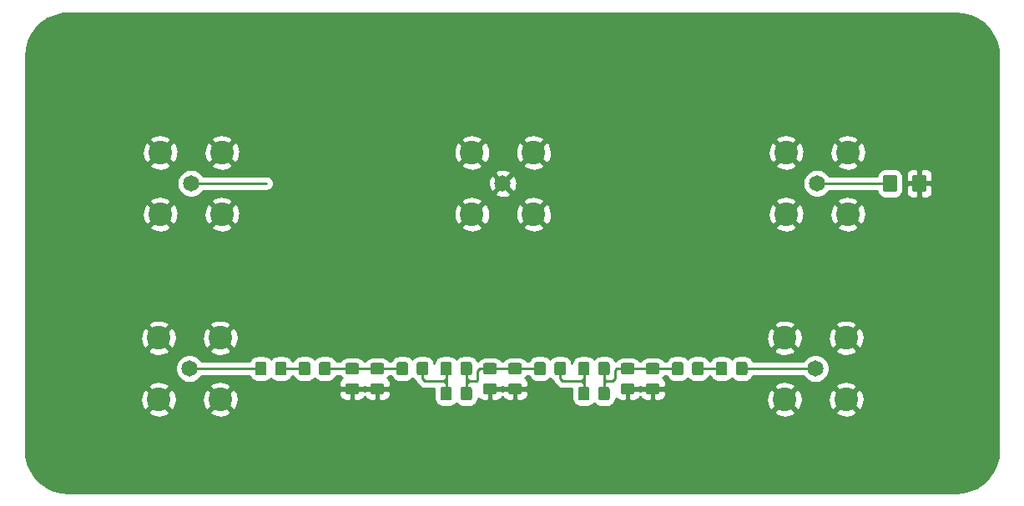
<source format=gbr>
G04 #@! TF.GenerationSoftware,KiCad,Pcbnew,(5.1.5)-3*
G04 #@! TF.CreationDate,2021-02-17T23:25:52-05:00*
G04 #@! TF.ProjectId,AM Bandpass Filter,414d2042-616e-4647-9061-73732046696c,rev?*
G04 #@! TF.SameCoordinates,Original*
G04 #@! TF.FileFunction,Copper,L1,Top*
G04 #@! TF.FilePolarity,Positive*
%FSLAX46Y46*%
G04 Gerber Fmt 4.6, Leading zero omitted, Abs format (unit mm)*
G04 Created by KiCad (PCBNEW (5.1.5)-3) date 2021-02-17 23:25:52*
%MOMM*%
%LPD*%
G04 APERTURE LIST*
%ADD10C,0.100000*%
%ADD11C,2.400000*%
%ADD12C,1.650000*%
%ADD13C,0.762000*%
%ADD14C,0.293370*%
%ADD15C,0.250000*%
G04 APERTURE END LIST*
G04 #@! TA.AperFunction,SMDPad,CuDef*
D10*
G36*
X211794504Y-77056204D02*
G01*
X211818773Y-77059804D01*
X211842571Y-77065765D01*
X211865671Y-77074030D01*
X211887849Y-77084520D01*
X211908893Y-77097133D01*
X211928598Y-77111747D01*
X211946777Y-77128223D01*
X211963253Y-77146402D01*
X211977867Y-77166107D01*
X211990480Y-77187151D01*
X212000970Y-77209329D01*
X212009235Y-77232429D01*
X212015196Y-77256227D01*
X212018796Y-77280496D01*
X212020000Y-77305000D01*
X212020000Y-78555000D01*
X212018796Y-78579504D01*
X212015196Y-78603773D01*
X212009235Y-78627571D01*
X212000970Y-78650671D01*
X211990480Y-78672849D01*
X211977867Y-78693893D01*
X211963253Y-78713598D01*
X211946777Y-78731777D01*
X211928598Y-78748253D01*
X211908893Y-78762867D01*
X211887849Y-78775480D01*
X211865671Y-78785970D01*
X211842571Y-78794235D01*
X211818773Y-78800196D01*
X211794504Y-78803796D01*
X211770000Y-78805000D01*
X210845000Y-78805000D01*
X210820496Y-78803796D01*
X210796227Y-78800196D01*
X210772429Y-78794235D01*
X210749329Y-78785970D01*
X210727151Y-78775480D01*
X210706107Y-78762867D01*
X210686402Y-78748253D01*
X210668223Y-78731777D01*
X210651747Y-78713598D01*
X210637133Y-78693893D01*
X210624520Y-78672849D01*
X210614030Y-78650671D01*
X210605765Y-78627571D01*
X210599804Y-78603773D01*
X210596204Y-78579504D01*
X210595000Y-78555000D01*
X210595000Y-77305000D01*
X210596204Y-77280496D01*
X210599804Y-77256227D01*
X210605765Y-77232429D01*
X210614030Y-77209329D01*
X210624520Y-77187151D01*
X210637133Y-77166107D01*
X210651747Y-77146402D01*
X210668223Y-77128223D01*
X210686402Y-77111747D01*
X210706107Y-77097133D01*
X210727151Y-77084520D01*
X210749329Y-77074030D01*
X210772429Y-77065765D01*
X210796227Y-77059804D01*
X210820496Y-77056204D01*
X210845000Y-77055000D01*
X211770000Y-77055000D01*
X211794504Y-77056204D01*
G37*
G04 #@! TD.AperFunction*
G04 #@! TA.AperFunction,SMDPad,CuDef*
G36*
X208819504Y-77056204D02*
G01*
X208843773Y-77059804D01*
X208867571Y-77065765D01*
X208890671Y-77074030D01*
X208912849Y-77084520D01*
X208933893Y-77097133D01*
X208953598Y-77111747D01*
X208971777Y-77128223D01*
X208988253Y-77146402D01*
X209002867Y-77166107D01*
X209015480Y-77187151D01*
X209025970Y-77209329D01*
X209034235Y-77232429D01*
X209040196Y-77256227D01*
X209043796Y-77280496D01*
X209045000Y-77305000D01*
X209045000Y-78555000D01*
X209043796Y-78579504D01*
X209040196Y-78603773D01*
X209034235Y-78627571D01*
X209025970Y-78650671D01*
X209015480Y-78672849D01*
X209002867Y-78693893D01*
X208988253Y-78713598D01*
X208971777Y-78731777D01*
X208953598Y-78748253D01*
X208933893Y-78762867D01*
X208912849Y-78775480D01*
X208890671Y-78785970D01*
X208867571Y-78794235D01*
X208843773Y-78800196D01*
X208819504Y-78803796D01*
X208795000Y-78805000D01*
X207870000Y-78805000D01*
X207845496Y-78803796D01*
X207821227Y-78800196D01*
X207797429Y-78794235D01*
X207774329Y-78785970D01*
X207752151Y-78775480D01*
X207731107Y-78762867D01*
X207711402Y-78748253D01*
X207693223Y-78731777D01*
X207676747Y-78713598D01*
X207662133Y-78693893D01*
X207649520Y-78672849D01*
X207639030Y-78650671D01*
X207630765Y-78627571D01*
X207624804Y-78603773D01*
X207621204Y-78579504D01*
X207620000Y-78555000D01*
X207620000Y-77305000D01*
X207621204Y-77280496D01*
X207624804Y-77256227D01*
X207630765Y-77232429D01*
X207639030Y-77209329D01*
X207649520Y-77187151D01*
X207662133Y-77166107D01*
X207676747Y-77146402D01*
X207693223Y-77128223D01*
X207711402Y-77111747D01*
X207731107Y-77097133D01*
X207752151Y-77084520D01*
X207774329Y-77074030D01*
X207797429Y-77065765D01*
X207821227Y-77059804D01*
X207845496Y-77056204D01*
X207870000Y-77055000D01*
X208795000Y-77055000D01*
X208819504Y-77056204D01*
G37*
G04 #@! TD.AperFunction*
G04 #@! TA.AperFunction,SMDPad,CuDef*
G36*
X179674505Y-98581204D02*
G01*
X179698773Y-98584804D01*
X179722572Y-98590765D01*
X179745671Y-98599030D01*
X179767850Y-98609520D01*
X179788893Y-98622132D01*
X179808599Y-98636747D01*
X179826777Y-98653223D01*
X179843253Y-98671401D01*
X179857868Y-98691107D01*
X179870480Y-98712150D01*
X179880970Y-98734329D01*
X179889235Y-98757428D01*
X179895196Y-98781227D01*
X179898796Y-98805495D01*
X179900000Y-98829999D01*
X179900000Y-99730001D01*
X179898796Y-99754505D01*
X179895196Y-99778773D01*
X179889235Y-99802572D01*
X179880970Y-99825671D01*
X179870480Y-99847850D01*
X179857868Y-99868893D01*
X179843253Y-99888599D01*
X179826777Y-99906777D01*
X179808599Y-99923253D01*
X179788893Y-99937868D01*
X179767850Y-99950480D01*
X179745671Y-99960970D01*
X179722572Y-99969235D01*
X179698773Y-99975196D01*
X179674505Y-99978796D01*
X179650001Y-99980000D01*
X178999999Y-99980000D01*
X178975495Y-99978796D01*
X178951227Y-99975196D01*
X178927428Y-99969235D01*
X178904329Y-99960970D01*
X178882150Y-99950480D01*
X178861107Y-99937868D01*
X178841401Y-99923253D01*
X178823223Y-99906777D01*
X178806747Y-99888599D01*
X178792132Y-99868893D01*
X178779520Y-99847850D01*
X178769030Y-99825671D01*
X178760765Y-99802572D01*
X178754804Y-99778773D01*
X178751204Y-99754505D01*
X178750000Y-99730001D01*
X178750000Y-98829999D01*
X178751204Y-98805495D01*
X178754804Y-98781227D01*
X178760765Y-98757428D01*
X178769030Y-98734329D01*
X178779520Y-98712150D01*
X178792132Y-98691107D01*
X178806747Y-98671401D01*
X178823223Y-98653223D01*
X178841401Y-98636747D01*
X178861107Y-98622132D01*
X178882150Y-98609520D01*
X178904329Y-98599030D01*
X178927428Y-98590765D01*
X178951227Y-98584804D01*
X178975495Y-98581204D01*
X178999999Y-98580000D01*
X179650001Y-98580000D01*
X179674505Y-98581204D01*
G37*
G04 #@! TD.AperFunction*
G04 #@! TA.AperFunction,SMDPad,CuDef*
G36*
X177624505Y-98581204D02*
G01*
X177648773Y-98584804D01*
X177672572Y-98590765D01*
X177695671Y-98599030D01*
X177717850Y-98609520D01*
X177738893Y-98622132D01*
X177758599Y-98636747D01*
X177776777Y-98653223D01*
X177793253Y-98671401D01*
X177807868Y-98691107D01*
X177820480Y-98712150D01*
X177830970Y-98734329D01*
X177839235Y-98757428D01*
X177845196Y-98781227D01*
X177848796Y-98805495D01*
X177850000Y-98829999D01*
X177850000Y-99730001D01*
X177848796Y-99754505D01*
X177845196Y-99778773D01*
X177839235Y-99802572D01*
X177830970Y-99825671D01*
X177820480Y-99847850D01*
X177807868Y-99868893D01*
X177793253Y-99888599D01*
X177776777Y-99906777D01*
X177758599Y-99923253D01*
X177738893Y-99937868D01*
X177717850Y-99950480D01*
X177695671Y-99960970D01*
X177672572Y-99969235D01*
X177648773Y-99975196D01*
X177624505Y-99978796D01*
X177600001Y-99980000D01*
X176949999Y-99980000D01*
X176925495Y-99978796D01*
X176901227Y-99975196D01*
X176877428Y-99969235D01*
X176854329Y-99960970D01*
X176832150Y-99950480D01*
X176811107Y-99937868D01*
X176791401Y-99923253D01*
X176773223Y-99906777D01*
X176756747Y-99888599D01*
X176742132Y-99868893D01*
X176729520Y-99847850D01*
X176719030Y-99825671D01*
X176710765Y-99802572D01*
X176704804Y-99778773D01*
X176701204Y-99754505D01*
X176700000Y-99730001D01*
X176700000Y-98829999D01*
X176701204Y-98805495D01*
X176704804Y-98781227D01*
X176710765Y-98757428D01*
X176719030Y-98734329D01*
X176729520Y-98712150D01*
X176742132Y-98691107D01*
X176756747Y-98671401D01*
X176773223Y-98653223D01*
X176791401Y-98636747D01*
X176811107Y-98622132D01*
X176832150Y-98609520D01*
X176854329Y-98599030D01*
X176877428Y-98590765D01*
X176901227Y-98584804D01*
X176925495Y-98581204D01*
X176949999Y-98580000D01*
X177600001Y-98580000D01*
X177624505Y-98581204D01*
G37*
G04 #@! TD.AperFunction*
G04 #@! TA.AperFunction,SMDPad,CuDef*
G36*
X165704505Y-98581204D02*
G01*
X165728773Y-98584804D01*
X165752572Y-98590765D01*
X165775671Y-98599030D01*
X165797850Y-98609520D01*
X165818893Y-98622132D01*
X165838599Y-98636747D01*
X165856777Y-98653223D01*
X165873253Y-98671401D01*
X165887868Y-98691107D01*
X165900480Y-98712150D01*
X165910970Y-98734329D01*
X165919235Y-98757428D01*
X165925196Y-98781227D01*
X165928796Y-98805495D01*
X165930000Y-98829999D01*
X165930000Y-99730001D01*
X165928796Y-99754505D01*
X165925196Y-99778773D01*
X165919235Y-99802572D01*
X165910970Y-99825671D01*
X165900480Y-99847850D01*
X165887868Y-99868893D01*
X165873253Y-99888599D01*
X165856777Y-99906777D01*
X165838599Y-99923253D01*
X165818893Y-99937868D01*
X165797850Y-99950480D01*
X165775671Y-99960970D01*
X165752572Y-99969235D01*
X165728773Y-99975196D01*
X165704505Y-99978796D01*
X165680001Y-99980000D01*
X165029999Y-99980000D01*
X165005495Y-99978796D01*
X164981227Y-99975196D01*
X164957428Y-99969235D01*
X164934329Y-99960970D01*
X164912150Y-99950480D01*
X164891107Y-99937868D01*
X164871401Y-99923253D01*
X164853223Y-99906777D01*
X164836747Y-99888599D01*
X164822132Y-99868893D01*
X164809520Y-99847850D01*
X164799030Y-99825671D01*
X164790765Y-99802572D01*
X164784804Y-99778773D01*
X164781204Y-99754505D01*
X164780000Y-99730001D01*
X164780000Y-98829999D01*
X164781204Y-98805495D01*
X164784804Y-98781227D01*
X164790765Y-98757428D01*
X164799030Y-98734329D01*
X164809520Y-98712150D01*
X164822132Y-98691107D01*
X164836747Y-98671401D01*
X164853223Y-98653223D01*
X164871401Y-98636747D01*
X164891107Y-98622132D01*
X164912150Y-98609520D01*
X164934329Y-98599030D01*
X164957428Y-98590765D01*
X164981227Y-98584804D01*
X165005495Y-98581204D01*
X165029999Y-98580000D01*
X165680001Y-98580000D01*
X165704505Y-98581204D01*
G37*
G04 #@! TD.AperFunction*
G04 #@! TA.AperFunction,SMDPad,CuDef*
G36*
X163654505Y-98581204D02*
G01*
X163678773Y-98584804D01*
X163702572Y-98590765D01*
X163725671Y-98599030D01*
X163747850Y-98609520D01*
X163768893Y-98622132D01*
X163788599Y-98636747D01*
X163806777Y-98653223D01*
X163823253Y-98671401D01*
X163837868Y-98691107D01*
X163850480Y-98712150D01*
X163860970Y-98734329D01*
X163869235Y-98757428D01*
X163875196Y-98781227D01*
X163878796Y-98805495D01*
X163880000Y-98829999D01*
X163880000Y-99730001D01*
X163878796Y-99754505D01*
X163875196Y-99778773D01*
X163869235Y-99802572D01*
X163860970Y-99825671D01*
X163850480Y-99847850D01*
X163837868Y-99868893D01*
X163823253Y-99888599D01*
X163806777Y-99906777D01*
X163788599Y-99923253D01*
X163768893Y-99937868D01*
X163747850Y-99950480D01*
X163725671Y-99960970D01*
X163702572Y-99969235D01*
X163678773Y-99975196D01*
X163654505Y-99978796D01*
X163630001Y-99980000D01*
X162979999Y-99980000D01*
X162955495Y-99978796D01*
X162931227Y-99975196D01*
X162907428Y-99969235D01*
X162884329Y-99960970D01*
X162862150Y-99950480D01*
X162841107Y-99937868D01*
X162821401Y-99923253D01*
X162803223Y-99906777D01*
X162786747Y-99888599D01*
X162772132Y-99868893D01*
X162759520Y-99847850D01*
X162749030Y-99825671D01*
X162740765Y-99802572D01*
X162734804Y-99778773D01*
X162731204Y-99754505D01*
X162730000Y-99730001D01*
X162730000Y-98829999D01*
X162731204Y-98805495D01*
X162734804Y-98781227D01*
X162740765Y-98757428D01*
X162749030Y-98734329D01*
X162759520Y-98712150D01*
X162772132Y-98691107D01*
X162786747Y-98671401D01*
X162803223Y-98653223D01*
X162821401Y-98636747D01*
X162841107Y-98622132D01*
X162862150Y-98609520D01*
X162884329Y-98599030D01*
X162907428Y-98590765D01*
X162931227Y-98584804D01*
X162955495Y-98581204D01*
X162979999Y-98580000D01*
X163630001Y-98580000D01*
X163654505Y-98581204D01*
G37*
G04 #@! TD.AperFunction*
G04 #@! TA.AperFunction,SMDPad,CuDef*
G36*
X179674505Y-96041204D02*
G01*
X179698773Y-96044804D01*
X179722572Y-96050765D01*
X179745671Y-96059030D01*
X179767850Y-96069520D01*
X179788893Y-96082132D01*
X179808599Y-96096747D01*
X179826777Y-96113223D01*
X179843253Y-96131401D01*
X179857868Y-96151107D01*
X179870480Y-96172150D01*
X179880970Y-96194329D01*
X179889235Y-96217428D01*
X179895196Y-96241227D01*
X179898796Y-96265495D01*
X179900000Y-96289999D01*
X179900000Y-97190001D01*
X179898796Y-97214505D01*
X179895196Y-97238773D01*
X179889235Y-97262572D01*
X179880970Y-97285671D01*
X179870480Y-97307850D01*
X179857868Y-97328893D01*
X179843253Y-97348599D01*
X179826777Y-97366777D01*
X179808599Y-97383253D01*
X179788893Y-97397868D01*
X179767850Y-97410480D01*
X179745671Y-97420970D01*
X179722572Y-97429235D01*
X179698773Y-97435196D01*
X179674505Y-97438796D01*
X179650001Y-97440000D01*
X178999999Y-97440000D01*
X178975495Y-97438796D01*
X178951227Y-97435196D01*
X178927428Y-97429235D01*
X178904329Y-97420970D01*
X178882150Y-97410480D01*
X178861107Y-97397868D01*
X178841401Y-97383253D01*
X178823223Y-97366777D01*
X178806747Y-97348599D01*
X178792132Y-97328893D01*
X178779520Y-97307850D01*
X178769030Y-97285671D01*
X178760765Y-97262572D01*
X178754804Y-97238773D01*
X178751204Y-97214505D01*
X178750000Y-97190001D01*
X178750000Y-96289999D01*
X178751204Y-96265495D01*
X178754804Y-96241227D01*
X178760765Y-96217428D01*
X178769030Y-96194329D01*
X178779520Y-96172150D01*
X178792132Y-96151107D01*
X178806747Y-96131401D01*
X178823223Y-96113223D01*
X178841401Y-96096747D01*
X178861107Y-96082132D01*
X178882150Y-96069520D01*
X178904329Y-96059030D01*
X178927428Y-96050765D01*
X178951227Y-96044804D01*
X178975495Y-96041204D01*
X178999999Y-96040000D01*
X179650001Y-96040000D01*
X179674505Y-96041204D01*
G37*
G04 #@! TD.AperFunction*
G04 #@! TA.AperFunction,SMDPad,CuDef*
G36*
X177624505Y-96041204D02*
G01*
X177648773Y-96044804D01*
X177672572Y-96050765D01*
X177695671Y-96059030D01*
X177717850Y-96069520D01*
X177738893Y-96082132D01*
X177758599Y-96096747D01*
X177776777Y-96113223D01*
X177793253Y-96131401D01*
X177807868Y-96151107D01*
X177820480Y-96172150D01*
X177830970Y-96194329D01*
X177839235Y-96217428D01*
X177845196Y-96241227D01*
X177848796Y-96265495D01*
X177850000Y-96289999D01*
X177850000Y-97190001D01*
X177848796Y-97214505D01*
X177845196Y-97238773D01*
X177839235Y-97262572D01*
X177830970Y-97285671D01*
X177820480Y-97307850D01*
X177807868Y-97328893D01*
X177793253Y-97348599D01*
X177776777Y-97366777D01*
X177758599Y-97383253D01*
X177738893Y-97397868D01*
X177717850Y-97410480D01*
X177695671Y-97420970D01*
X177672572Y-97429235D01*
X177648773Y-97435196D01*
X177624505Y-97438796D01*
X177600001Y-97440000D01*
X176949999Y-97440000D01*
X176925495Y-97438796D01*
X176901227Y-97435196D01*
X176877428Y-97429235D01*
X176854329Y-97420970D01*
X176832150Y-97410480D01*
X176811107Y-97397868D01*
X176791401Y-97383253D01*
X176773223Y-97366777D01*
X176756747Y-97348599D01*
X176742132Y-97328893D01*
X176729520Y-97307850D01*
X176719030Y-97285671D01*
X176710765Y-97262572D01*
X176704804Y-97238773D01*
X176701204Y-97214505D01*
X176700000Y-97190001D01*
X176700000Y-96289999D01*
X176701204Y-96265495D01*
X176704804Y-96241227D01*
X176710765Y-96217428D01*
X176719030Y-96194329D01*
X176729520Y-96172150D01*
X176742132Y-96151107D01*
X176756747Y-96131401D01*
X176773223Y-96113223D01*
X176791401Y-96096747D01*
X176811107Y-96082132D01*
X176832150Y-96069520D01*
X176854329Y-96059030D01*
X176877428Y-96050765D01*
X176901227Y-96044804D01*
X176925495Y-96041204D01*
X176949999Y-96040000D01*
X177600001Y-96040000D01*
X177624505Y-96041204D01*
G37*
G04 #@! TD.AperFunction*
D11*
X197640000Y-99870000D03*
X203900000Y-99870000D03*
X203900000Y-93610000D03*
X197640000Y-93610000D03*
D12*
X200770000Y-96740000D03*
D11*
X197800000Y-81060000D03*
X204060000Y-81060000D03*
X204060000Y-74800000D03*
X197800000Y-74800000D03*
D12*
X200930000Y-77930000D03*
D11*
X165923000Y-81060000D03*
X172183000Y-81060000D03*
X172183000Y-74800000D03*
X165923000Y-74800000D03*
D12*
X169053000Y-77930000D03*
D11*
X134300000Y-81060000D03*
X140560000Y-81060000D03*
X140560000Y-74800000D03*
X134300000Y-74800000D03*
D12*
X137430000Y-77930000D03*
D11*
X134140000Y-99870000D03*
X140400000Y-99870000D03*
X140400000Y-93610000D03*
X134140000Y-93610000D03*
D12*
X137270000Y-96740000D03*
G04 #@! TA.AperFunction,SMDPad,CuDef*
D10*
G36*
X193644505Y-96041204D02*
G01*
X193668773Y-96044804D01*
X193692572Y-96050765D01*
X193715671Y-96059030D01*
X193737850Y-96069520D01*
X193758893Y-96082132D01*
X193778599Y-96096747D01*
X193796777Y-96113223D01*
X193813253Y-96131401D01*
X193827868Y-96151107D01*
X193840480Y-96172150D01*
X193850970Y-96194329D01*
X193859235Y-96217428D01*
X193865196Y-96241227D01*
X193868796Y-96265495D01*
X193870000Y-96289999D01*
X193870000Y-97190001D01*
X193868796Y-97214505D01*
X193865196Y-97238773D01*
X193859235Y-97262572D01*
X193850970Y-97285671D01*
X193840480Y-97307850D01*
X193827868Y-97328893D01*
X193813253Y-97348599D01*
X193796777Y-97366777D01*
X193778599Y-97383253D01*
X193758893Y-97397868D01*
X193737850Y-97410480D01*
X193715671Y-97420970D01*
X193692572Y-97429235D01*
X193668773Y-97435196D01*
X193644505Y-97438796D01*
X193620001Y-97440000D01*
X192969999Y-97440000D01*
X192945495Y-97438796D01*
X192921227Y-97435196D01*
X192897428Y-97429235D01*
X192874329Y-97420970D01*
X192852150Y-97410480D01*
X192831107Y-97397868D01*
X192811401Y-97383253D01*
X192793223Y-97366777D01*
X192776747Y-97348599D01*
X192762132Y-97328893D01*
X192749520Y-97307850D01*
X192739030Y-97285671D01*
X192730765Y-97262572D01*
X192724804Y-97238773D01*
X192721204Y-97214505D01*
X192720000Y-97190001D01*
X192720000Y-96289999D01*
X192721204Y-96265495D01*
X192724804Y-96241227D01*
X192730765Y-96217428D01*
X192739030Y-96194329D01*
X192749520Y-96172150D01*
X192762132Y-96151107D01*
X192776747Y-96131401D01*
X192793223Y-96113223D01*
X192811401Y-96096747D01*
X192831107Y-96082132D01*
X192852150Y-96069520D01*
X192874329Y-96059030D01*
X192897428Y-96050765D01*
X192921227Y-96044804D01*
X192945495Y-96041204D01*
X192969999Y-96040000D01*
X193620001Y-96040000D01*
X193644505Y-96041204D01*
G37*
G04 #@! TD.AperFunction*
G04 #@! TA.AperFunction,SMDPad,CuDef*
G36*
X191594505Y-96041204D02*
G01*
X191618773Y-96044804D01*
X191642572Y-96050765D01*
X191665671Y-96059030D01*
X191687850Y-96069520D01*
X191708893Y-96082132D01*
X191728599Y-96096747D01*
X191746777Y-96113223D01*
X191763253Y-96131401D01*
X191777868Y-96151107D01*
X191790480Y-96172150D01*
X191800970Y-96194329D01*
X191809235Y-96217428D01*
X191815196Y-96241227D01*
X191818796Y-96265495D01*
X191820000Y-96289999D01*
X191820000Y-97190001D01*
X191818796Y-97214505D01*
X191815196Y-97238773D01*
X191809235Y-97262572D01*
X191800970Y-97285671D01*
X191790480Y-97307850D01*
X191777868Y-97328893D01*
X191763253Y-97348599D01*
X191746777Y-97366777D01*
X191728599Y-97383253D01*
X191708893Y-97397868D01*
X191687850Y-97410480D01*
X191665671Y-97420970D01*
X191642572Y-97429235D01*
X191618773Y-97435196D01*
X191594505Y-97438796D01*
X191570001Y-97440000D01*
X190919999Y-97440000D01*
X190895495Y-97438796D01*
X190871227Y-97435196D01*
X190847428Y-97429235D01*
X190824329Y-97420970D01*
X190802150Y-97410480D01*
X190781107Y-97397868D01*
X190761401Y-97383253D01*
X190743223Y-97366777D01*
X190726747Y-97348599D01*
X190712132Y-97328893D01*
X190699520Y-97307850D01*
X190689030Y-97285671D01*
X190680765Y-97262572D01*
X190674804Y-97238773D01*
X190671204Y-97214505D01*
X190670000Y-97190001D01*
X190670000Y-96289999D01*
X190671204Y-96265495D01*
X190674804Y-96241227D01*
X190680765Y-96217428D01*
X190689030Y-96194329D01*
X190699520Y-96172150D01*
X190712132Y-96151107D01*
X190726747Y-96131401D01*
X190743223Y-96113223D01*
X190761401Y-96096747D01*
X190781107Y-96082132D01*
X190802150Y-96069520D01*
X190824329Y-96059030D01*
X190847428Y-96050765D01*
X190871227Y-96044804D01*
X190895495Y-96041204D01*
X190919999Y-96040000D01*
X191570001Y-96040000D01*
X191594505Y-96041204D01*
G37*
G04 #@! TD.AperFunction*
G04 #@! TA.AperFunction,SMDPad,CuDef*
G36*
X184734505Y-98216204D02*
G01*
X184758773Y-98219804D01*
X184782572Y-98225765D01*
X184805671Y-98234030D01*
X184827850Y-98244520D01*
X184848893Y-98257132D01*
X184868599Y-98271747D01*
X184886777Y-98288223D01*
X184903253Y-98306401D01*
X184917868Y-98326107D01*
X184930480Y-98347150D01*
X184940970Y-98369329D01*
X184949235Y-98392428D01*
X184955196Y-98416227D01*
X184958796Y-98440495D01*
X184960000Y-98464999D01*
X184960000Y-99115001D01*
X184958796Y-99139505D01*
X184955196Y-99163773D01*
X184949235Y-99187572D01*
X184940970Y-99210671D01*
X184930480Y-99232850D01*
X184917868Y-99253893D01*
X184903253Y-99273599D01*
X184886777Y-99291777D01*
X184868599Y-99308253D01*
X184848893Y-99322868D01*
X184827850Y-99335480D01*
X184805671Y-99345970D01*
X184782572Y-99354235D01*
X184758773Y-99360196D01*
X184734505Y-99363796D01*
X184710001Y-99365000D01*
X183809999Y-99365000D01*
X183785495Y-99363796D01*
X183761227Y-99360196D01*
X183737428Y-99354235D01*
X183714329Y-99345970D01*
X183692150Y-99335480D01*
X183671107Y-99322868D01*
X183651401Y-99308253D01*
X183633223Y-99291777D01*
X183616747Y-99273599D01*
X183602132Y-99253893D01*
X183589520Y-99232850D01*
X183579030Y-99210671D01*
X183570765Y-99187572D01*
X183564804Y-99163773D01*
X183561204Y-99139505D01*
X183560000Y-99115001D01*
X183560000Y-98464999D01*
X183561204Y-98440495D01*
X183564804Y-98416227D01*
X183570765Y-98392428D01*
X183579030Y-98369329D01*
X183589520Y-98347150D01*
X183602132Y-98326107D01*
X183616747Y-98306401D01*
X183633223Y-98288223D01*
X183651401Y-98271747D01*
X183671107Y-98257132D01*
X183692150Y-98244520D01*
X183714329Y-98234030D01*
X183737428Y-98225765D01*
X183761227Y-98219804D01*
X183785495Y-98216204D01*
X183809999Y-98215000D01*
X184710001Y-98215000D01*
X184734505Y-98216204D01*
G37*
G04 #@! TD.AperFunction*
G04 #@! TA.AperFunction,SMDPad,CuDef*
G36*
X184734505Y-96166204D02*
G01*
X184758773Y-96169804D01*
X184782572Y-96175765D01*
X184805671Y-96184030D01*
X184827850Y-96194520D01*
X184848893Y-96207132D01*
X184868599Y-96221747D01*
X184886777Y-96238223D01*
X184903253Y-96256401D01*
X184917868Y-96276107D01*
X184930480Y-96297150D01*
X184940970Y-96319329D01*
X184949235Y-96342428D01*
X184955196Y-96366227D01*
X184958796Y-96390495D01*
X184960000Y-96414999D01*
X184960000Y-97065001D01*
X184958796Y-97089505D01*
X184955196Y-97113773D01*
X184949235Y-97137572D01*
X184940970Y-97160671D01*
X184930480Y-97182850D01*
X184917868Y-97203893D01*
X184903253Y-97223599D01*
X184886777Y-97241777D01*
X184868599Y-97258253D01*
X184848893Y-97272868D01*
X184827850Y-97285480D01*
X184805671Y-97295970D01*
X184782572Y-97304235D01*
X184758773Y-97310196D01*
X184734505Y-97313796D01*
X184710001Y-97315000D01*
X183809999Y-97315000D01*
X183785495Y-97313796D01*
X183761227Y-97310196D01*
X183737428Y-97304235D01*
X183714329Y-97295970D01*
X183692150Y-97285480D01*
X183671107Y-97272868D01*
X183651401Y-97258253D01*
X183633223Y-97241777D01*
X183616747Y-97223599D01*
X183602132Y-97203893D01*
X183589520Y-97182850D01*
X183579030Y-97160671D01*
X183570765Y-97137572D01*
X183564804Y-97113773D01*
X183561204Y-97089505D01*
X183560000Y-97065001D01*
X183560000Y-96414999D01*
X183561204Y-96390495D01*
X183564804Y-96366227D01*
X183570765Y-96342428D01*
X183579030Y-96319329D01*
X183589520Y-96297150D01*
X183602132Y-96276107D01*
X183616747Y-96256401D01*
X183633223Y-96238223D01*
X183651401Y-96221747D01*
X183671107Y-96207132D01*
X183692150Y-96194520D01*
X183714329Y-96184030D01*
X183737428Y-96175765D01*
X183761227Y-96169804D01*
X183785495Y-96166204D01*
X183809999Y-96165000D01*
X184710001Y-96165000D01*
X184734505Y-96166204D01*
G37*
G04 #@! TD.AperFunction*
G04 #@! TA.AperFunction,SMDPad,CuDef*
G36*
X170764505Y-98216204D02*
G01*
X170788773Y-98219804D01*
X170812572Y-98225765D01*
X170835671Y-98234030D01*
X170857850Y-98244520D01*
X170878893Y-98257132D01*
X170898599Y-98271747D01*
X170916777Y-98288223D01*
X170933253Y-98306401D01*
X170947868Y-98326107D01*
X170960480Y-98347150D01*
X170970970Y-98369329D01*
X170979235Y-98392428D01*
X170985196Y-98416227D01*
X170988796Y-98440495D01*
X170990000Y-98464999D01*
X170990000Y-99115001D01*
X170988796Y-99139505D01*
X170985196Y-99163773D01*
X170979235Y-99187572D01*
X170970970Y-99210671D01*
X170960480Y-99232850D01*
X170947868Y-99253893D01*
X170933253Y-99273599D01*
X170916777Y-99291777D01*
X170898599Y-99308253D01*
X170878893Y-99322868D01*
X170857850Y-99335480D01*
X170835671Y-99345970D01*
X170812572Y-99354235D01*
X170788773Y-99360196D01*
X170764505Y-99363796D01*
X170740001Y-99365000D01*
X169839999Y-99365000D01*
X169815495Y-99363796D01*
X169791227Y-99360196D01*
X169767428Y-99354235D01*
X169744329Y-99345970D01*
X169722150Y-99335480D01*
X169701107Y-99322868D01*
X169681401Y-99308253D01*
X169663223Y-99291777D01*
X169646747Y-99273599D01*
X169632132Y-99253893D01*
X169619520Y-99232850D01*
X169609030Y-99210671D01*
X169600765Y-99187572D01*
X169594804Y-99163773D01*
X169591204Y-99139505D01*
X169590000Y-99115001D01*
X169590000Y-98464999D01*
X169591204Y-98440495D01*
X169594804Y-98416227D01*
X169600765Y-98392428D01*
X169609030Y-98369329D01*
X169619520Y-98347150D01*
X169632132Y-98326107D01*
X169646747Y-98306401D01*
X169663223Y-98288223D01*
X169681401Y-98271747D01*
X169701107Y-98257132D01*
X169722150Y-98244520D01*
X169744329Y-98234030D01*
X169767428Y-98225765D01*
X169791227Y-98219804D01*
X169815495Y-98216204D01*
X169839999Y-98215000D01*
X170740001Y-98215000D01*
X170764505Y-98216204D01*
G37*
G04 #@! TD.AperFunction*
G04 #@! TA.AperFunction,SMDPad,CuDef*
G36*
X170764505Y-96166204D02*
G01*
X170788773Y-96169804D01*
X170812572Y-96175765D01*
X170835671Y-96184030D01*
X170857850Y-96194520D01*
X170878893Y-96207132D01*
X170898599Y-96221747D01*
X170916777Y-96238223D01*
X170933253Y-96256401D01*
X170947868Y-96276107D01*
X170960480Y-96297150D01*
X170970970Y-96319329D01*
X170979235Y-96342428D01*
X170985196Y-96366227D01*
X170988796Y-96390495D01*
X170990000Y-96414999D01*
X170990000Y-97065001D01*
X170988796Y-97089505D01*
X170985196Y-97113773D01*
X170979235Y-97137572D01*
X170970970Y-97160671D01*
X170960480Y-97182850D01*
X170947868Y-97203893D01*
X170933253Y-97223599D01*
X170916777Y-97241777D01*
X170898599Y-97258253D01*
X170878893Y-97272868D01*
X170857850Y-97285480D01*
X170835671Y-97295970D01*
X170812572Y-97304235D01*
X170788773Y-97310196D01*
X170764505Y-97313796D01*
X170740001Y-97315000D01*
X169839999Y-97315000D01*
X169815495Y-97313796D01*
X169791227Y-97310196D01*
X169767428Y-97304235D01*
X169744329Y-97295970D01*
X169722150Y-97285480D01*
X169701107Y-97272868D01*
X169681401Y-97258253D01*
X169663223Y-97241777D01*
X169646747Y-97223599D01*
X169632132Y-97203893D01*
X169619520Y-97182850D01*
X169609030Y-97160671D01*
X169600765Y-97137572D01*
X169594804Y-97113773D01*
X169591204Y-97089505D01*
X169590000Y-97065001D01*
X169590000Y-96414999D01*
X169591204Y-96390495D01*
X169594804Y-96366227D01*
X169600765Y-96342428D01*
X169609030Y-96319329D01*
X169619520Y-96297150D01*
X169632132Y-96276107D01*
X169646747Y-96256401D01*
X169663223Y-96238223D01*
X169681401Y-96221747D01*
X169701107Y-96207132D01*
X169722150Y-96194520D01*
X169744329Y-96184030D01*
X169767428Y-96175765D01*
X169791227Y-96169804D01*
X169815495Y-96166204D01*
X169839999Y-96165000D01*
X170740001Y-96165000D01*
X170764505Y-96166204D01*
G37*
G04 #@! TD.AperFunction*
G04 #@! TA.AperFunction,SMDPad,CuDef*
G36*
X165704505Y-96041204D02*
G01*
X165728773Y-96044804D01*
X165752572Y-96050765D01*
X165775671Y-96059030D01*
X165797850Y-96069520D01*
X165818893Y-96082132D01*
X165838599Y-96096747D01*
X165856777Y-96113223D01*
X165873253Y-96131401D01*
X165887868Y-96151107D01*
X165900480Y-96172150D01*
X165910970Y-96194329D01*
X165919235Y-96217428D01*
X165925196Y-96241227D01*
X165928796Y-96265495D01*
X165930000Y-96289999D01*
X165930000Y-97190001D01*
X165928796Y-97214505D01*
X165925196Y-97238773D01*
X165919235Y-97262572D01*
X165910970Y-97285671D01*
X165900480Y-97307850D01*
X165887868Y-97328893D01*
X165873253Y-97348599D01*
X165856777Y-97366777D01*
X165838599Y-97383253D01*
X165818893Y-97397868D01*
X165797850Y-97410480D01*
X165775671Y-97420970D01*
X165752572Y-97429235D01*
X165728773Y-97435196D01*
X165704505Y-97438796D01*
X165680001Y-97440000D01*
X165029999Y-97440000D01*
X165005495Y-97438796D01*
X164981227Y-97435196D01*
X164957428Y-97429235D01*
X164934329Y-97420970D01*
X164912150Y-97410480D01*
X164891107Y-97397868D01*
X164871401Y-97383253D01*
X164853223Y-97366777D01*
X164836747Y-97348599D01*
X164822132Y-97328893D01*
X164809520Y-97307850D01*
X164799030Y-97285671D01*
X164790765Y-97262572D01*
X164784804Y-97238773D01*
X164781204Y-97214505D01*
X164780000Y-97190001D01*
X164780000Y-96289999D01*
X164781204Y-96265495D01*
X164784804Y-96241227D01*
X164790765Y-96217428D01*
X164799030Y-96194329D01*
X164809520Y-96172150D01*
X164822132Y-96151107D01*
X164836747Y-96131401D01*
X164853223Y-96113223D01*
X164871401Y-96096747D01*
X164891107Y-96082132D01*
X164912150Y-96069520D01*
X164934329Y-96059030D01*
X164957428Y-96050765D01*
X164981227Y-96044804D01*
X165005495Y-96041204D01*
X165029999Y-96040000D01*
X165680001Y-96040000D01*
X165704505Y-96041204D01*
G37*
G04 #@! TD.AperFunction*
G04 #@! TA.AperFunction,SMDPad,CuDef*
G36*
X163654505Y-96041204D02*
G01*
X163678773Y-96044804D01*
X163702572Y-96050765D01*
X163725671Y-96059030D01*
X163747850Y-96069520D01*
X163768893Y-96082132D01*
X163788599Y-96096747D01*
X163806777Y-96113223D01*
X163823253Y-96131401D01*
X163837868Y-96151107D01*
X163850480Y-96172150D01*
X163860970Y-96194329D01*
X163869235Y-96217428D01*
X163875196Y-96241227D01*
X163878796Y-96265495D01*
X163880000Y-96289999D01*
X163880000Y-97190001D01*
X163878796Y-97214505D01*
X163875196Y-97238773D01*
X163869235Y-97262572D01*
X163860970Y-97285671D01*
X163850480Y-97307850D01*
X163837868Y-97328893D01*
X163823253Y-97348599D01*
X163806777Y-97366777D01*
X163788599Y-97383253D01*
X163768893Y-97397868D01*
X163747850Y-97410480D01*
X163725671Y-97420970D01*
X163702572Y-97429235D01*
X163678773Y-97435196D01*
X163654505Y-97438796D01*
X163630001Y-97440000D01*
X162979999Y-97440000D01*
X162955495Y-97438796D01*
X162931227Y-97435196D01*
X162907428Y-97429235D01*
X162884329Y-97420970D01*
X162862150Y-97410480D01*
X162841107Y-97397868D01*
X162821401Y-97383253D01*
X162803223Y-97366777D01*
X162786747Y-97348599D01*
X162772132Y-97328893D01*
X162759520Y-97307850D01*
X162749030Y-97285671D01*
X162740765Y-97262572D01*
X162734804Y-97238773D01*
X162731204Y-97214505D01*
X162730000Y-97190001D01*
X162730000Y-96289999D01*
X162731204Y-96265495D01*
X162734804Y-96241227D01*
X162740765Y-96217428D01*
X162749030Y-96194329D01*
X162759520Y-96172150D01*
X162772132Y-96151107D01*
X162786747Y-96131401D01*
X162803223Y-96113223D01*
X162821401Y-96096747D01*
X162841107Y-96082132D01*
X162862150Y-96069520D01*
X162884329Y-96059030D01*
X162907428Y-96050765D01*
X162931227Y-96044804D01*
X162955495Y-96041204D01*
X162979999Y-96040000D01*
X163630001Y-96040000D01*
X163654505Y-96041204D01*
G37*
G04 #@! TD.AperFunction*
G04 #@! TA.AperFunction,SMDPad,CuDef*
G36*
X156794505Y-98216204D02*
G01*
X156818773Y-98219804D01*
X156842572Y-98225765D01*
X156865671Y-98234030D01*
X156887850Y-98244520D01*
X156908893Y-98257132D01*
X156928599Y-98271747D01*
X156946777Y-98288223D01*
X156963253Y-98306401D01*
X156977868Y-98326107D01*
X156990480Y-98347150D01*
X157000970Y-98369329D01*
X157009235Y-98392428D01*
X157015196Y-98416227D01*
X157018796Y-98440495D01*
X157020000Y-98464999D01*
X157020000Y-99115001D01*
X157018796Y-99139505D01*
X157015196Y-99163773D01*
X157009235Y-99187572D01*
X157000970Y-99210671D01*
X156990480Y-99232850D01*
X156977868Y-99253893D01*
X156963253Y-99273599D01*
X156946777Y-99291777D01*
X156928599Y-99308253D01*
X156908893Y-99322868D01*
X156887850Y-99335480D01*
X156865671Y-99345970D01*
X156842572Y-99354235D01*
X156818773Y-99360196D01*
X156794505Y-99363796D01*
X156770001Y-99365000D01*
X155869999Y-99365000D01*
X155845495Y-99363796D01*
X155821227Y-99360196D01*
X155797428Y-99354235D01*
X155774329Y-99345970D01*
X155752150Y-99335480D01*
X155731107Y-99322868D01*
X155711401Y-99308253D01*
X155693223Y-99291777D01*
X155676747Y-99273599D01*
X155662132Y-99253893D01*
X155649520Y-99232850D01*
X155639030Y-99210671D01*
X155630765Y-99187572D01*
X155624804Y-99163773D01*
X155621204Y-99139505D01*
X155620000Y-99115001D01*
X155620000Y-98464999D01*
X155621204Y-98440495D01*
X155624804Y-98416227D01*
X155630765Y-98392428D01*
X155639030Y-98369329D01*
X155649520Y-98347150D01*
X155662132Y-98326107D01*
X155676747Y-98306401D01*
X155693223Y-98288223D01*
X155711401Y-98271747D01*
X155731107Y-98257132D01*
X155752150Y-98244520D01*
X155774329Y-98234030D01*
X155797428Y-98225765D01*
X155821227Y-98219804D01*
X155845495Y-98216204D01*
X155869999Y-98215000D01*
X156770001Y-98215000D01*
X156794505Y-98216204D01*
G37*
G04 #@! TD.AperFunction*
G04 #@! TA.AperFunction,SMDPad,CuDef*
G36*
X156794505Y-96166204D02*
G01*
X156818773Y-96169804D01*
X156842572Y-96175765D01*
X156865671Y-96184030D01*
X156887850Y-96194520D01*
X156908893Y-96207132D01*
X156928599Y-96221747D01*
X156946777Y-96238223D01*
X156963253Y-96256401D01*
X156977868Y-96276107D01*
X156990480Y-96297150D01*
X157000970Y-96319329D01*
X157009235Y-96342428D01*
X157015196Y-96366227D01*
X157018796Y-96390495D01*
X157020000Y-96414999D01*
X157020000Y-97065001D01*
X157018796Y-97089505D01*
X157015196Y-97113773D01*
X157009235Y-97137572D01*
X157000970Y-97160671D01*
X156990480Y-97182850D01*
X156977868Y-97203893D01*
X156963253Y-97223599D01*
X156946777Y-97241777D01*
X156928599Y-97258253D01*
X156908893Y-97272868D01*
X156887850Y-97285480D01*
X156865671Y-97295970D01*
X156842572Y-97304235D01*
X156818773Y-97310196D01*
X156794505Y-97313796D01*
X156770001Y-97315000D01*
X155869999Y-97315000D01*
X155845495Y-97313796D01*
X155821227Y-97310196D01*
X155797428Y-97304235D01*
X155774329Y-97295970D01*
X155752150Y-97285480D01*
X155731107Y-97272868D01*
X155711401Y-97258253D01*
X155693223Y-97241777D01*
X155676747Y-97223599D01*
X155662132Y-97203893D01*
X155649520Y-97182850D01*
X155639030Y-97160671D01*
X155630765Y-97137572D01*
X155624804Y-97113773D01*
X155621204Y-97089505D01*
X155620000Y-97065001D01*
X155620000Y-96414999D01*
X155621204Y-96390495D01*
X155624804Y-96366227D01*
X155630765Y-96342428D01*
X155639030Y-96319329D01*
X155649520Y-96297150D01*
X155662132Y-96276107D01*
X155676747Y-96256401D01*
X155693223Y-96238223D01*
X155711401Y-96221747D01*
X155731107Y-96207132D01*
X155752150Y-96194520D01*
X155774329Y-96184030D01*
X155797428Y-96175765D01*
X155821227Y-96169804D01*
X155845495Y-96166204D01*
X155869999Y-96165000D01*
X156770001Y-96165000D01*
X156794505Y-96166204D01*
G37*
G04 #@! TD.AperFunction*
G04 #@! TA.AperFunction,SMDPad,CuDef*
G36*
X151344505Y-96041204D02*
G01*
X151368773Y-96044804D01*
X151392572Y-96050765D01*
X151415671Y-96059030D01*
X151437850Y-96069520D01*
X151458893Y-96082132D01*
X151478599Y-96096747D01*
X151496777Y-96113223D01*
X151513253Y-96131401D01*
X151527868Y-96151107D01*
X151540480Y-96172150D01*
X151550970Y-96194329D01*
X151559235Y-96217428D01*
X151565196Y-96241227D01*
X151568796Y-96265495D01*
X151570000Y-96289999D01*
X151570000Y-97190001D01*
X151568796Y-97214505D01*
X151565196Y-97238773D01*
X151559235Y-97262572D01*
X151550970Y-97285671D01*
X151540480Y-97307850D01*
X151527868Y-97328893D01*
X151513253Y-97348599D01*
X151496777Y-97366777D01*
X151478599Y-97383253D01*
X151458893Y-97397868D01*
X151437850Y-97410480D01*
X151415671Y-97420970D01*
X151392572Y-97429235D01*
X151368773Y-97435196D01*
X151344505Y-97438796D01*
X151320001Y-97440000D01*
X150669999Y-97440000D01*
X150645495Y-97438796D01*
X150621227Y-97435196D01*
X150597428Y-97429235D01*
X150574329Y-97420970D01*
X150552150Y-97410480D01*
X150531107Y-97397868D01*
X150511401Y-97383253D01*
X150493223Y-97366777D01*
X150476747Y-97348599D01*
X150462132Y-97328893D01*
X150449520Y-97307850D01*
X150439030Y-97285671D01*
X150430765Y-97262572D01*
X150424804Y-97238773D01*
X150421204Y-97214505D01*
X150420000Y-97190001D01*
X150420000Y-96289999D01*
X150421204Y-96265495D01*
X150424804Y-96241227D01*
X150430765Y-96217428D01*
X150439030Y-96194329D01*
X150449520Y-96172150D01*
X150462132Y-96151107D01*
X150476747Y-96131401D01*
X150493223Y-96113223D01*
X150511401Y-96096747D01*
X150531107Y-96082132D01*
X150552150Y-96069520D01*
X150574329Y-96059030D01*
X150597428Y-96050765D01*
X150621227Y-96044804D01*
X150645495Y-96041204D01*
X150669999Y-96040000D01*
X151320001Y-96040000D01*
X151344505Y-96041204D01*
G37*
G04 #@! TD.AperFunction*
G04 #@! TA.AperFunction,SMDPad,CuDef*
G36*
X149294505Y-96041204D02*
G01*
X149318773Y-96044804D01*
X149342572Y-96050765D01*
X149365671Y-96059030D01*
X149387850Y-96069520D01*
X149408893Y-96082132D01*
X149428599Y-96096747D01*
X149446777Y-96113223D01*
X149463253Y-96131401D01*
X149477868Y-96151107D01*
X149490480Y-96172150D01*
X149500970Y-96194329D01*
X149509235Y-96217428D01*
X149515196Y-96241227D01*
X149518796Y-96265495D01*
X149520000Y-96289999D01*
X149520000Y-97190001D01*
X149518796Y-97214505D01*
X149515196Y-97238773D01*
X149509235Y-97262572D01*
X149500970Y-97285671D01*
X149490480Y-97307850D01*
X149477868Y-97328893D01*
X149463253Y-97348599D01*
X149446777Y-97366777D01*
X149428599Y-97383253D01*
X149408893Y-97397868D01*
X149387850Y-97410480D01*
X149365671Y-97420970D01*
X149342572Y-97429235D01*
X149318773Y-97435196D01*
X149294505Y-97438796D01*
X149270001Y-97440000D01*
X148619999Y-97440000D01*
X148595495Y-97438796D01*
X148571227Y-97435196D01*
X148547428Y-97429235D01*
X148524329Y-97420970D01*
X148502150Y-97410480D01*
X148481107Y-97397868D01*
X148461401Y-97383253D01*
X148443223Y-97366777D01*
X148426747Y-97348599D01*
X148412132Y-97328893D01*
X148399520Y-97307850D01*
X148389030Y-97285671D01*
X148380765Y-97262572D01*
X148374804Y-97238773D01*
X148371204Y-97214505D01*
X148370000Y-97190001D01*
X148370000Y-96289999D01*
X148371204Y-96265495D01*
X148374804Y-96241227D01*
X148380765Y-96217428D01*
X148389030Y-96194329D01*
X148399520Y-96172150D01*
X148412132Y-96151107D01*
X148426747Y-96131401D01*
X148443223Y-96113223D01*
X148461401Y-96096747D01*
X148481107Y-96082132D01*
X148502150Y-96069520D01*
X148524329Y-96059030D01*
X148547428Y-96050765D01*
X148571227Y-96044804D01*
X148595495Y-96041204D01*
X148619999Y-96040000D01*
X149270001Y-96040000D01*
X149294505Y-96041204D01*
G37*
G04 #@! TD.AperFunction*
G04 #@! TA.AperFunction,SMDPad,CuDef*
G36*
X187149505Y-96041204D02*
G01*
X187173773Y-96044804D01*
X187197572Y-96050765D01*
X187220671Y-96059030D01*
X187242850Y-96069520D01*
X187263893Y-96082132D01*
X187283599Y-96096747D01*
X187301777Y-96113223D01*
X187318253Y-96131401D01*
X187332868Y-96151107D01*
X187345480Y-96172150D01*
X187355970Y-96194329D01*
X187364235Y-96217428D01*
X187370196Y-96241227D01*
X187373796Y-96265495D01*
X187375000Y-96289999D01*
X187375000Y-97190001D01*
X187373796Y-97214505D01*
X187370196Y-97238773D01*
X187364235Y-97262572D01*
X187355970Y-97285671D01*
X187345480Y-97307850D01*
X187332868Y-97328893D01*
X187318253Y-97348599D01*
X187301777Y-97366777D01*
X187283599Y-97383253D01*
X187263893Y-97397868D01*
X187242850Y-97410480D01*
X187220671Y-97420970D01*
X187197572Y-97429235D01*
X187173773Y-97435196D01*
X187149505Y-97438796D01*
X187125001Y-97440000D01*
X186474999Y-97440000D01*
X186450495Y-97438796D01*
X186426227Y-97435196D01*
X186402428Y-97429235D01*
X186379329Y-97420970D01*
X186357150Y-97410480D01*
X186336107Y-97397868D01*
X186316401Y-97383253D01*
X186298223Y-97366777D01*
X186281747Y-97348599D01*
X186267132Y-97328893D01*
X186254520Y-97307850D01*
X186244030Y-97285671D01*
X186235765Y-97262572D01*
X186229804Y-97238773D01*
X186226204Y-97214505D01*
X186225000Y-97190001D01*
X186225000Y-96289999D01*
X186226204Y-96265495D01*
X186229804Y-96241227D01*
X186235765Y-96217428D01*
X186244030Y-96194329D01*
X186254520Y-96172150D01*
X186267132Y-96151107D01*
X186281747Y-96131401D01*
X186298223Y-96113223D01*
X186316401Y-96096747D01*
X186336107Y-96082132D01*
X186357150Y-96069520D01*
X186379329Y-96059030D01*
X186402428Y-96050765D01*
X186426227Y-96044804D01*
X186450495Y-96041204D01*
X186474999Y-96040000D01*
X187125001Y-96040000D01*
X187149505Y-96041204D01*
G37*
G04 #@! TD.AperFunction*
G04 #@! TA.AperFunction,SMDPad,CuDef*
G36*
X189199505Y-96041204D02*
G01*
X189223773Y-96044804D01*
X189247572Y-96050765D01*
X189270671Y-96059030D01*
X189292850Y-96069520D01*
X189313893Y-96082132D01*
X189333599Y-96096747D01*
X189351777Y-96113223D01*
X189368253Y-96131401D01*
X189382868Y-96151107D01*
X189395480Y-96172150D01*
X189405970Y-96194329D01*
X189414235Y-96217428D01*
X189420196Y-96241227D01*
X189423796Y-96265495D01*
X189425000Y-96289999D01*
X189425000Y-97190001D01*
X189423796Y-97214505D01*
X189420196Y-97238773D01*
X189414235Y-97262572D01*
X189405970Y-97285671D01*
X189395480Y-97307850D01*
X189382868Y-97328893D01*
X189368253Y-97348599D01*
X189351777Y-97366777D01*
X189333599Y-97383253D01*
X189313893Y-97397868D01*
X189292850Y-97410480D01*
X189270671Y-97420970D01*
X189247572Y-97429235D01*
X189223773Y-97435196D01*
X189199505Y-97438796D01*
X189175001Y-97440000D01*
X188524999Y-97440000D01*
X188500495Y-97438796D01*
X188476227Y-97435196D01*
X188452428Y-97429235D01*
X188429329Y-97420970D01*
X188407150Y-97410480D01*
X188386107Y-97397868D01*
X188366401Y-97383253D01*
X188348223Y-97366777D01*
X188331747Y-97348599D01*
X188317132Y-97328893D01*
X188304520Y-97307850D01*
X188294030Y-97285671D01*
X188285765Y-97262572D01*
X188279804Y-97238773D01*
X188276204Y-97214505D01*
X188275000Y-97190001D01*
X188275000Y-96289999D01*
X188276204Y-96265495D01*
X188279804Y-96241227D01*
X188285765Y-96217428D01*
X188294030Y-96194329D01*
X188304520Y-96172150D01*
X188317132Y-96151107D01*
X188331747Y-96131401D01*
X188348223Y-96113223D01*
X188366401Y-96096747D01*
X188386107Y-96082132D01*
X188407150Y-96069520D01*
X188429329Y-96059030D01*
X188452428Y-96050765D01*
X188476227Y-96044804D01*
X188500495Y-96041204D01*
X188524999Y-96040000D01*
X189175001Y-96040000D01*
X189199505Y-96041204D01*
G37*
G04 #@! TD.AperFunction*
G04 #@! TA.AperFunction,SMDPad,CuDef*
G36*
X182194505Y-96166204D02*
G01*
X182218773Y-96169804D01*
X182242572Y-96175765D01*
X182265671Y-96184030D01*
X182287850Y-96194520D01*
X182308893Y-96207132D01*
X182328599Y-96221747D01*
X182346777Y-96238223D01*
X182363253Y-96256401D01*
X182377868Y-96276107D01*
X182390480Y-96297150D01*
X182400970Y-96319329D01*
X182409235Y-96342428D01*
X182415196Y-96366227D01*
X182418796Y-96390495D01*
X182420000Y-96414999D01*
X182420000Y-97065001D01*
X182418796Y-97089505D01*
X182415196Y-97113773D01*
X182409235Y-97137572D01*
X182400970Y-97160671D01*
X182390480Y-97182850D01*
X182377868Y-97203893D01*
X182363253Y-97223599D01*
X182346777Y-97241777D01*
X182328599Y-97258253D01*
X182308893Y-97272868D01*
X182287850Y-97285480D01*
X182265671Y-97295970D01*
X182242572Y-97304235D01*
X182218773Y-97310196D01*
X182194505Y-97313796D01*
X182170001Y-97315000D01*
X181269999Y-97315000D01*
X181245495Y-97313796D01*
X181221227Y-97310196D01*
X181197428Y-97304235D01*
X181174329Y-97295970D01*
X181152150Y-97285480D01*
X181131107Y-97272868D01*
X181111401Y-97258253D01*
X181093223Y-97241777D01*
X181076747Y-97223599D01*
X181062132Y-97203893D01*
X181049520Y-97182850D01*
X181039030Y-97160671D01*
X181030765Y-97137572D01*
X181024804Y-97113773D01*
X181021204Y-97089505D01*
X181020000Y-97065001D01*
X181020000Y-96414999D01*
X181021204Y-96390495D01*
X181024804Y-96366227D01*
X181030765Y-96342428D01*
X181039030Y-96319329D01*
X181049520Y-96297150D01*
X181062132Y-96276107D01*
X181076747Y-96256401D01*
X181093223Y-96238223D01*
X181111401Y-96221747D01*
X181131107Y-96207132D01*
X181152150Y-96194520D01*
X181174329Y-96184030D01*
X181197428Y-96175765D01*
X181221227Y-96169804D01*
X181245495Y-96166204D01*
X181269999Y-96165000D01*
X182170001Y-96165000D01*
X182194505Y-96166204D01*
G37*
G04 #@! TD.AperFunction*
G04 #@! TA.AperFunction,SMDPad,CuDef*
G36*
X182194505Y-98216204D02*
G01*
X182218773Y-98219804D01*
X182242572Y-98225765D01*
X182265671Y-98234030D01*
X182287850Y-98244520D01*
X182308893Y-98257132D01*
X182328599Y-98271747D01*
X182346777Y-98288223D01*
X182363253Y-98306401D01*
X182377868Y-98326107D01*
X182390480Y-98347150D01*
X182400970Y-98369329D01*
X182409235Y-98392428D01*
X182415196Y-98416227D01*
X182418796Y-98440495D01*
X182420000Y-98464999D01*
X182420000Y-99115001D01*
X182418796Y-99139505D01*
X182415196Y-99163773D01*
X182409235Y-99187572D01*
X182400970Y-99210671D01*
X182390480Y-99232850D01*
X182377868Y-99253893D01*
X182363253Y-99273599D01*
X182346777Y-99291777D01*
X182328599Y-99308253D01*
X182308893Y-99322868D01*
X182287850Y-99335480D01*
X182265671Y-99345970D01*
X182242572Y-99354235D01*
X182218773Y-99360196D01*
X182194505Y-99363796D01*
X182170001Y-99365000D01*
X181269999Y-99365000D01*
X181245495Y-99363796D01*
X181221227Y-99360196D01*
X181197428Y-99354235D01*
X181174329Y-99345970D01*
X181152150Y-99335480D01*
X181131107Y-99322868D01*
X181111401Y-99308253D01*
X181093223Y-99291777D01*
X181076747Y-99273599D01*
X181062132Y-99253893D01*
X181049520Y-99232850D01*
X181039030Y-99210671D01*
X181030765Y-99187572D01*
X181024804Y-99163773D01*
X181021204Y-99139505D01*
X181020000Y-99115001D01*
X181020000Y-98464999D01*
X181021204Y-98440495D01*
X181024804Y-98416227D01*
X181030765Y-98392428D01*
X181039030Y-98369329D01*
X181049520Y-98347150D01*
X181062132Y-98326107D01*
X181076747Y-98306401D01*
X181093223Y-98288223D01*
X181111401Y-98271747D01*
X181131107Y-98257132D01*
X181152150Y-98244520D01*
X181174329Y-98234030D01*
X181197428Y-98225765D01*
X181221227Y-98219804D01*
X181245495Y-98216204D01*
X181269999Y-98215000D01*
X182170001Y-98215000D01*
X182194505Y-98216204D01*
G37*
G04 #@! TD.AperFunction*
G04 #@! TA.AperFunction,SMDPad,CuDef*
G36*
X173179505Y-96041204D02*
G01*
X173203773Y-96044804D01*
X173227572Y-96050765D01*
X173250671Y-96059030D01*
X173272850Y-96069520D01*
X173293893Y-96082132D01*
X173313599Y-96096747D01*
X173331777Y-96113223D01*
X173348253Y-96131401D01*
X173362868Y-96151107D01*
X173375480Y-96172150D01*
X173385970Y-96194329D01*
X173394235Y-96217428D01*
X173400196Y-96241227D01*
X173403796Y-96265495D01*
X173405000Y-96289999D01*
X173405000Y-97190001D01*
X173403796Y-97214505D01*
X173400196Y-97238773D01*
X173394235Y-97262572D01*
X173385970Y-97285671D01*
X173375480Y-97307850D01*
X173362868Y-97328893D01*
X173348253Y-97348599D01*
X173331777Y-97366777D01*
X173313599Y-97383253D01*
X173293893Y-97397868D01*
X173272850Y-97410480D01*
X173250671Y-97420970D01*
X173227572Y-97429235D01*
X173203773Y-97435196D01*
X173179505Y-97438796D01*
X173155001Y-97440000D01*
X172504999Y-97440000D01*
X172480495Y-97438796D01*
X172456227Y-97435196D01*
X172432428Y-97429235D01*
X172409329Y-97420970D01*
X172387150Y-97410480D01*
X172366107Y-97397868D01*
X172346401Y-97383253D01*
X172328223Y-97366777D01*
X172311747Y-97348599D01*
X172297132Y-97328893D01*
X172284520Y-97307850D01*
X172274030Y-97285671D01*
X172265765Y-97262572D01*
X172259804Y-97238773D01*
X172256204Y-97214505D01*
X172255000Y-97190001D01*
X172255000Y-96289999D01*
X172256204Y-96265495D01*
X172259804Y-96241227D01*
X172265765Y-96217428D01*
X172274030Y-96194329D01*
X172284520Y-96172150D01*
X172297132Y-96151107D01*
X172311747Y-96131401D01*
X172328223Y-96113223D01*
X172346401Y-96096747D01*
X172366107Y-96082132D01*
X172387150Y-96069520D01*
X172409329Y-96059030D01*
X172432428Y-96050765D01*
X172456227Y-96044804D01*
X172480495Y-96041204D01*
X172504999Y-96040000D01*
X173155001Y-96040000D01*
X173179505Y-96041204D01*
G37*
G04 #@! TD.AperFunction*
G04 #@! TA.AperFunction,SMDPad,CuDef*
G36*
X175229505Y-96041204D02*
G01*
X175253773Y-96044804D01*
X175277572Y-96050765D01*
X175300671Y-96059030D01*
X175322850Y-96069520D01*
X175343893Y-96082132D01*
X175363599Y-96096747D01*
X175381777Y-96113223D01*
X175398253Y-96131401D01*
X175412868Y-96151107D01*
X175425480Y-96172150D01*
X175435970Y-96194329D01*
X175444235Y-96217428D01*
X175450196Y-96241227D01*
X175453796Y-96265495D01*
X175455000Y-96289999D01*
X175455000Y-97190001D01*
X175453796Y-97214505D01*
X175450196Y-97238773D01*
X175444235Y-97262572D01*
X175435970Y-97285671D01*
X175425480Y-97307850D01*
X175412868Y-97328893D01*
X175398253Y-97348599D01*
X175381777Y-97366777D01*
X175363599Y-97383253D01*
X175343893Y-97397868D01*
X175322850Y-97410480D01*
X175300671Y-97420970D01*
X175277572Y-97429235D01*
X175253773Y-97435196D01*
X175229505Y-97438796D01*
X175205001Y-97440000D01*
X174554999Y-97440000D01*
X174530495Y-97438796D01*
X174506227Y-97435196D01*
X174482428Y-97429235D01*
X174459329Y-97420970D01*
X174437150Y-97410480D01*
X174416107Y-97397868D01*
X174396401Y-97383253D01*
X174378223Y-97366777D01*
X174361747Y-97348599D01*
X174347132Y-97328893D01*
X174334520Y-97307850D01*
X174324030Y-97285671D01*
X174315765Y-97262572D01*
X174309804Y-97238773D01*
X174306204Y-97214505D01*
X174305000Y-97190001D01*
X174305000Y-96289999D01*
X174306204Y-96265495D01*
X174309804Y-96241227D01*
X174315765Y-96217428D01*
X174324030Y-96194329D01*
X174334520Y-96172150D01*
X174347132Y-96151107D01*
X174361747Y-96131401D01*
X174378223Y-96113223D01*
X174396401Y-96096747D01*
X174416107Y-96082132D01*
X174437150Y-96069520D01*
X174459329Y-96059030D01*
X174482428Y-96050765D01*
X174506227Y-96044804D01*
X174530495Y-96041204D01*
X174554999Y-96040000D01*
X175205001Y-96040000D01*
X175229505Y-96041204D01*
G37*
G04 #@! TD.AperFunction*
G04 #@! TA.AperFunction,SMDPad,CuDef*
G36*
X168224505Y-96166204D02*
G01*
X168248773Y-96169804D01*
X168272572Y-96175765D01*
X168295671Y-96184030D01*
X168317850Y-96194520D01*
X168338893Y-96207132D01*
X168358599Y-96221747D01*
X168376777Y-96238223D01*
X168393253Y-96256401D01*
X168407868Y-96276107D01*
X168420480Y-96297150D01*
X168430970Y-96319329D01*
X168439235Y-96342428D01*
X168445196Y-96366227D01*
X168448796Y-96390495D01*
X168450000Y-96414999D01*
X168450000Y-97065001D01*
X168448796Y-97089505D01*
X168445196Y-97113773D01*
X168439235Y-97137572D01*
X168430970Y-97160671D01*
X168420480Y-97182850D01*
X168407868Y-97203893D01*
X168393253Y-97223599D01*
X168376777Y-97241777D01*
X168358599Y-97258253D01*
X168338893Y-97272868D01*
X168317850Y-97285480D01*
X168295671Y-97295970D01*
X168272572Y-97304235D01*
X168248773Y-97310196D01*
X168224505Y-97313796D01*
X168200001Y-97315000D01*
X167299999Y-97315000D01*
X167275495Y-97313796D01*
X167251227Y-97310196D01*
X167227428Y-97304235D01*
X167204329Y-97295970D01*
X167182150Y-97285480D01*
X167161107Y-97272868D01*
X167141401Y-97258253D01*
X167123223Y-97241777D01*
X167106747Y-97223599D01*
X167092132Y-97203893D01*
X167079520Y-97182850D01*
X167069030Y-97160671D01*
X167060765Y-97137572D01*
X167054804Y-97113773D01*
X167051204Y-97089505D01*
X167050000Y-97065001D01*
X167050000Y-96414999D01*
X167051204Y-96390495D01*
X167054804Y-96366227D01*
X167060765Y-96342428D01*
X167069030Y-96319329D01*
X167079520Y-96297150D01*
X167092132Y-96276107D01*
X167106747Y-96256401D01*
X167123223Y-96238223D01*
X167141401Y-96221747D01*
X167161107Y-96207132D01*
X167182150Y-96194520D01*
X167204329Y-96184030D01*
X167227428Y-96175765D01*
X167251227Y-96169804D01*
X167275495Y-96166204D01*
X167299999Y-96165000D01*
X168200001Y-96165000D01*
X168224505Y-96166204D01*
G37*
G04 #@! TD.AperFunction*
G04 #@! TA.AperFunction,SMDPad,CuDef*
G36*
X168224505Y-98216204D02*
G01*
X168248773Y-98219804D01*
X168272572Y-98225765D01*
X168295671Y-98234030D01*
X168317850Y-98244520D01*
X168338893Y-98257132D01*
X168358599Y-98271747D01*
X168376777Y-98288223D01*
X168393253Y-98306401D01*
X168407868Y-98326107D01*
X168420480Y-98347150D01*
X168430970Y-98369329D01*
X168439235Y-98392428D01*
X168445196Y-98416227D01*
X168448796Y-98440495D01*
X168450000Y-98464999D01*
X168450000Y-99115001D01*
X168448796Y-99139505D01*
X168445196Y-99163773D01*
X168439235Y-99187572D01*
X168430970Y-99210671D01*
X168420480Y-99232850D01*
X168407868Y-99253893D01*
X168393253Y-99273599D01*
X168376777Y-99291777D01*
X168358599Y-99308253D01*
X168338893Y-99322868D01*
X168317850Y-99335480D01*
X168295671Y-99345970D01*
X168272572Y-99354235D01*
X168248773Y-99360196D01*
X168224505Y-99363796D01*
X168200001Y-99365000D01*
X167299999Y-99365000D01*
X167275495Y-99363796D01*
X167251227Y-99360196D01*
X167227428Y-99354235D01*
X167204329Y-99345970D01*
X167182150Y-99335480D01*
X167161107Y-99322868D01*
X167141401Y-99308253D01*
X167123223Y-99291777D01*
X167106747Y-99273599D01*
X167092132Y-99253893D01*
X167079520Y-99232850D01*
X167069030Y-99210671D01*
X167060765Y-99187572D01*
X167054804Y-99163773D01*
X167051204Y-99139505D01*
X167050000Y-99115001D01*
X167050000Y-98464999D01*
X167051204Y-98440495D01*
X167054804Y-98416227D01*
X167060765Y-98392428D01*
X167069030Y-98369329D01*
X167079520Y-98347150D01*
X167092132Y-98326107D01*
X167106747Y-98306401D01*
X167123223Y-98288223D01*
X167141401Y-98271747D01*
X167161107Y-98257132D01*
X167182150Y-98244520D01*
X167204329Y-98234030D01*
X167227428Y-98225765D01*
X167251227Y-98219804D01*
X167275495Y-98216204D01*
X167299999Y-98215000D01*
X168200001Y-98215000D01*
X168224505Y-98216204D01*
G37*
G04 #@! TD.AperFunction*
G04 #@! TA.AperFunction,SMDPad,CuDef*
G36*
X159209505Y-96041204D02*
G01*
X159233773Y-96044804D01*
X159257572Y-96050765D01*
X159280671Y-96059030D01*
X159302850Y-96069520D01*
X159323893Y-96082132D01*
X159343599Y-96096747D01*
X159361777Y-96113223D01*
X159378253Y-96131401D01*
X159392868Y-96151107D01*
X159405480Y-96172150D01*
X159415970Y-96194329D01*
X159424235Y-96217428D01*
X159430196Y-96241227D01*
X159433796Y-96265495D01*
X159435000Y-96289999D01*
X159435000Y-97190001D01*
X159433796Y-97214505D01*
X159430196Y-97238773D01*
X159424235Y-97262572D01*
X159415970Y-97285671D01*
X159405480Y-97307850D01*
X159392868Y-97328893D01*
X159378253Y-97348599D01*
X159361777Y-97366777D01*
X159343599Y-97383253D01*
X159323893Y-97397868D01*
X159302850Y-97410480D01*
X159280671Y-97420970D01*
X159257572Y-97429235D01*
X159233773Y-97435196D01*
X159209505Y-97438796D01*
X159185001Y-97440000D01*
X158534999Y-97440000D01*
X158510495Y-97438796D01*
X158486227Y-97435196D01*
X158462428Y-97429235D01*
X158439329Y-97420970D01*
X158417150Y-97410480D01*
X158396107Y-97397868D01*
X158376401Y-97383253D01*
X158358223Y-97366777D01*
X158341747Y-97348599D01*
X158327132Y-97328893D01*
X158314520Y-97307850D01*
X158304030Y-97285671D01*
X158295765Y-97262572D01*
X158289804Y-97238773D01*
X158286204Y-97214505D01*
X158285000Y-97190001D01*
X158285000Y-96289999D01*
X158286204Y-96265495D01*
X158289804Y-96241227D01*
X158295765Y-96217428D01*
X158304030Y-96194329D01*
X158314520Y-96172150D01*
X158327132Y-96151107D01*
X158341747Y-96131401D01*
X158358223Y-96113223D01*
X158376401Y-96096747D01*
X158396107Y-96082132D01*
X158417150Y-96069520D01*
X158439329Y-96059030D01*
X158462428Y-96050765D01*
X158486227Y-96044804D01*
X158510495Y-96041204D01*
X158534999Y-96040000D01*
X159185001Y-96040000D01*
X159209505Y-96041204D01*
G37*
G04 #@! TD.AperFunction*
G04 #@! TA.AperFunction,SMDPad,CuDef*
G36*
X161259505Y-96041204D02*
G01*
X161283773Y-96044804D01*
X161307572Y-96050765D01*
X161330671Y-96059030D01*
X161352850Y-96069520D01*
X161373893Y-96082132D01*
X161393599Y-96096747D01*
X161411777Y-96113223D01*
X161428253Y-96131401D01*
X161442868Y-96151107D01*
X161455480Y-96172150D01*
X161465970Y-96194329D01*
X161474235Y-96217428D01*
X161480196Y-96241227D01*
X161483796Y-96265495D01*
X161485000Y-96289999D01*
X161485000Y-97190001D01*
X161483796Y-97214505D01*
X161480196Y-97238773D01*
X161474235Y-97262572D01*
X161465970Y-97285671D01*
X161455480Y-97307850D01*
X161442868Y-97328893D01*
X161428253Y-97348599D01*
X161411777Y-97366777D01*
X161393599Y-97383253D01*
X161373893Y-97397868D01*
X161352850Y-97410480D01*
X161330671Y-97420970D01*
X161307572Y-97429235D01*
X161283773Y-97435196D01*
X161259505Y-97438796D01*
X161235001Y-97440000D01*
X160584999Y-97440000D01*
X160560495Y-97438796D01*
X160536227Y-97435196D01*
X160512428Y-97429235D01*
X160489329Y-97420970D01*
X160467150Y-97410480D01*
X160446107Y-97397868D01*
X160426401Y-97383253D01*
X160408223Y-97366777D01*
X160391747Y-97348599D01*
X160377132Y-97328893D01*
X160364520Y-97307850D01*
X160354030Y-97285671D01*
X160345765Y-97262572D01*
X160339804Y-97238773D01*
X160336204Y-97214505D01*
X160335000Y-97190001D01*
X160335000Y-96289999D01*
X160336204Y-96265495D01*
X160339804Y-96241227D01*
X160345765Y-96217428D01*
X160354030Y-96194329D01*
X160364520Y-96172150D01*
X160377132Y-96151107D01*
X160391747Y-96131401D01*
X160408223Y-96113223D01*
X160426401Y-96096747D01*
X160446107Y-96082132D01*
X160467150Y-96069520D01*
X160489329Y-96059030D01*
X160512428Y-96050765D01*
X160536227Y-96044804D01*
X160560495Y-96041204D01*
X160584999Y-96040000D01*
X161235001Y-96040000D01*
X161259505Y-96041204D01*
G37*
G04 #@! TD.AperFunction*
G04 #@! TA.AperFunction,SMDPad,CuDef*
G36*
X154254505Y-96166204D02*
G01*
X154278773Y-96169804D01*
X154302572Y-96175765D01*
X154325671Y-96184030D01*
X154347850Y-96194520D01*
X154368893Y-96207132D01*
X154388599Y-96221747D01*
X154406777Y-96238223D01*
X154423253Y-96256401D01*
X154437868Y-96276107D01*
X154450480Y-96297150D01*
X154460970Y-96319329D01*
X154469235Y-96342428D01*
X154475196Y-96366227D01*
X154478796Y-96390495D01*
X154480000Y-96414999D01*
X154480000Y-97065001D01*
X154478796Y-97089505D01*
X154475196Y-97113773D01*
X154469235Y-97137572D01*
X154460970Y-97160671D01*
X154450480Y-97182850D01*
X154437868Y-97203893D01*
X154423253Y-97223599D01*
X154406777Y-97241777D01*
X154388599Y-97258253D01*
X154368893Y-97272868D01*
X154347850Y-97285480D01*
X154325671Y-97295970D01*
X154302572Y-97304235D01*
X154278773Y-97310196D01*
X154254505Y-97313796D01*
X154230001Y-97315000D01*
X153329999Y-97315000D01*
X153305495Y-97313796D01*
X153281227Y-97310196D01*
X153257428Y-97304235D01*
X153234329Y-97295970D01*
X153212150Y-97285480D01*
X153191107Y-97272868D01*
X153171401Y-97258253D01*
X153153223Y-97241777D01*
X153136747Y-97223599D01*
X153122132Y-97203893D01*
X153109520Y-97182850D01*
X153099030Y-97160671D01*
X153090765Y-97137572D01*
X153084804Y-97113773D01*
X153081204Y-97089505D01*
X153080000Y-97065001D01*
X153080000Y-96414999D01*
X153081204Y-96390495D01*
X153084804Y-96366227D01*
X153090765Y-96342428D01*
X153099030Y-96319329D01*
X153109520Y-96297150D01*
X153122132Y-96276107D01*
X153136747Y-96256401D01*
X153153223Y-96238223D01*
X153171401Y-96221747D01*
X153191107Y-96207132D01*
X153212150Y-96194520D01*
X153234329Y-96184030D01*
X153257428Y-96175765D01*
X153281227Y-96169804D01*
X153305495Y-96166204D01*
X153329999Y-96165000D01*
X154230001Y-96165000D01*
X154254505Y-96166204D01*
G37*
G04 #@! TD.AperFunction*
G04 #@! TA.AperFunction,SMDPad,CuDef*
G36*
X154254505Y-98216204D02*
G01*
X154278773Y-98219804D01*
X154302572Y-98225765D01*
X154325671Y-98234030D01*
X154347850Y-98244520D01*
X154368893Y-98257132D01*
X154388599Y-98271747D01*
X154406777Y-98288223D01*
X154423253Y-98306401D01*
X154437868Y-98326107D01*
X154450480Y-98347150D01*
X154460970Y-98369329D01*
X154469235Y-98392428D01*
X154475196Y-98416227D01*
X154478796Y-98440495D01*
X154480000Y-98464999D01*
X154480000Y-99115001D01*
X154478796Y-99139505D01*
X154475196Y-99163773D01*
X154469235Y-99187572D01*
X154460970Y-99210671D01*
X154450480Y-99232850D01*
X154437868Y-99253893D01*
X154423253Y-99273599D01*
X154406777Y-99291777D01*
X154388599Y-99308253D01*
X154368893Y-99322868D01*
X154347850Y-99335480D01*
X154325671Y-99345970D01*
X154302572Y-99354235D01*
X154278773Y-99360196D01*
X154254505Y-99363796D01*
X154230001Y-99365000D01*
X153329999Y-99365000D01*
X153305495Y-99363796D01*
X153281227Y-99360196D01*
X153257428Y-99354235D01*
X153234329Y-99345970D01*
X153212150Y-99335480D01*
X153191107Y-99322868D01*
X153171401Y-99308253D01*
X153153223Y-99291777D01*
X153136747Y-99273599D01*
X153122132Y-99253893D01*
X153109520Y-99232850D01*
X153099030Y-99210671D01*
X153090765Y-99187572D01*
X153084804Y-99163773D01*
X153081204Y-99139505D01*
X153080000Y-99115001D01*
X153080000Y-98464999D01*
X153081204Y-98440495D01*
X153084804Y-98416227D01*
X153090765Y-98392428D01*
X153099030Y-98369329D01*
X153109520Y-98347150D01*
X153122132Y-98326107D01*
X153136747Y-98306401D01*
X153153223Y-98288223D01*
X153171401Y-98271747D01*
X153191107Y-98257132D01*
X153212150Y-98244520D01*
X153234329Y-98234030D01*
X153257428Y-98225765D01*
X153281227Y-98219804D01*
X153305495Y-98216204D01*
X153329999Y-98215000D01*
X154230001Y-98215000D01*
X154254505Y-98216204D01*
G37*
G04 #@! TD.AperFunction*
G04 #@! TA.AperFunction,SMDPad,CuDef*
G36*
X144849505Y-96041204D02*
G01*
X144873773Y-96044804D01*
X144897572Y-96050765D01*
X144920671Y-96059030D01*
X144942850Y-96069520D01*
X144963893Y-96082132D01*
X144983599Y-96096747D01*
X145001777Y-96113223D01*
X145018253Y-96131401D01*
X145032868Y-96151107D01*
X145045480Y-96172150D01*
X145055970Y-96194329D01*
X145064235Y-96217428D01*
X145070196Y-96241227D01*
X145073796Y-96265495D01*
X145075000Y-96289999D01*
X145075000Y-97190001D01*
X145073796Y-97214505D01*
X145070196Y-97238773D01*
X145064235Y-97262572D01*
X145055970Y-97285671D01*
X145045480Y-97307850D01*
X145032868Y-97328893D01*
X145018253Y-97348599D01*
X145001777Y-97366777D01*
X144983599Y-97383253D01*
X144963893Y-97397868D01*
X144942850Y-97410480D01*
X144920671Y-97420970D01*
X144897572Y-97429235D01*
X144873773Y-97435196D01*
X144849505Y-97438796D01*
X144825001Y-97440000D01*
X144174999Y-97440000D01*
X144150495Y-97438796D01*
X144126227Y-97435196D01*
X144102428Y-97429235D01*
X144079329Y-97420970D01*
X144057150Y-97410480D01*
X144036107Y-97397868D01*
X144016401Y-97383253D01*
X143998223Y-97366777D01*
X143981747Y-97348599D01*
X143967132Y-97328893D01*
X143954520Y-97307850D01*
X143944030Y-97285671D01*
X143935765Y-97262572D01*
X143929804Y-97238773D01*
X143926204Y-97214505D01*
X143925000Y-97190001D01*
X143925000Y-96289999D01*
X143926204Y-96265495D01*
X143929804Y-96241227D01*
X143935765Y-96217428D01*
X143944030Y-96194329D01*
X143954520Y-96172150D01*
X143967132Y-96151107D01*
X143981747Y-96131401D01*
X143998223Y-96113223D01*
X144016401Y-96096747D01*
X144036107Y-96082132D01*
X144057150Y-96069520D01*
X144079329Y-96059030D01*
X144102428Y-96050765D01*
X144126227Y-96044804D01*
X144150495Y-96041204D01*
X144174999Y-96040000D01*
X144825001Y-96040000D01*
X144849505Y-96041204D01*
G37*
G04 #@! TD.AperFunction*
G04 #@! TA.AperFunction,SMDPad,CuDef*
G36*
X146899505Y-96041204D02*
G01*
X146923773Y-96044804D01*
X146947572Y-96050765D01*
X146970671Y-96059030D01*
X146992850Y-96069520D01*
X147013893Y-96082132D01*
X147033599Y-96096747D01*
X147051777Y-96113223D01*
X147068253Y-96131401D01*
X147082868Y-96151107D01*
X147095480Y-96172150D01*
X147105970Y-96194329D01*
X147114235Y-96217428D01*
X147120196Y-96241227D01*
X147123796Y-96265495D01*
X147125000Y-96289999D01*
X147125000Y-97190001D01*
X147123796Y-97214505D01*
X147120196Y-97238773D01*
X147114235Y-97262572D01*
X147105970Y-97285671D01*
X147095480Y-97307850D01*
X147082868Y-97328893D01*
X147068253Y-97348599D01*
X147051777Y-97366777D01*
X147033599Y-97383253D01*
X147013893Y-97397868D01*
X146992850Y-97410480D01*
X146970671Y-97420970D01*
X146947572Y-97429235D01*
X146923773Y-97435196D01*
X146899505Y-97438796D01*
X146875001Y-97440000D01*
X146224999Y-97440000D01*
X146200495Y-97438796D01*
X146176227Y-97435196D01*
X146152428Y-97429235D01*
X146129329Y-97420970D01*
X146107150Y-97410480D01*
X146086107Y-97397868D01*
X146066401Y-97383253D01*
X146048223Y-97366777D01*
X146031747Y-97348599D01*
X146017132Y-97328893D01*
X146004520Y-97307850D01*
X145994030Y-97285671D01*
X145985765Y-97262572D01*
X145979804Y-97238773D01*
X145976204Y-97214505D01*
X145975000Y-97190001D01*
X145975000Y-96289999D01*
X145976204Y-96265495D01*
X145979804Y-96241227D01*
X145985765Y-96217428D01*
X145994030Y-96194329D01*
X146004520Y-96172150D01*
X146017132Y-96151107D01*
X146031747Y-96131401D01*
X146048223Y-96113223D01*
X146066401Y-96096747D01*
X146086107Y-96082132D01*
X146107150Y-96069520D01*
X146129329Y-96059030D01*
X146152428Y-96050765D01*
X146176227Y-96044804D01*
X146200495Y-96041204D01*
X146224999Y-96040000D01*
X146875001Y-96040000D01*
X146899505Y-96041204D01*
G37*
G04 #@! TD.AperFunction*
D13*
X125000000Y-67000000D03*
X125000000Y-65000000D03*
X127000000Y-65000000D03*
X129000000Y-65000000D03*
X131000000Y-65000000D03*
X133000000Y-65000000D03*
X135000000Y-65000000D03*
X137000000Y-65000000D03*
X139000000Y-65000000D03*
X141000000Y-65000000D03*
X143000000Y-65000000D03*
X145000000Y-65000000D03*
X147000000Y-65000000D03*
X149000000Y-65000000D03*
X151000000Y-65000000D03*
X153000000Y-65000000D03*
X155000000Y-65000000D03*
X157000000Y-65000000D03*
X159000000Y-65000000D03*
X161000000Y-65000000D03*
X163000000Y-65000000D03*
X165000000Y-65000000D03*
X167000000Y-65000000D03*
X169000000Y-65000000D03*
X171000000Y-65000000D03*
X173000000Y-65000000D03*
X175000000Y-65000000D03*
X177000000Y-65000000D03*
X179000000Y-65000000D03*
X181000000Y-65000000D03*
X183000000Y-65000000D03*
X185000000Y-65000000D03*
X187000000Y-65000000D03*
X189000000Y-65000000D03*
X191000000Y-65000000D03*
X193000000Y-65000000D03*
X195000000Y-65000000D03*
X197000000Y-65000000D03*
X199000000Y-65000000D03*
X201000000Y-65000000D03*
X203000000Y-65000000D03*
X205000000Y-65000000D03*
X207000000Y-65000000D03*
X209000000Y-65000000D03*
X211000000Y-65000000D03*
X213000000Y-65000000D03*
X215000000Y-65000000D03*
X125000000Y-69000000D03*
X125000000Y-71000000D03*
X125000000Y-73000000D03*
X125000000Y-75000000D03*
X125000000Y-77000000D03*
X125000000Y-79000000D03*
X125000000Y-81000000D03*
X125000000Y-83000000D03*
X125000000Y-85000000D03*
X125000000Y-87000000D03*
X125000000Y-89000000D03*
X125000000Y-91000000D03*
X125000000Y-93000000D03*
X125000000Y-95000000D03*
X125000000Y-97000000D03*
X125000000Y-99000000D03*
X125000000Y-101000000D03*
X125000000Y-103000000D03*
X125000000Y-105000000D03*
X215000000Y-67000000D03*
X215000000Y-69000000D03*
X215000000Y-71000000D03*
X215000000Y-73000000D03*
X215000000Y-75000000D03*
X215000000Y-77000000D03*
X215000000Y-79000000D03*
X215000000Y-81000000D03*
X215000000Y-83000000D03*
X215000000Y-85000000D03*
X215000000Y-87000000D03*
X215000000Y-89000000D03*
X215000000Y-91000000D03*
X215000000Y-93000000D03*
X215000000Y-95000000D03*
X215000000Y-97000000D03*
X215000000Y-99000000D03*
X215000000Y-101000000D03*
X215000000Y-103000000D03*
X215000000Y-105000000D03*
X213000000Y-105000000D03*
X211000000Y-105000000D03*
X209000000Y-105000000D03*
X207000000Y-105000000D03*
X205000000Y-105000000D03*
X203000000Y-105000000D03*
X201000000Y-105000000D03*
X199000000Y-105000000D03*
X197000000Y-105000000D03*
X195000000Y-105000000D03*
X193000000Y-105000000D03*
X191000000Y-105000000D03*
X189000000Y-105000000D03*
X187000000Y-105000000D03*
X185000000Y-105000000D03*
X183000000Y-105000000D03*
X181000000Y-105000000D03*
X179000000Y-105000000D03*
X177000000Y-105000000D03*
X175000000Y-105000000D03*
X173000000Y-105000000D03*
X171000000Y-105000000D03*
X169000000Y-105000000D03*
X167000000Y-105000000D03*
X165000000Y-105000000D03*
X163000000Y-105000000D03*
X161000000Y-105000000D03*
X159000000Y-105000000D03*
X157000000Y-105000000D03*
X155000000Y-105000000D03*
X153000000Y-105000000D03*
X151000000Y-105000000D03*
X149000000Y-105000000D03*
X147000000Y-105000000D03*
X145000000Y-105000000D03*
X143000000Y-105000000D03*
X141000000Y-105000000D03*
X139000000Y-105000000D03*
X137000000Y-105000000D03*
X135000000Y-105000000D03*
X133000000Y-105000000D03*
X131000000Y-105000000D03*
X129000000Y-105000000D03*
X127000000Y-105000000D03*
X139000000Y-103000000D03*
X137000000Y-103000000D03*
X135000000Y-103000000D03*
X133000000Y-103000000D03*
X131000000Y-103000000D03*
X131000000Y-101000000D03*
X131000000Y-99000000D03*
X131000000Y-97000000D03*
X131000000Y-95000000D03*
X131000000Y-93000000D03*
X131000000Y-91000000D03*
X131000000Y-89000000D03*
X131000000Y-87000000D03*
X133000000Y-87000000D03*
X135000000Y-87000000D03*
X137000000Y-87000000D03*
X139000000Y-87000000D03*
X141000000Y-87000000D03*
X141000000Y-89000000D03*
X143000000Y-89000000D03*
X143000000Y-91000000D03*
X145000000Y-91000000D03*
X145000000Y-93000000D03*
X147000000Y-93000000D03*
X149000000Y-93000000D03*
X151000000Y-93000000D03*
X153000000Y-93000000D03*
X155000000Y-93000000D03*
X157000000Y-93000000D03*
X159000000Y-93000000D03*
X161000000Y-93000000D03*
X163000000Y-93000000D03*
X165000000Y-93000000D03*
X167000000Y-93000000D03*
X169000000Y-93000000D03*
X171000000Y-93000000D03*
X173000000Y-93000000D03*
X175000000Y-93000000D03*
X177000000Y-93000000D03*
X179000000Y-93000000D03*
X181000000Y-93000000D03*
X183000000Y-93000000D03*
X185000000Y-93000000D03*
X187000000Y-93000000D03*
X189000000Y-93000000D03*
X191000000Y-93000000D03*
X193000000Y-93000000D03*
X195000000Y-93000000D03*
X195000000Y-91000000D03*
X197000000Y-91000000D03*
X197000000Y-89000000D03*
X199000000Y-89000000D03*
X199000000Y-87000000D03*
X201000000Y-87000000D03*
X203000000Y-87000000D03*
X205000000Y-87000000D03*
X207000000Y-87000000D03*
X207000000Y-89000000D03*
X207000000Y-91000000D03*
X207000000Y-93000000D03*
X207000000Y-95000000D03*
X207000000Y-97000000D03*
X207000000Y-99000000D03*
X207000000Y-101000000D03*
X207000000Y-103000000D03*
X141000000Y-103000000D03*
X143000000Y-103000000D03*
X143000000Y-101000000D03*
X145000000Y-101000000D03*
X147000000Y-101000000D03*
X149000000Y-101000000D03*
X151000000Y-101000000D03*
X153000000Y-101000000D03*
X155000000Y-101000000D03*
X157000000Y-101000000D03*
X159000000Y-101000000D03*
X161000000Y-101000000D03*
X163000000Y-101000000D03*
X165000000Y-101000000D03*
X167000000Y-101000000D03*
X169000000Y-101000000D03*
X171000000Y-101000000D03*
X173000000Y-101000000D03*
X175000000Y-101000000D03*
X177000000Y-101000000D03*
X179000000Y-101000000D03*
X181000000Y-101000000D03*
X183000000Y-101000000D03*
X185000000Y-101000000D03*
X187000000Y-101000000D03*
X189000000Y-101000000D03*
X191000000Y-101000000D03*
X193000000Y-101000000D03*
X195000000Y-101000000D03*
X195000000Y-103000000D03*
X197000000Y-103000000D03*
X199000000Y-103000000D03*
X201000000Y-103000000D03*
X203000000Y-103000000D03*
X205000000Y-103000000D03*
D14*
X137270000Y-96740000D02*
X144500000Y-96740000D01*
X146550000Y-96740000D02*
X148945000Y-96740000D01*
X150995000Y-96740000D02*
X153780000Y-96740000D01*
X153780000Y-96740000D02*
X156320000Y-96740000D01*
X156320000Y-96740000D02*
X158860000Y-96740000D01*
X160910000Y-97774000D02*
X161146000Y-98010000D01*
X160910000Y-96740000D02*
X160910000Y-97774000D01*
X163305000Y-98264000D02*
X163051000Y-98010000D01*
X161146000Y-98010000D02*
X163051000Y-98010000D01*
X163305000Y-98010000D02*
X163305000Y-98264000D01*
X163051000Y-98010000D02*
X163305000Y-98010000D01*
X163305000Y-98264000D02*
X163305000Y-99280000D01*
X163305000Y-98010000D02*
X163305000Y-97756000D01*
X163305000Y-97756000D02*
X163051000Y-98010000D01*
X163305000Y-97756000D02*
X163305000Y-96740000D01*
X167750000Y-96740000D02*
X170290000Y-96740000D01*
X170290000Y-96740000D02*
X172830000Y-96740000D01*
X165373000Y-98010000D02*
X165355000Y-97992000D01*
X165373000Y-98010000D02*
X165355000Y-98028000D01*
X165355000Y-98246000D02*
X165591000Y-98010000D01*
X165355000Y-98028000D02*
X165355000Y-98246000D01*
X165591000Y-98010000D02*
X165373000Y-98010000D01*
X165355000Y-98246000D02*
X165355000Y-99280000D01*
X165355000Y-97738000D02*
X165355000Y-97774000D01*
X165355000Y-97992000D02*
X165355000Y-97738000D01*
X165355000Y-97774000D02*
X165591000Y-98010000D01*
X165355000Y-97738000D02*
X165355000Y-96740000D01*
X166353000Y-98010000D02*
X165591000Y-98010000D01*
X166480000Y-97883000D02*
X166353000Y-98010000D01*
X167750000Y-96740000D02*
X166734000Y-96740000D01*
X166480000Y-96994000D02*
X166480000Y-97883000D01*
X166734000Y-96740000D02*
X166480000Y-96994000D01*
X177275000Y-97756000D02*
X177021000Y-98010000D01*
X177275000Y-97629000D02*
X177275000Y-97756000D01*
X177275000Y-98010000D02*
X177275000Y-97629000D01*
X177275000Y-97629000D02*
X177275000Y-96740000D01*
X177021000Y-98010000D02*
X177275000Y-98010000D01*
X177275000Y-98264000D02*
X177021000Y-98010000D01*
X177275000Y-98391000D02*
X177275000Y-98264000D01*
X177275000Y-98010000D02*
X177275000Y-98391000D01*
X177275000Y-98391000D02*
X177275000Y-99280000D01*
X175116000Y-98010000D02*
X177021000Y-98010000D01*
X174880000Y-96740000D02*
X174880000Y-97774000D01*
X174880000Y-97774000D02*
X175116000Y-98010000D01*
X184260000Y-96740000D02*
X186800000Y-96740000D01*
X181720000Y-96740000D02*
X184260000Y-96740000D01*
X180214000Y-97992000D02*
X180450000Y-97756000D01*
X180450000Y-97756000D02*
X180450000Y-96867000D01*
X180577000Y-96740000D02*
X181720000Y-96740000D01*
X180450000Y-96867000D02*
X180577000Y-96740000D01*
X179360120Y-97801500D02*
X179550840Y-97992220D01*
X179325000Y-97801500D02*
X179325000Y-96740000D01*
X179325000Y-97992000D02*
X179550840Y-97992220D01*
X179325000Y-97992000D02*
X179325000Y-97801500D01*
X179550840Y-97992220D02*
X180214000Y-97992000D01*
X179325000Y-97801500D02*
X179360120Y-97801500D01*
X179325000Y-98218060D02*
X179550840Y-97992220D01*
X179325000Y-98286640D02*
X179325000Y-98218060D01*
X179325000Y-99280000D02*
X179325000Y-98286640D01*
X179325000Y-98286640D02*
X179325000Y-97992000D01*
X188850000Y-96740000D02*
X191245000Y-96740000D01*
X193295000Y-96740000D02*
X200770000Y-96740000D01*
X137430000Y-77930000D02*
X145050000Y-77930000D01*
X200930000Y-77930000D02*
X208795000Y-77930000D01*
D15*
G36*
X215769864Y-60721292D02*
G01*
X216515389Y-60925245D01*
X217213013Y-61257995D01*
X217840689Y-61709026D01*
X218378579Y-62264085D01*
X218809671Y-62905618D01*
X219120345Y-63613354D01*
X219301980Y-64369917D01*
X219350001Y-65023842D01*
X219350000Y-104971049D01*
X219278708Y-105769865D01*
X219074755Y-106515389D01*
X218742005Y-107213013D01*
X218290972Y-107840692D01*
X217735916Y-108378579D01*
X217094383Y-108809670D01*
X216386650Y-109120344D01*
X215630083Y-109301980D01*
X214976171Y-109350000D01*
X125028951Y-109350000D01*
X124230135Y-109278708D01*
X123484611Y-109074755D01*
X122786987Y-108742005D01*
X122159308Y-108290972D01*
X121621421Y-107735916D01*
X121190330Y-107094383D01*
X120879656Y-106386650D01*
X120698020Y-105630083D01*
X120650000Y-104976171D01*
X120650000Y-101141319D01*
X133045457Y-101141319D01*
X133165736Y-101423622D01*
X133487553Y-101583840D01*
X133834443Y-101678196D01*
X134193075Y-101703063D01*
X134549669Y-101657486D01*
X134890518Y-101543218D01*
X135114264Y-101423622D01*
X135234543Y-101141319D01*
X139305457Y-101141319D01*
X139425736Y-101423622D01*
X139747553Y-101583840D01*
X140094443Y-101678196D01*
X140453075Y-101703063D01*
X140809669Y-101657486D01*
X141150518Y-101543218D01*
X141374264Y-101423622D01*
X141494543Y-101141319D01*
X196545457Y-101141319D01*
X196665736Y-101423622D01*
X196987553Y-101583840D01*
X197334443Y-101678196D01*
X197693075Y-101703063D01*
X198049669Y-101657486D01*
X198390518Y-101543218D01*
X198614264Y-101423622D01*
X198734543Y-101141319D01*
X202805457Y-101141319D01*
X202925736Y-101423622D01*
X203247553Y-101583840D01*
X203594443Y-101678196D01*
X203953075Y-101703063D01*
X204309669Y-101657486D01*
X204650518Y-101543218D01*
X204874264Y-101423622D01*
X204994543Y-101141319D01*
X203900000Y-100046777D01*
X202805457Y-101141319D01*
X198734543Y-101141319D01*
X197640000Y-100046777D01*
X196545457Y-101141319D01*
X141494543Y-101141319D01*
X140400000Y-100046777D01*
X139305457Y-101141319D01*
X135234543Y-101141319D01*
X134140000Y-100046777D01*
X133045457Y-101141319D01*
X120650000Y-101141319D01*
X120650000Y-99923075D01*
X132306937Y-99923075D01*
X132352514Y-100279669D01*
X132466782Y-100620518D01*
X132586378Y-100844264D01*
X132868681Y-100964543D01*
X133963223Y-99870000D01*
X134316777Y-99870000D01*
X135411319Y-100964543D01*
X135693622Y-100844264D01*
X135853840Y-100522447D01*
X135948196Y-100175557D01*
X135965702Y-99923075D01*
X138566937Y-99923075D01*
X138612514Y-100279669D01*
X138726782Y-100620518D01*
X138846378Y-100844264D01*
X139128681Y-100964543D01*
X140223223Y-99870000D01*
X140576777Y-99870000D01*
X141671319Y-100964543D01*
X141953622Y-100844264D01*
X142113840Y-100522447D01*
X142208196Y-100175557D01*
X142233063Y-99816925D01*
X142187486Y-99460331D01*
X142155527Y-99365000D01*
X152451976Y-99365000D01*
X152464043Y-99487521D01*
X152499781Y-99605334D01*
X152557817Y-99713911D01*
X152635920Y-99809080D01*
X152731089Y-99887183D01*
X152839666Y-99945219D01*
X152957479Y-99980957D01*
X153080000Y-99993024D01*
X153498750Y-99990000D01*
X153655000Y-99833750D01*
X153655000Y-98915000D01*
X153905000Y-98915000D01*
X153905000Y-99833750D01*
X154061250Y-99990000D01*
X154480000Y-99993024D01*
X154602521Y-99980957D01*
X154720334Y-99945219D01*
X154828911Y-99887183D01*
X154924080Y-99809080D01*
X155002183Y-99713911D01*
X155050000Y-99624452D01*
X155097817Y-99713911D01*
X155175920Y-99809080D01*
X155271089Y-99887183D01*
X155379666Y-99945219D01*
X155497479Y-99980957D01*
X155620000Y-99993024D01*
X156038750Y-99990000D01*
X156195000Y-99833750D01*
X156195000Y-98915000D01*
X156445000Y-98915000D01*
X156445000Y-99833750D01*
X156601250Y-99990000D01*
X157020000Y-99993024D01*
X157142521Y-99980957D01*
X157260334Y-99945219D01*
X157368911Y-99887183D01*
X157464080Y-99809080D01*
X157542183Y-99713911D01*
X157600219Y-99605334D01*
X157635957Y-99487521D01*
X157648024Y-99365000D01*
X157645000Y-99071250D01*
X157488750Y-98915000D01*
X156445000Y-98915000D01*
X156195000Y-98915000D01*
X155151250Y-98915000D01*
X155050000Y-99016250D01*
X154948750Y-98915000D01*
X153905000Y-98915000D01*
X153655000Y-98915000D01*
X152611250Y-98915000D01*
X152455000Y-99071250D01*
X152451976Y-99365000D01*
X142155527Y-99365000D01*
X142073218Y-99119482D01*
X141953622Y-98895736D01*
X141671319Y-98775457D01*
X140576777Y-99870000D01*
X140223223Y-99870000D01*
X139128681Y-98775457D01*
X138846378Y-98895736D01*
X138686160Y-99217553D01*
X138591804Y-99564443D01*
X138566937Y-99923075D01*
X135965702Y-99923075D01*
X135973063Y-99816925D01*
X135927486Y-99460331D01*
X135813218Y-99119482D01*
X135693622Y-98895736D01*
X135411319Y-98775457D01*
X134316777Y-99870000D01*
X133963223Y-99870000D01*
X132868681Y-98775457D01*
X132586378Y-98895736D01*
X132426160Y-99217553D01*
X132331804Y-99564443D01*
X132306937Y-99923075D01*
X120650000Y-99923075D01*
X120650000Y-98598681D01*
X133045457Y-98598681D01*
X134140000Y-99693223D01*
X135234543Y-98598681D01*
X139305457Y-98598681D01*
X140400000Y-99693223D01*
X141494543Y-98598681D01*
X141374264Y-98316378D01*
X141052447Y-98156160D01*
X140705557Y-98061804D01*
X140346925Y-98036937D01*
X139990331Y-98082514D01*
X139649482Y-98196782D01*
X139425736Y-98316378D01*
X139305457Y-98598681D01*
X135234543Y-98598681D01*
X135114264Y-98316378D01*
X134792447Y-98156160D01*
X134445557Y-98061804D01*
X134086925Y-98036937D01*
X133730331Y-98082514D01*
X133389482Y-98196782D01*
X133165736Y-98316378D01*
X133045457Y-98598681D01*
X120650000Y-98598681D01*
X120650000Y-96597187D01*
X135820000Y-96597187D01*
X135820000Y-96882813D01*
X135875723Y-97162949D01*
X135985027Y-97426833D01*
X136143711Y-97664321D01*
X136345679Y-97866289D01*
X136583167Y-98024973D01*
X136847051Y-98134277D01*
X137127187Y-98190000D01*
X137412813Y-98190000D01*
X137692949Y-98134277D01*
X137956833Y-98024973D01*
X138194321Y-97866289D01*
X138396289Y-97664321D01*
X138498277Y-97511685D01*
X143359468Y-97511685D01*
X143363812Y-97526006D01*
X143444950Y-97677804D01*
X143554143Y-97810857D01*
X143687196Y-97920050D01*
X143838994Y-98001188D01*
X144003705Y-98051153D01*
X144174999Y-98068024D01*
X144825001Y-98068024D01*
X144996295Y-98051153D01*
X145161006Y-98001188D01*
X145312804Y-97920050D01*
X145445857Y-97810857D01*
X145525000Y-97714420D01*
X145604143Y-97810857D01*
X145737196Y-97920050D01*
X145888994Y-98001188D01*
X146053705Y-98051153D01*
X146224999Y-98068024D01*
X146875001Y-98068024D01*
X147046295Y-98051153D01*
X147211006Y-98001188D01*
X147362804Y-97920050D01*
X147495857Y-97810857D01*
X147605050Y-97677804D01*
X147686188Y-97526006D01*
X147690532Y-97511685D01*
X147804468Y-97511685D01*
X147808812Y-97526006D01*
X147889950Y-97677804D01*
X147999143Y-97810857D01*
X148132196Y-97920050D01*
X148283994Y-98001188D01*
X148448705Y-98051153D01*
X148619999Y-98068024D01*
X149270001Y-98068024D01*
X149441295Y-98051153D01*
X149606006Y-98001188D01*
X149757804Y-97920050D01*
X149890857Y-97810857D01*
X149970000Y-97714420D01*
X150049143Y-97810857D01*
X150182196Y-97920050D01*
X150333994Y-98001188D01*
X150498705Y-98051153D01*
X150669999Y-98068024D01*
X151320001Y-98068024D01*
X151491295Y-98051153D01*
X151656006Y-98001188D01*
X151807804Y-97920050D01*
X151940857Y-97810857D01*
X152050050Y-97677804D01*
X152131188Y-97526006D01*
X152135532Y-97511685D01*
X152577971Y-97511685D01*
X152599950Y-97552804D01*
X152709143Y-97685857D01*
X152724356Y-97698342D01*
X152635920Y-97770920D01*
X152557817Y-97866089D01*
X152499781Y-97974666D01*
X152464043Y-98092479D01*
X152451976Y-98215000D01*
X152455000Y-98508750D01*
X152611250Y-98665000D01*
X153655000Y-98665000D01*
X153655000Y-98645000D01*
X153905000Y-98645000D01*
X153905000Y-98665000D01*
X154948750Y-98665000D01*
X155050000Y-98563750D01*
X155151250Y-98665000D01*
X156195000Y-98665000D01*
X156195000Y-98645000D01*
X156445000Y-98645000D01*
X156445000Y-98665000D01*
X157488750Y-98665000D01*
X157645000Y-98508750D01*
X157648024Y-98215000D01*
X157635957Y-98092479D01*
X157600219Y-97974666D01*
X157542183Y-97866089D01*
X157464080Y-97770920D01*
X157375644Y-97698342D01*
X157390857Y-97685857D01*
X157500050Y-97552804D01*
X157522029Y-97511685D01*
X157719468Y-97511685D01*
X157723812Y-97526006D01*
X157804950Y-97677804D01*
X157914143Y-97810857D01*
X158047196Y-97920050D01*
X158198994Y-98001188D01*
X158363705Y-98051153D01*
X158534999Y-98068024D01*
X159185001Y-98068024D01*
X159356295Y-98051153D01*
X159521006Y-98001188D01*
X159672804Y-97920050D01*
X159805857Y-97810857D01*
X159885000Y-97714420D01*
X159964143Y-97810857D01*
X160097196Y-97920050D01*
X160157708Y-97952394D01*
X160193607Y-98070739D01*
X160265263Y-98204799D01*
X160337535Y-98292862D01*
X160337541Y-98292868D01*
X160361698Y-98322303D01*
X160391134Y-98346460D01*
X160573532Y-98528858D01*
X160597697Y-98558303D01*
X160715201Y-98654737D01*
X160849260Y-98726393D01*
X160994723Y-98770519D01*
X161108097Y-98781685D01*
X161108106Y-98781685D01*
X161145999Y-98785417D01*
X161183892Y-98781685D01*
X162106735Y-98781685D01*
X162101976Y-98829999D01*
X162101976Y-99730001D01*
X162118847Y-99901295D01*
X162168812Y-100066006D01*
X162249950Y-100217804D01*
X162359143Y-100350857D01*
X162492196Y-100460050D01*
X162643994Y-100541188D01*
X162808705Y-100591153D01*
X162979999Y-100608024D01*
X163630001Y-100608024D01*
X163801295Y-100591153D01*
X163966006Y-100541188D01*
X164117804Y-100460050D01*
X164250857Y-100350857D01*
X164330000Y-100254420D01*
X164409143Y-100350857D01*
X164542196Y-100460050D01*
X164693994Y-100541188D01*
X164858705Y-100591153D01*
X165029999Y-100608024D01*
X165680001Y-100608024D01*
X165851295Y-100591153D01*
X166016006Y-100541188D01*
X166167804Y-100460050D01*
X166300857Y-100350857D01*
X166410050Y-100217804D01*
X166491188Y-100066006D01*
X166541153Y-99901295D01*
X166556202Y-99748498D01*
X166605920Y-99809080D01*
X166701089Y-99887183D01*
X166809666Y-99945219D01*
X166927479Y-99980957D01*
X167050000Y-99993024D01*
X167468750Y-99990000D01*
X167625000Y-99833750D01*
X167625000Y-98915000D01*
X167875000Y-98915000D01*
X167875000Y-99833750D01*
X168031250Y-99990000D01*
X168450000Y-99993024D01*
X168572521Y-99980957D01*
X168690334Y-99945219D01*
X168798911Y-99887183D01*
X168894080Y-99809080D01*
X168972183Y-99713911D01*
X169020000Y-99624452D01*
X169067817Y-99713911D01*
X169145920Y-99809080D01*
X169241089Y-99887183D01*
X169349666Y-99945219D01*
X169467479Y-99980957D01*
X169590000Y-99993024D01*
X170008750Y-99990000D01*
X170165000Y-99833750D01*
X170165000Y-98915000D01*
X170415000Y-98915000D01*
X170415000Y-99833750D01*
X170571250Y-99990000D01*
X170990000Y-99993024D01*
X171112521Y-99980957D01*
X171230334Y-99945219D01*
X171338911Y-99887183D01*
X171434080Y-99809080D01*
X171512183Y-99713911D01*
X171570219Y-99605334D01*
X171605957Y-99487521D01*
X171618024Y-99365000D01*
X171615000Y-99071250D01*
X171458750Y-98915000D01*
X170415000Y-98915000D01*
X170165000Y-98915000D01*
X169121250Y-98915000D01*
X169020000Y-99016250D01*
X168918750Y-98915000D01*
X167875000Y-98915000D01*
X167625000Y-98915000D01*
X167605000Y-98915000D01*
X167605000Y-98665000D01*
X167625000Y-98665000D01*
X167625000Y-98645000D01*
X167875000Y-98645000D01*
X167875000Y-98665000D01*
X168918750Y-98665000D01*
X169020000Y-98563750D01*
X169121250Y-98665000D01*
X170165000Y-98665000D01*
X170165000Y-98645000D01*
X170415000Y-98645000D01*
X170415000Y-98665000D01*
X171458750Y-98665000D01*
X171615000Y-98508750D01*
X171618024Y-98215000D01*
X171605957Y-98092479D01*
X171570219Y-97974666D01*
X171512183Y-97866089D01*
X171434080Y-97770920D01*
X171345644Y-97698342D01*
X171360857Y-97685857D01*
X171470050Y-97552804D01*
X171492029Y-97511685D01*
X171689468Y-97511685D01*
X171693812Y-97526006D01*
X171774950Y-97677804D01*
X171884143Y-97810857D01*
X172017196Y-97920050D01*
X172168994Y-98001188D01*
X172333705Y-98051153D01*
X172504999Y-98068024D01*
X173155001Y-98068024D01*
X173326295Y-98051153D01*
X173491006Y-98001188D01*
X173642804Y-97920050D01*
X173775857Y-97810857D01*
X173855000Y-97714420D01*
X173934143Y-97810857D01*
X174067196Y-97920050D01*
X174127708Y-97952394D01*
X174163607Y-98070739D01*
X174235263Y-98204799D01*
X174307535Y-98292862D01*
X174307541Y-98292868D01*
X174331698Y-98322303D01*
X174361134Y-98346460D01*
X174543532Y-98528858D01*
X174567697Y-98558303D01*
X174685201Y-98654737D01*
X174819260Y-98726393D01*
X174964723Y-98770519D01*
X175078097Y-98781685D01*
X175078106Y-98781685D01*
X175115999Y-98785417D01*
X175153892Y-98781685D01*
X176076735Y-98781685D01*
X176071976Y-98829999D01*
X176071976Y-99730001D01*
X176088847Y-99901295D01*
X176138812Y-100066006D01*
X176219950Y-100217804D01*
X176329143Y-100350857D01*
X176462196Y-100460050D01*
X176613994Y-100541188D01*
X176778705Y-100591153D01*
X176949999Y-100608024D01*
X177600001Y-100608024D01*
X177771295Y-100591153D01*
X177936006Y-100541188D01*
X178087804Y-100460050D01*
X178220857Y-100350857D01*
X178300000Y-100254420D01*
X178379143Y-100350857D01*
X178512196Y-100460050D01*
X178663994Y-100541188D01*
X178828705Y-100591153D01*
X178999999Y-100608024D01*
X179650001Y-100608024D01*
X179821295Y-100591153D01*
X179986006Y-100541188D01*
X180137804Y-100460050D01*
X180270857Y-100350857D01*
X180380050Y-100217804D01*
X180461188Y-100066006D01*
X180511153Y-99901295D01*
X180526202Y-99748498D01*
X180575920Y-99809080D01*
X180671089Y-99887183D01*
X180779666Y-99945219D01*
X180897479Y-99980957D01*
X181020000Y-99993024D01*
X181438750Y-99990000D01*
X181595000Y-99833750D01*
X181595000Y-98915000D01*
X181845000Y-98915000D01*
X181845000Y-99833750D01*
X182001250Y-99990000D01*
X182420000Y-99993024D01*
X182542521Y-99980957D01*
X182660334Y-99945219D01*
X182768911Y-99887183D01*
X182864080Y-99809080D01*
X182942183Y-99713911D01*
X182990000Y-99624452D01*
X183037817Y-99713911D01*
X183115920Y-99809080D01*
X183211089Y-99887183D01*
X183319666Y-99945219D01*
X183437479Y-99980957D01*
X183560000Y-99993024D01*
X183978750Y-99990000D01*
X184135000Y-99833750D01*
X184135000Y-98915000D01*
X184385000Y-98915000D01*
X184385000Y-99833750D01*
X184541250Y-99990000D01*
X184960000Y-99993024D01*
X185082521Y-99980957D01*
X185200334Y-99945219D01*
X185241762Y-99923075D01*
X195806937Y-99923075D01*
X195852514Y-100279669D01*
X195966782Y-100620518D01*
X196086378Y-100844264D01*
X196368681Y-100964543D01*
X197463223Y-99870000D01*
X197816777Y-99870000D01*
X198911319Y-100964543D01*
X199193622Y-100844264D01*
X199353840Y-100522447D01*
X199448196Y-100175557D01*
X199465702Y-99923075D01*
X202066937Y-99923075D01*
X202112514Y-100279669D01*
X202226782Y-100620518D01*
X202346378Y-100844264D01*
X202628681Y-100964543D01*
X203723223Y-99870000D01*
X204076777Y-99870000D01*
X205171319Y-100964543D01*
X205453622Y-100844264D01*
X205613840Y-100522447D01*
X205708196Y-100175557D01*
X205733063Y-99816925D01*
X205687486Y-99460331D01*
X205573218Y-99119482D01*
X205453622Y-98895736D01*
X205171319Y-98775457D01*
X204076777Y-99870000D01*
X203723223Y-99870000D01*
X202628681Y-98775457D01*
X202346378Y-98895736D01*
X202186160Y-99217553D01*
X202091804Y-99564443D01*
X202066937Y-99923075D01*
X199465702Y-99923075D01*
X199473063Y-99816925D01*
X199427486Y-99460331D01*
X199313218Y-99119482D01*
X199193622Y-98895736D01*
X198911319Y-98775457D01*
X197816777Y-99870000D01*
X197463223Y-99870000D01*
X196368681Y-98775457D01*
X196086378Y-98895736D01*
X195926160Y-99217553D01*
X195831804Y-99564443D01*
X195806937Y-99923075D01*
X185241762Y-99923075D01*
X185308911Y-99887183D01*
X185404080Y-99809080D01*
X185482183Y-99713911D01*
X185540219Y-99605334D01*
X185575957Y-99487521D01*
X185588024Y-99365000D01*
X185585000Y-99071250D01*
X185428750Y-98915000D01*
X184385000Y-98915000D01*
X184135000Y-98915000D01*
X183091250Y-98915000D01*
X182990000Y-99016250D01*
X182888750Y-98915000D01*
X181845000Y-98915000D01*
X181595000Y-98915000D01*
X181575000Y-98915000D01*
X181575000Y-98665000D01*
X181595000Y-98665000D01*
X181595000Y-98645000D01*
X181845000Y-98645000D01*
X181845000Y-98665000D01*
X182888750Y-98665000D01*
X182990000Y-98563750D01*
X183091250Y-98665000D01*
X184135000Y-98665000D01*
X184135000Y-98645000D01*
X184385000Y-98645000D01*
X184385000Y-98665000D01*
X185428750Y-98665000D01*
X185495069Y-98598681D01*
X196545457Y-98598681D01*
X197640000Y-99693223D01*
X198734543Y-98598681D01*
X202805457Y-98598681D01*
X203900000Y-99693223D01*
X204994543Y-98598681D01*
X204874264Y-98316378D01*
X204552447Y-98156160D01*
X204205557Y-98061804D01*
X203846925Y-98036937D01*
X203490331Y-98082514D01*
X203149482Y-98196782D01*
X202925736Y-98316378D01*
X202805457Y-98598681D01*
X198734543Y-98598681D01*
X198614264Y-98316378D01*
X198292447Y-98156160D01*
X197945557Y-98061804D01*
X197586925Y-98036937D01*
X197230331Y-98082514D01*
X196889482Y-98196782D01*
X196665736Y-98316378D01*
X196545457Y-98598681D01*
X185495069Y-98598681D01*
X185585000Y-98508750D01*
X185588024Y-98215000D01*
X185575957Y-98092479D01*
X185540219Y-97974666D01*
X185482183Y-97866089D01*
X185404080Y-97770920D01*
X185315644Y-97698342D01*
X185330857Y-97685857D01*
X185440050Y-97552804D01*
X185462029Y-97511685D01*
X185659468Y-97511685D01*
X185663812Y-97526006D01*
X185744950Y-97677804D01*
X185854143Y-97810857D01*
X185987196Y-97920050D01*
X186138994Y-98001188D01*
X186303705Y-98051153D01*
X186474999Y-98068024D01*
X187125001Y-98068024D01*
X187296295Y-98051153D01*
X187461006Y-98001188D01*
X187612804Y-97920050D01*
X187745857Y-97810857D01*
X187825000Y-97714420D01*
X187904143Y-97810857D01*
X188037196Y-97920050D01*
X188188994Y-98001188D01*
X188353705Y-98051153D01*
X188524999Y-98068024D01*
X189175001Y-98068024D01*
X189346295Y-98051153D01*
X189511006Y-98001188D01*
X189662804Y-97920050D01*
X189795857Y-97810857D01*
X189905050Y-97677804D01*
X189986188Y-97526006D01*
X189990532Y-97511685D01*
X190104468Y-97511685D01*
X190108812Y-97526006D01*
X190189950Y-97677804D01*
X190299143Y-97810857D01*
X190432196Y-97920050D01*
X190583994Y-98001188D01*
X190748705Y-98051153D01*
X190919999Y-98068024D01*
X191570001Y-98068024D01*
X191741295Y-98051153D01*
X191906006Y-98001188D01*
X192057804Y-97920050D01*
X192190857Y-97810857D01*
X192270000Y-97714420D01*
X192349143Y-97810857D01*
X192482196Y-97920050D01*
X192633994Y-98001188D01*
X192798705Y-98051153D01*
X192969999Y-98068024D01*
X193620001Y-98068024D01*
X193791295Y-98051153D01*
X193956006Y-98001188D01*
X194107804Y-97920050D01*
X194240857Y-97810857D01*
X194350050Y-97677804D01*
X194431188Y-97526006D01*
X194435532Y-97511685D01*
X199541723Y-97511685D01*
X199643711Y-97664321D01*
X199845679Y-97866289D01*
X200083167Y-98024973D01*
X200347051Y-98134277D01*
X200627187Y-98190000D01*
X200912813Y-98190000D01*
X201192949Y-98134277D01*
X201456833Y-98024973D01*
X201694321Y-97866289D01*
X201896289Y-97664321D01*
X202054973Y-97426833D01*
X202164277Y-97162949D01*
X202220000Y-96882813D01*
X202220000Y-96597187D01*
X202164277Y-96317051D01*
X202054973Y-96053167D01*
X201896289Y-95815679D01*
X201694321Y-95613711D01*
X201456833Y-95455027D01*
X201192949Y-95345723D01*
X200912813Y-95290000D01*
X200627187Y-95290000D01*
X200347051Y-95345723D01*
X200083167Y-95455027D01*
X199845679Y-95613711D01*
X199643711Y-95815679D01*
X199541723Y-95968315D01*
X194435532Y-95968315D01*
X194431188Y-95953994D01*
X194350050Y-95802196D01*
X194240857Y-95669143D01*
X194107804Y-95559950D01*
X193956006Y-95478812D01*
X193791295Y-95428847D01*
X193620001Y-95411976D01*
X192969999Y-95411976D01*
X192798705Y-95428847D01*
X192633994Y-95478812D01*
X192482196Y-95559950D01*
X192349143Y-95669143D01*
X192270000Y-95765580D01*
X192190857Y-95669143D01*
X192057804Y-95559950D01*
X191906006Y-95478812D01*
X191741295Y-95428847D01*
X191570001Y-95411976D01*
X190919999Y-95411976D01*
X190748705Y-95428847D01*
X190583994Y-95478812D01*
X190432196Y-95559950D01*
X190299143Y-95669143D01*
X190189950Y-95802196D01*
X190108812Y-95953994D01*
X190104468Y-95968315D01*
X189990532Y-95968315D01*
X189986188Y-95953994D01*
X189905050Y-95802196D01*
X189795857Y-95669143D01*
X189662804Y-95559950D01*
X189511006Y-95478812D01*
X189346295Y-95428847D01*
X189175001Y-95411976D01*
X188524999Y-95411976D01*
X188353705Y-95428847D01*
X188188994Y-95478812D01*
X188037196Y-95559950D01*
X187904143Y-95669143D01*
X187825000Y-95765580D01*
X187745857Y-95669143D01*
X187612804Y-95559950D01*
X187461006Y-95478812D01*
X187296295Y-95428847D01*
X187125001Y-95411976D01*
X186474999Y-95411976D01*
X186303705Y-95428847D01*
X186138994Y-95478812D01*
X185987196Y-95559950D01*
X185854143Y-95669143D01*
X185744950Y-95802196D01*
X185663812Y-95953994D01*
X185659468Y-95968315D01*
X185462029Y-95968315D01*
X185440050Y-95927196D01*
X185330857Y-95794143D01*
X185197804Y-95684950D01*
X185046006Y-95603812D01*
X184881295Y-95553847D01*
X184710001Y-95536976D01*
X183809999Y-95536976D01*
X183638705Y-95553847D01*
X183473994Y-95603812D01*
X183322196Y-95684950D01*
X183189143Y-95794143D01*
X183079950Y-95927196D01*
X183057971Y-95968315D01*
X182922029Y-95968315D01*
X182900050Y-95927196D01*
X182790857Y-95794143D01*
X182657804Y-95684950D01*
X182506006Y-95603812D01*
X182341295Y-95553847D01*
X182170001Y-95536976D01*
X181269999Y-95536976D01*
X181098705Y-95553847D01*
X180933994Y-95603812D01*
X180782196Y-95684950D01*
X180649143Y-95794143D01*
X180539950Y-95927196D01*
X180516797Y-95970511D01*
X180467666Y-95975350D01*
X180461188Y-95953994D01*
X180380050Y-95802196D01*
X180270857Y-95669143D01*
X180137804Y-95559950D01*
X179986006Y-95478812D01*
X179821295Y-95428847D01*
X179650001Y-95411976D01*
X178999999Y-95411976D01*
X178828705Y-95428847D01*
X178663994Y-95478812D01*
X178512196Y-95559950D01*
X178379143Y-95669143D01*
X178300000Y-95765580D01*
X178220857Y-95669143D01*
X178087804Y-95559950D01*
X177936006Y-95478812D01*
X177771295Y-95428847D01*
X177600001Y-95411976D01*
X176949999Y-95411976D01*
X176778705Y-95428847D01*
X176613994Y-95478812D01*
X176462196Y-95559950D01*
X176329143Y-95669143D01*
X176219950Y-95802196D01*
X176138812Y-95953994D01*
X176088847Y-96118705D01*
X176077500Y-96233913D01*
X176066153Y-96118705D01*
X176016188Y-95953994D01*
X175935050Y-95802196D01*
X175825857Y-95669143D01*
X175692804Y-95559950D01*
X175541006Y-95478812D01*
X175376295Y-95428847D01*
X175205001Y-95411976D01*
X174554999Y-95411976D01*
X174383705Y-95428847D01*
X174218994Y-95478812D01*
X174067196Y-95559950D01*
X173934143Y-95669143D01*
X173855000Y-95765580D01*
X173775857Y-95669143D01*
X173642804Y-95559950D01*
X173491006Y-95478812D01*
X173326295Y-95428847D01*
X173155001Y-95411976D01*
X172504999Y-95411976D01*
X172333705Y-95428847D01*
X172168994Y-95478812D01*
X172017196Y-95559950D01*
X171884143Y-95669143D01*
X171774950Y-95802196D01*
X171693812Y-95953994D01*
X171689468Y-95968315D01*
X171492029Y-95968315D01*
X171470050Y-95927196D01*
X171360857Y-95794143D01*
X171227804Y-95684950D01*
X171076006Y-95603812D01*
X170911295Y-95553847D01*
X170740001Y-95536976D01*
X169839999Y-95536976D01*
X169668705Y-95553847D01*
X169503994Y-95603812D01*
X169352196Y-95684950D01*
X169219143Y-95794143D01*
X169109950Y-95927196D01*
X169087971Y-95968315D01*
X168952029Y-95968315D01*
X168930050Y-95927196D01*
X168820857Y-95794143D01*
X168687804Y-95684950D01*
X168536006Y-95603812D01*
X168371295Y-95553847D01*
X168200001Y-95536976D01*
X167299999Y-95536976D01*
X167128705Y-95553847D01*
X166963994Y-95603812D01*
X166812196Y-95684950D01*
X166679143Y-95794143D01*
X166569950Y-95927196D01*
X166534123Y-95994224D01*
X166505981Y-96002760D01*
X166491188Y-95953994D01*
X166410050Y-95802196D01*
X166300857Y-95669143D01*
X166167804Y-95559950D01*
X166016006Y-95478812D01*
X165851295Y-95428847D01*
X165680001Y-95411976D01*
X165029999Y-95411976D01*
X164858705Y-95428847D01*
X164693994Y-95478812D01*
X164542196Y-95559950D01*
X164409143Y-95669143D01*
X164330000Y-95765580D01*
X164250857Y-95669143D01*
X164117804Y-95559950D01*
X163966006Y-95478812D01*
X163801295Y-95428847D01*
X163630001Y-95411976D01*
X162979999Y-95411976D01*
X162808705Y-95428847D01*
X162643994Y-95478812D01*
X162492196Y-95559950D01*
X162359143Y-95669143D01*
X162249950Y-95802196D01*
X162168812Y-95953994D01*
X162118847Y-96118705D01*
X162107500Y-96233913D01*
X162096153Y-96118705D01*
X162046188Y-95953994D01*
X161965050Y-95802196D01*
X161855857Y-95669143D01*
X161722804Y-95559950D01*
X161571006Y-95478812D01*
X161406295Y-95428847D01*
X161235001Y-95411976D01*
X160584999Y-95411976D01*
X160413705Y-95428847D01*
X160248994Y-95478812D01*
X160097196Y-95559950D01*
X159964143Y-95669143D01*
X159885000Y-95765580D01*
X159805857Y-95669143D01*
X159672804Y-95559950D01*
X159521006Y-95478812D01*
X159356295Y-95428847D01*
X159185001Y-95411976D01*
X158534999Y-95411976D01*
X158363705Y-95428847D01*
X158198994Y-95478812D01*
X158047196Y-95559950D01*
X157914143Y-95669143D01*
X157804950Y-95802196D01*
X157723812Y-95953994D01*
X157719468Y-95968315D01*
X157522029Y-95968315D01*
X157500050Y-95927196D01*
X157390857Y-95794143D01*
X157257804Y-95684950D01*
X157106006Y-95603812D01*
X156941295Y-95553847D01*
X156770001Y-95536976D01*
X155869999Y-95536976D01*
X155698705Y-95553847D01*
X155533994Y-95603812D01*
X155382196Y-95684950D01*
X155249143Y-95794143D01*
X155139950Y-95927196D01*
X155117971Y-95968315D01*
X154982029Y-95968315D01*
X154960050Y-95927196D01*
X154850857Y-95794143D01*
X154717804Y-95684950D01*
X154566006Y-95603812D01*
X154401295Y-95553847D01*
X154230001Y-95536976D01*
X153329999Y-95536976D01*
X153158705Y-95553847D01*
X152993994Y-95603812D01*
X152842196Y-95684950D01*
X152709143Y-95794143D01*
X152599950Y-95927196D01*
X152577971Y-95968315D01*
X152135532Y-95968315D01*
X152131188Y-95953994D01*
X152050050Y-95802196D01*
X151940857Y-95669143D01*
X151807804Y-95559950D01*
X151656006Y-95478812D01*
X151491295Y-95428847D01*
X151320001Y-95411976D01*
X150669999Y-95411976D01*
X150498705Y-95428847D01*
X150333994Y-95478812D01*
X150182196Y-95559950D01*
X150049143Y-95669143D01*
X149970000Y-95765580D01*
X149890857Y-95669143D01*
X149757804Y-95559950D01*
X149606006Y-95478812D01*
X149441295Y-95428847D01*
X149270001Y-95411976D01*
X148619999Y-95411976D01*
X148448705Y-95428847D01*
X148283994Y-95478812D01*
X148132196Y-95559950D01*
X147999143Y-95669143D01*
X147889950Y-95802196D01*
X147808812Y-95953994D01*
X147804468Y-95968315D01*
X147690532Y-95968315D01*
X147686188Y-95953994D01*
X147605050Y-95802196D01*
X147495857Y-95669143D01*
X147362804Y-95559950D01*
X147211006Y-95478812D01*
X147046295Y-95428847D01*
X146875001Y-95411976D01*
X146224999Y-95411976D01*
X146053705Y-95428847D01*
X145888994Y-95478812D01*
X145737196Y-95559950D01*
X145604143Y-95669143D01*
X145525000Y-95765580D01*
X145445857Y-95669143D01*
X145312804Y-95559950D01*
X145161006Y-95478812D01*
X144996295Y-95428847D01*
X144825001Y-95411976D01*
X144174999Y-95411976D01*
X144003705Y-95428847D01*
X143838994Y-95478812D01*
X143687196Y-95559950D01*
X143554143Y-95669143D01*
X143444950Y-95802196D01*
X143363812Y-95953994D01*
X143359468Y-95968315D01*
X138498277Y-95968315D01*
X138396289Y-95815679D01*
X138194321Y-95613711D01*
X137956833Y-95455027D01*
X137692949Y-95345723D01*
X137412813Y-95290000D01*
X137127187Y-95290000D01*
X136847051Y-95345723D01*
X136583167Y-95455027D01*
X136345679Y-95613711D01*
X136143711Y-95815679D01*
X135985027Y-96053167D01*
X135875723Y-96317051D01*
X135820000Y-96597187D01*
X120650000Y-96597187D01*
X120650000Y-94881319D01*
X133045457Y-94881319D01*
X133165736Y-95163622D01*
X133487553Y-95323840D01*
X133834443Y-95418196D01*
X134193075Y-95443063D01*
X134549669Y-95397486D01*
X134890518Y-95283218D01*
X135114264Y-95163622D01*
X135234543Y-94881319D01*
X139305457Y-94881319D01*
X139425736Y-95163622D01*
X139747553Y-95323840D01*
X140094443Y-95418196D01*
X140453075Y-95443063D01*
X140809669Y-95397486D01*
X141150518Y-95283218D01*
X141374264Y-95163622D01*
X141494543Y-94881319D01*
X196545457Y-94881319D01*
X196665736Y-95163622D01*
X196987553Y-95323840D01*
X197334443Y-95418196D01*
X197693075Y-95443063D01*
X198049669Y-95397486D01*
X198390518Y-95283218D01*
X198614264Y-95163622D01*
X198734543Y-94881319D01*
X202805457Y-94881319D01*
X202925736Y-95163622D01*
X203247553Y-95323840D01*
X203594443Y-95418196D01*
X203953075Y-95443063D01*
X204309669Y-95397486D01*
X204650518Y-95283218D01*
X204874264Y-95163622D01*
X204994543Y-94881319D01*
X203900000Y-93786777D01*
X202805457Y-94881319D01*
X198734543Y-94881319D01*
X197640000Y-93786777D01*
X196545457Y-94881319D01*
X141494543Y-94881319D01*
X140400000Y-93786777D01*
X139305457Y-94881319D01*
X135234543Y-94881319D01*
X134140000Y-93786777D01*
X133045457Y-94881319D01*
X120650000Y-94881319D01*
X120650000Y-93663075D01*
X132306937Y-93663075D01*
X132352514Y-94019669D01*
X132466782Y-94360518D01*
X132586378Y-94584264D01*
X132868681Y-94704543D01*
X133963223Y-93610000D01*
X134316777Y-93610000D01*
X135411319Y-94704543D01*
X135693622Y-94584264D01*
X135853840Y-94262447D01*
X135948196Y-93915557D01*
X135965702Y-93663075D01*
X138566937Y-93663075D01*
X138612514Y-94019669D01*
X138726782Y-94360518D01*
X138846378Y-94584264D01*
X139128681Y-94704543D01*
X140223223Y-93610000D01*
X140576777Y-93610000D01*
X141671319Y-94704543D01*
X141953622Y-94584264D01*
X142113840Y-94262447D01*
X142208196Y-93915557D01*
X142225702Y-93663075D01*
X195806937Y-93663075D01*
X195852514Y-94019669D01*
X195966782Y-94360518D01*
X196086378Y-94584264D01*
X196368681Y-94704543D01*
X197463223Y-93610000D01*
X197816777Y-93610000D01*
X198911319Y-94704543D01*
X199193622Y-94584264D01*
X199353840Y-94262447D01*
X199448196Y-93915557D01*
X199465702Y-93663075D01*
X202066937Y-93663075D01*
X202112514Y-94019669D01*
X202226782Y-94360518D01*
X202346378Y-94584264D01*
X202628681Y-94704543D01*
X203723223Y-93610000D01*
X204076777Y-93610000D01*
X205171319Y-94704543D01*
X205453622Y-94584264D01*
X205613840Y-94262447D01*
X205708196Y-93915557D01*
X205733063Y-93556925D01*
X205687486Y-93200331D01*
X205573218Y-92859482D01*
X205453622Y-92635736D01*
X205171319Y-92515457D01*
X204076777Y-93610000D01*
X203723223Y-93610000D01*
X202628681Y-92515457D01*
X202346378Y-92635736D01*
X202186160Y-92957553D01*
X202091804Y-93304443D01*
X202066937Y-93663075D01*
X199465702Y-93663075D01*
X199473063Y-93556925D01*
X199427486Y-93200331D01*
X199313218Y-92859482D01*
X199193622Y-92635736D01*
X198911319Y-92515457D01*
X197816777Y-93610000D01*
X197463223Y-93610000D01*
X196368681Y-92515457D01*
X196086378Y-92635736D01*
X195926160Y-92957553D01*
X195831804Y-93304443D01*
X195806937Y-93663075D01*
X142225702Y-93663075D01*
X142233063Y-93556925D01*
X142187486Y-93200331D01*
X142073218Y-92859482D01*
X141953622Y-92635736D01*
X141671319Y-92515457D01*
X140576777Y-93610000D01*
X140223223Y-93610000D01*
X139128681Y-92515457D01*
X138846378Y-92635736D01*
X138686160Y-92957553D01*
X138591804Y-93304443D01*
X138566937Y-93663075D01*
X135965702Y-93663075D01*
X135973063Y-93556925D01*
X135927486Y-93200331D01*
X135813218Y-92859482D01*
X135693622Y-92635736D01*
X135411319Y-92515457D01*
X134316777Y-93610000D01*
X133963223Y-93610000D01*
X132868681Y-92515457D01*
X132586378Y-92635736D01*
X132426160Y-92957553D01*
X132331804Y-93304443D01*
X132306937Y-93663075D01*
X120650000Y-93663075D01*
X120650000Y-92338681D01*
X133045457Y-92338681D01*
X134140000Y-93433223D01*
X135234543Y-92338681D01*
X139305457Y-92338681D01*
X140400000Y-93433223D01*
X141494543Y-92338681D01*
X196545457Y-92338681D01*
X197640000Y-93433223D01*
X198734543Y-92338681D01*
X202805457Y-92338681D01*
X203900000Y-93433223D01*
X204994543Y-92338681D01*
X204874264Y-92056378D01*
X204552447Y-91896160D01*
X204205557Y-91801804D01*
X203846925Y-91776937D01*
X203490331Y-91822514D01*
X203149482Y-91936782D01*
X202925736Y-92056378D01*
X202805457Y-92338681D01*
X198734543Y-92338681D01*
X198614264Y-92056378D01*
X198292447Y-91896160D01*
X197945557Y-91801804D01*
X197586925Y-91776937D01*
X197230331Y-91822514D01*
X196889482Y-91936782D01*
X196665736Y-92056378D01*
X196545457Y-92338681D01*
X141494543Y-92338681D01*
X141374264Y-92056378D01*
X141052447Y-91896160D01*
X140705557Y-91801804D01*
X140346925Y-91776937D01*
X139990331Y-91822514D01*
X139649482Y-91936782D01*
X139425736Y-92056378D01*
X139305457Y-92338681D01*
X135234543Y-92338681D01*
X135114264Y-92056378D01*
X134792447Y-91896160D01*
X134445557Y-91801804D01*
X134086925Y-91776937D01*
X133730331Y-91822514D01*
X133389482Y-91936782D01*
X133165736Y-92056378D01*
X133045457Y-92338681D01*
X120650000Y-92338681D01*
X120650000Y-82331319D01*
X133205457Y-82331319D01*
X133325736Y-82613622D01*
X133647553Y-82773840D01*
X133994443Y-82868196D01*
X134353075Y-82893063D01*
X134709669Y-82847486D01*
X135050518Y-82733218D01*
X135274264Y-82613622D01*
X135394543Y-82331319D01*
X139465457Y-82331319D01*
X139585736Y-82613622D01*
X139907553Y-82773840D01*
X140254443Y-82868196D01*
X140613075Y-82893063D01*
X140969669Y-82847486D01*
X141310518Y-82733218D01*
X141534264Y-82613622D01*
X141654543Y-82331319D01*
X164828457Y-82331319D01*
X164948736Y-82613622D01*
X165270553Y-82773840D01*
X165617443Y-82868196D01*
X165976075Y-82893063D01*
X166332669Y-82847486D01*
X166673518Y-82733218D01*
X166897264Y-82613622D01*
X167017543Y-82331319D01*
X171088457Y-82331319D01*
X171208736Y-82613622D01*
X171530553Y-82773840D01*
X171877443Y-82868196D01*
X172236075Y-82893063D01*
X172592669Y-82847486D01*
X172933518Y-82733218D01*
X173157264Y-82613622D01*
X173277543Y-82331319D01*
X196705457Y-82331319D01*
X196825736Y-82613622D01*
X197147553Y-82773840D01*
X197494443Y-82868196D01*
X197853075Y-82893063D01*
X198209669Y-82847486D01*
X198550518Y-82733218D01*
X198774264Y-82613622D01*
X198894543Y-82331319D01*
X202965457Y-82331319D01*
X203085736Y-82613622D01*
X203407553Y-82773840D01*
X203754443Y-82868196D01*
X204113075Y-82893063D01*
X204469669Y-82847486D01*
X204810518Y-82733218D01*
X205034264Y-82613622D01*
X205154543Y-82331319D01*
X204060000Y-81236777D01*
X202965457Y-82331319D01*
X198894543Y-82331319D01*
X197800000Y-81236777D01*
X196705457Y-82331319D01*
X173277543Y-82331319D01*
X172183000Y-81236777D01*
X171088457Y-82331319D01*
X167017543Y-82331319D01*
X165923000Y-81236777D01*
X164828457Y-82331319D01*
X141654543Y-82331319D01*
X140560000Y-81236777D01*
X139465457Y-82331319D01*
X135394543Y-82331319D01*
X134300000Y-81236777D01*
X133205457Y-82331319D01*
X120650000Y-82331319D01*
X120650000Y-81113075D01*
X132466937Y-81113075D01*
X132512514Y-81469669D01*
X132626782Y-81810518D01*
X132746378Y-82034264D01*
X133028681Y-82154543D01*
X134123223Y-81060000D01*
X134476777Y-81060000D01*
X135571319Y-82154543D01*
X135853622Y-82034264D01*
X136013840Y-81712447D01*
X136108196Y-81365557D01*
X136125702Y-81113075D01*
X138726937Y-81113075D01*
X138772514Y-81469669D01*
X138886782Y-81810518D01*
X139006378Y-82034264D01*
X139288681Y-82154543D01*
X140383223Y-81060000D01*
X140736777Y-81060000D01*
X141831319Y-82154543D01*
X142113622Y-82034264D01*
X142273840Y-81712447D01*
X142368196Y-81365557D01*
X142385702Y-81113075D01*
X164089937Y-81113075D01*
X164135514Y-81469669D01*
X164249782Y-81810518D01*
X164369378Y-82034264D01*
X164651681Y-82154543D01*
X165746223Y-81060000D01*
X166099777Y-81060000D01*
X167194319Y-82154543D01*
X167476622Y-82034264D01*
X167636840Y-81712447D01*
X167731196Y-81365557D01*
X167748702Y-81113075D01*
X170349937Y-81113075D01*
X170395514Y-81469669D01*
X170509782Y-81810518D01*
X170629378Y-82034264D01*
X170911681Y-82154543D01*
X172006223Y-81060000D01*
X172359777Y-81060000D01*
X173454319Y-82154543D01*
X173736622Y-82034264D01*
X173896840Y-81712447D01*
X173991196Y-81365557D01*
X174008702Y-81113075D01*
X195966937Y-81113075D01*
X196012514Y-81469669D01*
X196126782Y-81810518D01*
X196246378Y-82034264D01*
X196528681Y-82154543D01*
X197623223Y-81060000D01*
X197976777Y-81060000D01*
X199071319Y-82154543D01*
X199353622Y-82034264D01*
X199513840Y-81712447D01*
X199608196Y-81365557D01*
X199625702Y-81113075D01*
X202226937Y-81113075D01*
X202272514Y-81469669D01*
X202386782Y-81810518D01*
X202506378Y-82034264D01*
X202788681Y-82154543D01*
X203883223Y-81060000D01*
X204236777Y-81060000D01*
X205331319Y-82154543D01*
X205613622Y-82034264D01*
X205773840Y-81712447D01*
X205868196Y-81365557D01*
X205893063Y-81006925D01*
X205847486Y-80650331D01*
X205733218Y-80309482D01*
X205613622Y-80085736D01*
X205331319Y-79965457D01*
X204236777Y-81060000D01*
X203883223Y-81060000D01*
X202788681Y-79965457D01*
X202506378Y-80085736D01*
X202346160Y-80407553D01*
X202251804Y-80754443D01*
X202226937Y-81113075D01*
X199625702Y-81113075D01*
X199633063Y-81006925D01*
X199587486Y-80650331D01*
X199473218Y-80309482D01*
X199353622Y-80085736D01*
X199071319Y-79965457D01*
X197976777Y-81060000D01*
X197623223Y-81060000D01*
X196528681Y-79965457D01*
X196246378Y-80085736D01*
X196086160Y-80407553D01*
X195991804Y-80754443D01*
X195966937Y-81113075D01*
X174008702Y-81113075D01*
X174016063Y-81006925D01*
X173970486Y-80650331D01*
X173856218Y-80309482D01*
X173736622Y-80085736D01*
X173454319Y-79965457D01*
X172359777Y-81060000D01*
X172006223Y-81060000D01*
X170911681Y-79965457D01*
X170629378Y-80085736D01*
X170469160Y-80407553D01*
X170374804Y-80754443D01*
X170349937Y-81113075D01*
X167748702Y-81113075D01*
X167756063Y-81006925D01*
X167710486Y-80650331D01*
X167596218Y-80309482D01*
X167476622Y-80085736D01*
X167194319Y-79965457D01*
X166099777Y-81060000D01*
X165746223Y-81060000D01*
X164651681Y-79965457D01*
X164369378Y-80085736D01*
X164209160Y-80407553D01*
X164114804Y-80754443D01*
X164089937Y-81113075D01*
X142385702Y-81113075D01*
X142393063Y-81006925D01*
X142347486Y-80650331D01*
X142233218Y-80309482D01*
X142113622Y-80085736D01*
X141831319Y-79965457D01*
X140736777Y-81060000D01*
X140383223Y-81060000D01*
X139288681Y-79965457D01*
X139006378Y-80085736D01*
X138846160Y-80407553D01*
X138751804Y-80754443D01*
X138726937Y-81113075D01*
X136125702Y-81113075D01*
X136133063Y-81006925D01*
X136087486Y-80650331D01*
X135973218Y-80309482D01*
X135853622Y-80085736D01*
X135571319Y-79965457D01*
X134476777Y-81060000D01*
X134123223Y-81060000D01*
X133028681Y-79965457D01*
X132746378Y-80085736D01*
X132586160Y-80407553D01*
X132491804Y-80754443D01*
X132466937Y-81113075D01*
X120650000Y-81113075D01*
X120650000Y-79788681D01*
X133205457Y-79788681D01*
X134300000Y-80883223D01*
X135394543Y-79788681D01*
X139465457Y-79788681D01*
X140560000Y-80883223D01*
X141654543Y-79788681D01*
X164828457Y-79788681D01*
X165923000Y-80883223D01*
X167017543Y-79788681D01*
X171088457Y-79788681D01*
X172183000Y-80883223D01*
X173277543Y-79788681D01*
X196705457Y-79788681D01*
X197800000Y-80883223D01*
X198894543Y-79788681D01*
X202965457Y-79788681D01*
X204060000Y-80883223D01*
X205154543Y-79788681D01*
X205034264Y-79506378D01*
X204712447Y-79346160D01*
X204365557Y-79251804D01*
X204006925Y-79226937D01*
X203650331Y-79272514D01*
X203309482Y-79386782D01*
X203085736Y-79506378D01*
X202965457Y-79788681D01*
X198894543Y-79788681D01*
X198774264Y-79506378D01*
X198452447Y-79346160D01*
X198105557Y-79251804D01*
X197746925Y-79226937D01*
X197390331Y-79272514D01*
X197049482Y-79386782D01*
X196825736Y-79506378D01*
X196705457Y-79788681D01*
X173277543Y-79788681D01*
X173157264Y-79506378D01*
X172835447Y-79346160D01*
X172488557Y-79251804D01*
X172129925Y-79226937D01*
X171773331Y-79272514D01*
X171432482Y-79386782D01*
X171208736Y-79506378D01*
X171088457Y-79788681D01*
X167017543Y-79788681D01*
X166897264Y-79506378D01*
X166575447Y-79346160D01*
X166228557Y-79251804D01*
X165869925Y-79226937D01*
X165513331Y-79272514D01*
X165172482Y-79386782D01*
X164948736Y-79506378D01*
X164828457Y-79788681D01*
X141654543Y-79788681D01*
X141534264Y-79506378D01*
X141212447Y-79346160D01*
X140865557Y-79251804D01*
X140506925Y-79226937D01*
X140150331Y-79272514D01*
X139809482Y-79386782D01*
X139585736Y-79506378D01*
X139465457Y-79788681D01*
X135394543Y-79788681D01*
X135274264Y-79506378D01*
X134952447Y-79346160D01*
X134605557Y-79251804D01*
X134246925Y-79226937D01*
X133890331Y-79272514D01*
X133549482Y-79386782D01*
X133325736Y-79506378D01*
X133205457Y-79788681D01*
X120650000Y-79788681D01*
X120650000Y-77787187D01*
X135980000Y-77787187D01*
X135980000Y-78072813D01*
X136035723Y-78352949D01*
X136145027Y-78616833D01*
X136303711Y-78854321D01*
X136505679Y-79056289D01*
X136743167Y-79214973D01*
X137007051Y-79324277D01*
X137287187Y-79380000D01*
X137572813Y-79380000D01*
X137852949Y-79324277D01*
X138116833Y-79214973D01*
X138354321Y-79056289D01*
X138476698Y-78933912D01*
X168225865Y-78933912D01*
X168300872Y-79177878D01*
X168558773Y-79300634D01*
X168835666Y-79370716D01*
X169120912Y-79385432D01*
X169403548Y-79344218D01*
X169672713Y-79248655D01*
X169805128Y-79177878D01*
X169880135Y-78933912D01*
X169053000Y-78106777D01*
X168225865Y-78933912D01*
X138476698Y-78933912D01*
X138556289Y-78854321D01*
X138658277Y-78701685D01*
X145087903Y-78701685D01*
X145201277Y-78690519D01*
X145346740Y-78646393D01*
X145480799Y-78574737D01*
X145598303Y-78478303D01*
X145694737Y-78360799D01*
X145766393Y-78226740D01*
X145810519Y-78081277D01*
X145818729Y-77997912D01*
X167597568Y-77997912D01*
X167638782Y-78280548D01*
X167734345Y-78549713D01*
X167805122Y-78682128D01*
X168049088Y-78757135D01*
X168876223Y-77930000D01*
X169229777Y-77930000D01*
X170056912Y-78757135D01*
X170300878Y-78682128D01*
X170423634Y-78424227D01*
X170493716Y-78147334D01*
X170508432Y-77862088D01*
X170497510Y-77787187D01*
X199480000Y-77787187D01*
X199480000Y-78072813D01*
X199535723Y-78352949D01*
X199645027Y-78616833D01*
X199803711Y-78854321D01*
X200005679Y-79056289D01*
X200243167Y-79214973D01*
X200507051Y-79324277D01*
X200787187Y-79380000D01*
X201072813Y-79380000D01*
X201352949Y-79324277D01*
X201616833Y-79214973D01*
X201854321Y-79056289D01*
X202056289Y-78854321D01*
X202158277Y-78701685D01*
X207006423Y-78701685D01*
X207008847Y-78726294D01*
X207058812Y-78891005D01*
X207139950Y-79042804D01*
X207249143Y-79175857D01*
X207382196Y-79285050D01*
X207533995Y-79366188D01*
X207698706Y-79416153D01*
X207870000Y-79433024D01*
X208795000Y-79433024D01*
X208966294Y-79416153D01*
X209131005Y-79366188D01*
X209282804Y-79285050D01*
X209415857Y-79175857D01*
X209525050Y-79042804D01*
X209606188Y-78891005D01*
X209632277Y-78805000D01*
X209966976Y-78805000D01*
X209979043Y-78927521D01*
X210014781Y-79045334D01*
X210072817Y-79153911D01*
X210150920Y-79249080D01*
X210246089Y-79327183D01*
X210354666Y-79385219D01*
X210472479Y-79420957D01*
X210595000Y-79433024D01*
X211026250Y-79430000D01*
X211182500Y-79273750D01*
X211182500Y-78055000D01*
X211432500Y-78055000D01*
X211432500Y-79273750D01*
X211588750Y-79430000D01*
X212020000Y-79433024D01*
X212142521Y-79420957D01*
X212260334Y-79385219D01*
X212368911Y-79327183D01*
X212464080Y-79249080D01*
X212542183Y-79153911D01*
X212600219Y-79045334D01*
X212635957Y-78927521D01*
X212648024Y-78805000D01*
X212645000Y-78211250D01*
X212488750Y-78055000D01*
X211432500Y-78055000D01*
X211182500Y-78055000D01*
X210126250Y-78055000D01*
X209970000Y-78211250D01*
X209966976Y-78805000D01*
X209632277Y-78805000D01*
X209656153Y-78726294D01*
X209673024Y-78555000D01*
X209673024Y-77305000D01*
X209656153Y-77133706D01*
X209632278Y-77055000D01*
X209966976Y-77055000D01*
X209970000Y-77648750D01*
X210126250Y-77805000D01*
X211182500Y-77805000D01*
X211182500Y-76586250D01*
X211432500Y-76586250D01*
X211432500Y-77805000D01*
X212488750Y-77805000D01*
X212645000Y-77648750D01*
X212648024Y-77055000D01*
X212635957Y-76932479D01*
X212600219Y-76814666D01*
X212542183Y-76706089D01*
X212464080Y-76610920D01*
X212368911Y-76532817D01*
X212260334Y-76474781D01*
X212142521Y-76439043D01*
X212020000Y-76426976D01*
X211588750Y-76430000D01*
X211432500Y-76586250D01*
X211182500Y-76586250D01*
X211026250Y-76430000D01*
X210595000Y-76426976D01*
X210472479Y-76439043D01*
X210354666Y-76474781D01*
X210246089Y-76532817D01*
X210150920Y-76610920D01*
X210072817Y-76706089D01*
X210014781Y-76814666D01*
X209979043Y-76932479D01*
X209966976Y-77055000D01*
X209632278Y-77055000D01*
X209606188Y-76968995D01*
X209525050Y-76817196D01*
X209415857Y-76684143D01*
X209282804Y-76574950D01*
X209131005Y-76493812D01*
X208966294Y-76443847D01*
X208795000Y-76426976D01*
X207870000Y-76426976D01*
X207698706Y-76443847D01*
X207533995Y-76493812D01*
X207382196Y-76574950D01*
X207249143Y-76684143D01*
X207139950Y-76817196D01*
X207058812Y-76968995D01*
X207008847Y-77133706D01*
X207006423Y-77158315D01*
X202158277Y-77158315D01*
X202056289Y-77005679D01*
X201854321Y-76803711D01*
X201616833Y-76645027D01*
X201352949Y-76535723D01*
X201072813Y-76480000D01*
X200787187Y-76480000D01*
X200507051Y-76535723D01*
X200243167Y-76645027D01*
X200005679Y-76803711D01*
X199803711Y-77005679D01*
X199645027Y-77243167D01*
X199535723Y-77507051D01*
X199480000Y-77787187D01*
X170497510Y-77787187D01*
X170467218Y-77579452D01*
X170371655Y-77310287D01*
X170300878Y-77177872D01*
X170056912Y-77102865D01*
X169229777Y-77930000D01*
X168876223Y-77930000D01*
X168049088Y-77102865D01*
X167805122Y-77177872D01*
X167682366Y-77435773D01*
X167612284Y-77712666D01*
X167597568Y-77997912D01*
X145818729Y-77997912D01*
X145825418Y-77930000D01*
X145810519Y-77778723D01*
X145766393Y-77633260D01*
X145694737Y-77499201D01*
X145598303Y-77381697D01*
X145480799Y-77285263D01*
X145346740Y-77213607D01*
X145201277Y-77169481D01*
X145087903Y-77158315D01*
X138658277Y-77158315D01*
X138556289Y-77005679D01*
X138476698Y-76926088D01*
X168225865Y-76926088D01*
X169053000Y-77753223D01*
X169880135Y-76926088D01*
X169805128Y-76682122D01*
X169547227Y-76559366D01*
X169270334Y-76489284D01*
X168985088Y-76474568D01*
X168702452Y-76515782D01*
X168433287Y-76611345D01*
X168300872Y-76682122D01*
X168225865Y-76926088D01*
X138476698Y-76926088D01*
X138354321Y-76803711D01*
X138116833Y-76645027D01*
X137852949Y-76535723D01*
X137572813Y-76480000D01*
X137287187Y-76480000D01*
X137007051Y-76535723D01*
X136743167Y-76645027D01*
X136505679Y-76803711D01*
X136303711Y-77005679D01*
X136145027Y-77243167D01*
X136035723Y-77507051D01*
X135980000Y-77787187D01*
X120650000Y-77787187D01*
X120650000Y-76071319D01*
X133205457Y-76071319D01*
X133325736Y-76353622D01*
X133647553Y-76513840D01*
X133994443Y-76608196D01*
X134353075Y-76633063D01*
X134709669Y-76587486D01*
X135050518Y-76473218D01*
X135274264Y-76353622D01*
X135394543Y-76071319D01*
X139465457Y-76071319D01*
X139585736Y-76353622D01*
X139907553Y-76513840D01*
X140254443Y-76608196D01*
X140613075Y-76633063D01*
X140969669Y-76587486D01*
X141310518Y-76473218D01*
X141534264Y-76353622D01*
X141654543Y-76071319D01*
X164828457Y-76071319D01*
X164948736Y-76353622D01*
X165270553Y-76513840D01*
X165617443Y-76608196D01*
X165976075Y-76633063D01*
X166332669Y-76587486D01*
X166673518Y-76473218D01*
X166897264Y-76353622D01*
X167017543Y-76071319D01*
X171088457Y-76071319D01*
X171208736Y-76353622D01*
X171530553Y-76513840D01*
X171877443Y-76608196D01*
X172236075Y-76633063D01*
X172592669Y-76587486D01*
X172933518Y-76473218D01*
X173157264Y-76353622D01*
X173277543Y-76071319D01*
X196705457Y-76071319D01*
X196825736Y-76353622D01*
X197147553Y-76513840D01*
X197494443Y-76608196D01*
X197853075Y-76633063D01*
X198209669Y-76587486D01*
X198550518Y-76473218D01*
X198774264Y-76353622D01*
X198894543Y-76071319D01*
X202965457Y-76071319D01*
X203085736Y-76353622D01*
X203407553Y-76513840D01*
X203754443Y-76608196D01*
X204113075Y-76633063D01*
X204469669Y-76587486D01*
X204810518Y-76473218D01*
X205034264Y-76353622D01*
X205154543Y-76071319D01*
X204060000Y-74976777D01*
X202965457Y-76071319D01*
X198894543Y-76071319D01*
X197800000Y-74976777D01*
X196705457Y-76071319D01*
X173277543Y-76071319D01*
X172183000Y-74976777D01*
X171088457Y-76071319D01*
X167017543Y-76071319D01*
X165923000Y-74976777D01*
X164828457Y-76071319D01*
X141654543Y-76071319D01*
X140560000Y-74976777D01*
X139465457Y-76071319D01*
X135394543Y-76071319D01*
X134300000Y-74976777D01*
X133205457Y-76071319D01*
X120650000Y-76071319D01*
X120650000Y-74853075D01*
X132466937Y-74853075D01*
X132512514Y-75209669D01*
X132626782Y-75550518D01*
X132746378Y-75774264D01*
X133028681Y-75894543D01*
X134123223Y-74800000D01*
X134476777Y-74800000D01*
X135571319Y-75894543D01*
X135853622Y-75774264D01*
X136013840Y-75452447D01*
X136108196Y-75105557D01*
X136125702Y-74853075D01*
X138726937Y-74853075D01*
X138772514Y-75209669D01*
X138886782Y-75550518D01*
X139006378Y-75774264D01*
X139288681Y-75894543D01*
X140383223Y-74800000D01*
X140736777Y-74800000D01*
X141831319Y-75894543D01*
X142113622Y-75774264D01*
X142273840Y-75452447D01*
X142368196Y-75105557D01*
X142385702Y-74853075D01*
X164089937Y-74853075D01*
X164135514Y-75209669D01*
X164249782Y-75550518D01*
X164369378Y-75774264D01*
X164651681Y-75894543D01*
X165746223Y-74800000D01*
X166099777Y-74800000D01*
X167194319Y-75894543D01*
X167476622Y-75774264D01*
X167636840Y-75452447D01*
X167731196Y-75105557D01*
X167748702Y-74853075D01*
X170349937Y-74853075D01*
X170395514Y-75209669D01*
X170509782Y-75550518D01*
X170629378Y-75774264D01*
X170911681Y-75894543D01*
X172006223Y-74800000D01*
X172359777Y-74800000D01*
X173454319Y-75894543D01*
X173736622Y-75774264D01*
X173896840Y-75452447D01*
X173991196Y-75105557D01*
X174008702Y-74853075D01*
X195966937Y-74853075D01*
X196012514Y-75209669D01*
X196126782Y-75550518D01*
X196246378Y-75774264D01*
X196528681Y-75894543D01*
X197623223Y-74800000D01*
X197976777Y-74800000D01*
X199071319Y-75894543D01*
X199353622Y-75774264D01*
X199513840Y-75452447D01*
X199608196Y-75105557D01*
X199625702Y-74853075D01*
X202226937Y-74853075D01*
X202272514Y-75209669D01*
X202386782Y-75550518D01*
X202506378Y-75774264D01*
X202788681Y-75894543D01*
X203883223Y-74800000D01*
X204236777Y-74800000D01*
X205331319Y-75894543D01*
X205613622Y-75774264D01*
X205773840Y-75452447D01*
X205868196Y-75105557D01*
X205893063Y-74746925D01*
X205847486Y-74390331D01*
X205733218Y-74049482D01*
X205613622Y-73825736D01*
X205331319Y-73705457D01*
X204236777Y-74800000D01*
X203883223Y-74800000D01*
X202788681Y-73705457D01*
X202506378Y-73825736D01*
X202346160Y-74147553D01*
X202251804Y-74494443D01*
X202226937Y-74853075D01*
X199625702Y-74853075D01*
X199633063Y-74746925D01*
X199587486Y-74390331D01*
X199473218Y-74049482D01*
X199353622Y-73825736D01*
X199071319Y-73705457D01*
X197976777Y-74800000D01*
X197623223Y-74800000D01*
X196528681Y-73705457D01*
X196246378Y-73825736D01*
X196086160Y-74147553D01*
X195991804Y-74494443D01*
X195966937Y-74853075D01*
X174008702Y-74853075D01*
X174016063Y-74746925D01*
X173970486Y-74390331D01*
X173856218Y-74049482D01*
X173736622Y-73825736D01*
X173454319Y-73705457D01*
X172359777Y-74800000D01*
X172006223Y-74800000D01*
X170911681Y-73705457D01*
X170629378Y-73825736D01*
X170469160Y-74147553D01*
X170374804Y-74494443D01*
X170349937Y-74853075D01*
X167748702Y-74853075D01*
X167756063Y-74746925D01*
X167710486Y-74390331D01*
X167596218Y-74049482D01*
X167476622Y-73825736D01*
X167194319Y-73705457D01*
X166099777Y-74800000D01*
X165746223Y-74800000D01*
X164651681Y-73705457D01*
X164369378Y-73825736D01*
X164209160Y-74147553D01*
X164114804Y-74494443D01*
X164089937Y-74853075D01*
X142385702Y-74853075D01*
X142393063Y-74746925D01*
X142347486Y-74390331D01*
X142233218Y-74049482D01*
X142113622Y-73825736D01*
X141831319Y-73705457D01*
X140736777Y-74800000D01*
X140383223Y-74800000D01*
X139288681Y-73705457D01*
X139006378Y-73825736D01*
X138846160Y-74147553D01*
X138751804Y-74494443D01*
X138726937Y-74853075D01*
X136125702Y-74853075D01*
X136133063Y-74746925D01*
X136087486Y-74390331D01*
X135973218Y-74049482D01*
X135853622Y-73825736D01*
X135571319Y-73705457D01*
X134476777Y-74800000D01*
X134123223Y-74800000D01*
X133028681Y-73705457D01*
X132746378Y-73825736D01*
X132586160Y-74147553D01*
X132491804Y-74494443D01*
X132466937Y-74853075D01*
X120650000Y-74853075D01*
X120650000Y-73528681D01*
X133205457Y-73528681D01*
X134300000Y-74623223D01*
X135394543Y-73528681D01*
X139465457Y-73528681D01*
X140560000Y-74623223D01*
X141654543Y-73528681D01*
X164828457Y-73528681D01*
X165923000Y-74623223D01*
X167017543Y-73528681D01*
X171088457Y-73528681D01*
X172183000Y-74623223D01*
X173277543Y-73528681D01*
X196705457Y-73528681D01*
X197800000Y-74623223D01*
X198894543Y-73528681D01*
X202965457Y-73528681D01*
X204060000Y-74623223D01*
X205154543Y-73528681D01*
X205034264Y-73246378D01*
X204712447Y-73086160D01*
X204365557Y-72991804D01*
X204006925Y-72966937D01*
X203650331Y-73012514D01*
X203309482Y-73126782D01*
X203085736Y-73246378D01*
X202965457Y-73528681D01*
X198894543Y-73528681D01*
X198774264Y-73246378D01*
X198452447Y-73086160D01*
X198105557Y-72991804D01*
X197746925Y-72966937D01*
X197390331Y-73012514D01*
X197049482Y-73126782D01*
X196825736Y-73246378D01*
X196705457Y-73528681D01*
X173277543Y-73528681D01*
X173157264Y-73246378D01*
X172835447Y-73086160D01*
X172488557Y-72991804D01*
X172129925Y-72966937D01*
X171773331Y-73012514D01*
X171432482Y-73126782D01*
X171208736Y-73246378D01*
X171088457Y-73528681D01*
X167017543Y-73528681D01*
X166897264Y-73246378D01*
X166575447Y-73086160D01*
X166228557Y-72991804D01*
X165869925Y-72966937D01*
X165513331Y-73012514D01*
X165172482Y-73126782D01*
X164948736Y-73246378D01*
X164828457Y-73528681D01*
X141654543Y-73528681D01*
X141534264Y-73246378D01*
X141212447Y-73086160D01*
X140865557Y-72991804D01*
X140506925Y-72966937D01*
X140150331Y-73012514D01*
X139809482Y-73126782D01*
X139585736Y-73246378D01*
X139465457Y-73528681D01*
X135394543Y-73528681D01*
X135274264Y-73246378D01*
X134952447Y-73086160D01*
X134605557Y-72991804D01*
X134246925Y-72966937D01*
X133890331Y-73012514D01*
X133549482Y-73126782D01*
X133325736Y-73246378D01*
X133205457Y-73528681D01*
X120650000Y-73528681D01*
X120650000Y-65028951D01*
X120721292Y-64230136D01*
X120925245Y-63484611D01*
X121257995Y-62786987D01*
X121709026Y-62159311D01*
X122264085Y-61621421D01*
X122905618Y-61190329D01*
X123613354Y-60879655D01*
X124369917Y-60698020D01*
X125023829Y-60650000D01*
X214971049Y-60650000D01*
X215769864Y-60721292D01*
G37*
X215769864Y-60721292D02*
X216515389Y-60925245D01*
X217213013Y-61257995D01*
X217840689Y-61709026D01*
X218378579Y-62264085D01*
X218809671Y-62905618D01*
X219120345Y-63613354D01*
X219301980Y-64369917D01*
X219350001Y-65023842D01*
X219350000Y-104971049D01*
X219278708Y-105769865D01*
X219074755Y-106515389D01*
X218742005Y-107213013D01*
X218290972Y-107840692D01*
X217735916Y-108378579D01*
X217094383Y-108809670D01*
X216386650Y-109120344D01*
X215630083Y-109301980D01*
X214976171Y-109350000D01*
X125028951Y-109350000D01*
X124230135Y-109278708D01*
X123484611Y-109074755D01*
X122786987Y-108742005D01*
X122159308Y-108290972D01*
X121621421Y-107735916D01*
X121190330Y-107094383D01*
X120879656Y-106386650D01*
X120698020Y-105630083D01*
X120650000Y-104976171D01*
X120650000Y-101141319D01*
X133045457Y-101141319D01*
X133165736Y-101423622D01*
X133487553Y-101583840D01*
X133834443Y-101678196D01*
X134193075Y-101703063D01*
X134549669Y-101657486D01*
X134890518Y-101543218D01*
X135114264Y-101423622D01*
X135234543Y-101141319D01*
X139305457Y-101141319D01*
X139425736Y-101423622D01*
X139747553Y-101583840D01*
X140094443Y-101678196D01*
X140453075Y-101703063D01*
X140809669Y-101657486D01*
X141150518Y-101543218D01*
X141374264Y-101423622D01*
X141494543Y-101141319D01*
X196545457Y-101141319D01*
X196665736Y-101423622D01*
X196987553Y-101583840D01*
X197334443Y-101678196D01*
X197693075Y-101703063D01*
X198049669Y-101657486D01*
X198390518Y-101543218D01*
X198614264Y-101423622D01*
X198734543Y-101141319D01*
X202805457Y-101141319D01*
X202925736Y-101423622D01*
X203247553Y-101583840D01*
X203594443Y-101678196D01*
X203953075Y-101703063D01*
X204309669Y-101657486D01*
X204650518Y-101543218D01*
X204874264Y-101423622D01*
X204994543Y-101141319D01*
X203900000Y-100046777D01*
X202805457Y-101141319D01*
X198734543Y-101141319D01*
X197640000Y-100046777D01*
X196545457Y-101141319D01*
X141494543Y-101141319D01*
X140400000Y-100046777D01*
X139305457Y-101141319D01*
X135234543Y-101141319D01*
X134140000Y-100046777D01*
X133045457Y-101141319D01*
X120650000Y-101141319D01*
X120650000Y-99923075D01*
X132306937Y-99923075D01*
X132352514Y-100279669D01*
X132466782Y-100620518D01*
X132586378Y-100844264D01*
X132868681Y-100964543D01*
X133963223Y-99870000D01*
X134316777Y-99870000D01*
X135411319Y-100964543D01*
X135693622Y-100844264D01*
X135853840Y-100522447D01*
X135948196Y-100175557D01*
X135965702Y-99923075D01*
X138566937Y-99923075D01*
X138612514Y-100279669D01*
X138726782Y-100620518D01*
X138846378Y-100844264D01*
X139128681Y-100964543D01*
X140223223Y-99870000D01*
X140576777Y-99870000D01*
X141671319Y-100964543D01*
X141953622Y-100844264D01*
X142113840Y-100522447D01*
X142208196Y-100175557D01*
X142233063Y-99816925D01*
X142187486Y-99460331D01*
X142155527Y-99365000D01*
X152451976Y-99365000D01*
X152464043Y-99487521D01*
X152499781Y-99605334D01*
X152557817Y-99713911D01*
X152635920Y-99809080D01*
X152731089Y-99887183D01*
X152839666Y-99945219D01*
X152957479Y-99980957D01*
X153080000Y-99993024D01*
X153498750Y-99990000D01*
X153655000Y-99833750D01*
X153655000Y-98915000D01*
X153905000Y-98915000D01*
X153905000Y-99833750D01*
X154061250Y-99990000D01*
X154480000Y-99993024D01*
X154602521Y-99980957D01*
X154720334Y-99945219D01*
X154828911Y-99887183D01*
X154924080Y-99809080D01*
X155002183Y-99713911D01*
X155050000Y-99624452D01*
X155097817Y-99713911D01*
X155175920Y-99809080D01*
X155271089Y-99887183D01*
X155379666Y-99945219D01*
X155497479Y-99980957D01*
X155620000Y-99993024D01*
X156038750Y-99990000D01*
X156195000Y-99833750D01*
X156195000Y-98915000D01*
X156445000Y-98915000D01*
X156445000Y-99833750D01*
X156601250Y-99990000D01*
X157020000Y-99993024D01*
X157142521Y-99980957D01*
X157260334Y-99945219D01*
X157368911Y-99887183D01*
X157464080Y-99809080D01*
X157542183Y-99713911D01*
X157600219Y-99605334D01*
X157635957Y-99487521D01*
X157648024Y-99365000D01*
X157645000Y-99071250D01*
X157488750Y-98915000D01*
X156445000Y-98915000D01*
X156195000Y-98915000D01*
X155151250Y-98915000D01*
X155050000Y-99016250D01*
X154948750Y-98915000D01*
X153905000Y-98915000D01*
X153655000Y-98915000D01*
X152611250Y-98915000D01*
X152455000Y-99071250D01*
X152451976Y-99365000D01*
X142155527Y-99365000D01*
X142073218Y-99119482D01*
X141953622Y-98895736D01*
X141671319Y-98775457D01*
X140576777Y-99870000D01*
X140223223Y-99870000D01*
X139128681Y-98775457D01*
X138846378Y-98895736D01*
X138686160Y-99217553D01*
X138591804Y-99564443D01*
X138566937Y-99923075D01*
X135965702Y-99923075D01*
X135973063Y-99816925D01*
X135927486Y-99460331D01*
X135813218Y-99119482D01*
X135693622Y-98895736D01*
X135411319Y-98775457D01*
X134316777Y-99870000D01*
X133963223Y-99870000D01*
X132868681Y-98775457D01*
X132586378Y-98895736D01*
X132426160Y-99217553D01*
X132331804Y-99564443D01*
X132306937Y-99923075D01*
X120650000Y-99923075D01*
X120650000Y-98598681D01*
X133045457Y-98598681D01*
X134140000Y-99693223D01*
X135234543Y-98598681D01*
X139305457Y-98598681D01*
X140400000Y-99693223D01*
X141494543Y-98598681D01*
X141374264Y-98316378D01*
X141052447Y-98156160D01*
X140705557Y-98061804D01*
X140346925Y-98036937D01*
X139990331Y-98082514D01*
X139649482Y-98196782D01*
X139425736Y-98316378D01*
X139305457Y-98598681D01*
X135234543Y-98598681D01*
X135114264Y-98316378D01*
X134792447Y-98156160D01*
X134445557Y-98061804D01*
X134086925Y-98036937D01*
X133730331Y-98082514D01*
X133389482Y-98196782D01*
X133165736Y-98316378D01*
X133045457Y-98598681D01*
X120650000Y-98598681D01*
X120650000Y-96597187D01*
X135820000Y-96597187D01*
X135820000Y-96882813D01*
X135875723Y-97162949D01*
X135985027Y-97426833D01*
X136143711Y-97664321D01*
X136345679Y-97866289D01*
X136583167Y-98024973D01*
X136847051Y-98134277D01*
X137127187Y-98190000D01*
X137412813Y-98190000D01*
X137692949Y-98134277D01*
X137956833Y-98024973D01*
X138194321Y-97866289D01*
X138396289Y-97664321D01*
X138498277Y-97511685D01*
X143359468Y-97511685D01*
X143363812Y-97526006D01*
X143444950Y-97677804D01*
X143554143Y-97810857D01*
X143687196Y-97920050D01*
X143838994Y-98001188D01*
X144003705Y-98051153D01*
X144174999Y-98068024D01*
X144825001Y-98068024D01*
X144996295Y-98051153D01*
X145161006Y-98001188D01*
X145312804Y-97920050D01*
X145445857Y-97810857D01*
X145525000Y-97714420D01*
X145604143Y-97810857D01*
X145737196Y-97920050D01*
X145888994Y-98001188D01*
X146053705Y-98051153D01*
X146224999Y-98068024D01*
X146875001Y-98068024D01*
X147046295Y-98051153D01*
X147211006Y-98001188D01*
X147362804Y-97920050D01*
X147495857Y-97810857D01*
X147605050Y-97677804D01*
X147686188Y-97526006D01*
X147690532Y-97511685D01*
X147804468Y-97511685D01*
X147808812Y-97526006D01*
X147889950Y-97677804D01*
X147999143Y-97810857D01*
X148132196Y-97920050D01*
X148283994Y-98001188D01*
X148448705Y-98051153D01*
X148619999Y-98068024D01*
X149270001Y-98068024D01*
X149441295Y-98051153D01*
X149606006Y-98001188D01*
X149757804Y-97920050D01*
X149890857Y-97810857D01*
X149970000Y-97714420D01*
X150049143Y-97810857D01*
X150182196Y-97920050D01*
X150333994Y-98001188D01*
X150498705Y-98051153D01*
X150669999Y-98068024D01*
X151320001Y-98068024D01*
X151491295Y-98051153D01*
X151656006Y-98001188D01*
X151807804Y-97920050D01*
X151940857Y-97810857D01*
X152050050Y-97677804D01*
X152131188Y-97526006D01*
X152135532Y-97511685D01*
X152577971Y-97511685D01*
X152599950Y-97552804D01*
X152709143Y-97685857D01*
X152724356Y-97698342D01*
X152635920Y-97770920D01*
X152557817Y-97866089D01*
X152499781Y-97974666D01*
X152464043Y-98092479D01*
X152451976Y-98215000D01*
X152455000Y-98508750D01*
X152611250Y-98665000D01*
X153655000Y-98665000D01*
X153655000Y-98645000D01*
X153905000Y-98645000D01*
X153905000Y-98665000D01*
X154948750Y-98665000D01*
X155050000Y-98563750D01*
X155151250Y-98665000D01*
X156195000Y-98665000D01*
X156195000Y-98645000D01*
X156445000Y-98645000D01*
X156445000Y-98665000D01*
X157488750Y-98665000D01*
X157645000Y-98508750D01*
X157648024Y-98215000D01*
X157635957Y-98092479D01*
X157600219Y-97974666D01*
X157542183Y-97866089D01*
X157464080Y-97770920D01*
X157375644Y-97698342D01*
X157390857Y-97685857D01*
X157500050Y-97552804D01*
X157522029Y-97511685D01*
X157719468Y-97511685D01*
X157723812Y-97526006D01*
X157804950Y-97677804D01*
X157914143Y-97810857D01*
X158047196Y-97920050D01*
X158198994Y-98001188D01*
X158363705Y-98051153D01*
X158534999Y-98068024D01*
X159185001Y-98068024D01*
X159356295Y-98051153D01*
X159521006Y-98001188D01*
X159672804Y-97920050D01*
X159805857Y-97810857D01*
X159885000Y-97714420D01*
X159964143Y-97810857D01*
X160097196Y-97920050D01*
X160157708Y-97952394D01*
X160193607Y-98070739D01*
X160265263Y-98204799D01*
X160337535Y-98292862D01*
X160337541Y-98292868D01*
X160361698Y-98322303D01*
X160391134Y-98346460D01*
X160573532Y-98528858D01*
X160597697Y-98558303D01*
X160715201Y-98654737D01*
X160849260Y-98726393D01*
X160994723Y-98770519D01*
X161108097Y-98781685D01*
X161108106Y-98781685D01*
X161145999Y-98785417D01*
X161183892Y-98781685D01*
X162106735Y-98781685D01*
X162101976Y-98829999D01*
X162101976Y-99730001D01*
X162118847Y-99901295D01*
X162168812Y-100066006D01*
X162249950Y-100217804D01*
X162359143Y-100350857D01*
X162492196Y-100460050D01*
X162643994Y-100541188D01*
X162808705Y-100591153D01*
X162979999Y-100608024D01*
X163630001Y-100608024D01*
X163801295Y-100591153D01*
X163966006Y-100541188D01*
X164117804Y-100460050D01*
X164250857Y-100350857D01*
X164330000Y-100254420D01*
X164409143Y-100350857D01*
X164542196Y-100460050D01*
X164693994Y-100541188D01*
X164858705Y-100591153D01*
X165029999Y-100608024D01*
X165680001Y-100608024D01*
X165851295Y-100591153D01*
X166016006Y-100541188D01*
X166167804Y-100460050D01*
X166300857Y-100350857D01*
X166410050Y-100217804D01*
X166491188Y-100066006D01*
X166541153Y-99901295D01*
X166556202Y-99748498D01*
X166605920Y-99809080D01*
X166701089Y-99887183D01*
X166809666Y-99945219D01*
X166927479Y-99980957D01*
X167050000Y-99993024D01*
X167468750Y-99990000D01*
X167625000Y-99833750D01*
X167625000Y-98915000D01*
X167875000Y-98915000D01*
X167875000Y-99833750D01*
X168031250Y-99990000D01*
X168450000Y-99993024D01*
X168572521Y-99980957D01*
X168690334Y-99945219D01*
X168798911Y-99887183D01*
X168894080Y-99809080D01*
X168972183Y-99713911D01*
X169020000Y-99624452D01*
X169067817Y-99713911D01*
X169145920Y-99809080D01*
X169241089Y-99887183D01*
X169349666Y-99945219D01*
X169467479Y-99980957D01*
X169590000Y-99993024D01*
X170008750Y-99990000D01*
X170165000Y-99833750D01*
X170165000Y-98915000D01*
X170415000Y-98915000D01*
X170415000Y-99833750D01*
X170571250Y-99990000D01*
X170990000Y-99993024D01*
X171112521Y-99980957D01*
X171230334Y-99945219D01*
X171338911Y-99887183D01*
X171434080Y-99809080D01*
X171512183Y-99713911D01*
X171570219Y-99605334D01*
X171605957Y-99487521D01*
X171618024Y-99365000D01*
X171615000Y-99071250D01*
X171458750Y-98915000D01*
X170415000Y-98915000D01*
X170165000Y-98915000D01*
X169121250Y-98915000D01*
X169020000Y-99016250D01*
X168918750Y-98915000D01*
X167875000Y-98915000D01*
X167625000Y-98915000D01*
X167605000Y-98915000D01*
X167605000Y-98665000D01*
X167625000Y-98665000D01*
X167625000Y-98645000D01*
X167875000Y-98645000D01*
X167875000Y-98665000D01*
X168918750Y-98665000D01*
X169020000Y-98563750D01*
X169121250Y-98665000D01*
X170165000Y-98665000D01*
X170165000Y-98645000D01*
X170415000Y-98645000D01*
X170415000Y-98665000D01*
X171458750Y-98665000D01*
X171615000Y-98508750D01*
X171618024Y-98215000D01*
X171605957Y-98092479D01*
X171570219Y-97974666D01*
X171512183Y-97866089D01*
X171434080Y-97770920D01*
X171345644Y-97698342D01*
X171360857Y-97685857D01*
X171470050Y-97552804D01*
X171492029Y-97511685D01*
X171689468Y-97511685D01*
X171693812Y-97526006D01*
X171774950Y-97677804D01*
X171884143Y-97810857D01*
X172017196Y-97920050D01*
X172168994Y-98001188D01*
X172333705Y-98051153D01*
X172504999Y-98068024D01*
X173155001Y-98068024D01*
X173326295Y-98051153D01*
X173491006Y-98001188D01*
X173642804Y-97920050D01*
X173775857Y-97810857D01*
X173855000Y-97714420D01*
X173934143Y-97810857D01*
X174067196Y-97920050D01*
X174127708Y-97952394D01*
X174163607Y-98070739D01*
X174235263Y-98204799D01*
X174307535Y-98292862D01*
X174307541Y-98292868D01*
X174331698Y-98322303D01*
X174361134Y-98346460D01*
X174543532Y-98528858D01*
X174567697Y-98558303D01*
X174685201Y-98654737D01*
X174819260Y-98726393D01*
X174964723Y-98770519D01*
X175078097Y-98781685D01*
X175078106Y-98781685D01*
X175115999Y-98785417D01*
X175153892Y-98781685D01*
X176076735Y-98781685D01*
X176071976Y-98829999D01*
X176071976Y-99730001D01*
X176088847Y-99901295D01*
X176138812Y-100066006D01*
X176219950Y-100217804D01*
X176329143Y-100350857D01*
X176462196Y-100460050D01*
X176613994Y-100541188D01*
X176778705Y-100591153D01*
X176949999Y-100608024D01*
X177600001Y-100608024D01*
X177771295Y-100591153D01*
X177936006Y-100541188D01*
X178087804Y-100460050D01*
X178220857Y-100350857D01*
X178300000Y-100254420D01*
X178379143Y-100350857D01*
X178512196Y-100460050D01*
X178663994Y-100541188D01*
X178828705Y-100591153D01*
X178999999Y-100608024D01*
X179650001Y-100608024D01*
X179821295Y-100591153D01*
X179986006Y-100541188D01*
X180137804Y-100460050D01*
X180270857Y-100350857D01*
X180380050Y-100217804D01*
X180461188Y-100066006D01*
X180511153Y-99901295D01*
X180526202Y-99748498D01*
X180575920Y-99809080D01*
X180671089Y-99887183D01*
X180779666Y-99945219D01*
X180897479Y-99980957D01*
X181020000Y-99993024D01*
X181438750Y-99990000D01*
X181595000Y-99833750D01*
X181595000Y-98915000D01*
X181845000Y-98915000D01*
X181845000Y-99833750D01*
X182001250Y-99990000D01*
X182420000Y-99993024D01*
X182542521Y-99980957D01*
X182660334Y-99945219D01*
X182768911Y-99887183D01*
X182864080Y-99809080D01*
X182942183Y-99713911D01*
X182990000Y-99624452D01*
X183037817Y-99713911D01*
X183115920Y-99809080D01*
X183211089Y-99887183D01*
X183319666Y-99945219D01*
X183437479Y-99980957D01*
X183560000Y-99993024D01*
X183978750Y-99990000D01*
X184135000Y-99833750D01*
X184135000Y-98915000D01*
X184385000Y-98915000D01*
X184385000Y-99833750D01*
X184541250Y-99990000D01*
X184960000Y-99993024D01*
X185082521Y-99980957D01*
X185200334Y-99945219D01*
X185241762Y-99923075D01*
X195806937Y-99923075D01*
X195852514Y-100279669D01*
X195966782Y-100620518D01*
X196086378Y-100844264D01*
X196368681Y-100964543D01*
X197463223Y-99870000D01*
X197816777Y-99870000D01*
X198911319Y-100964543D01*
X199193622Y-100844264D01*
X199353840Y-100522447D01*
X199448196Y-100175557D01*
X199465702Y-99923075D01*
X202066937Y-99923075D01*
X202112514Y-100279669D01*
X202226782Y-100620518D01*
X202346378Y-100844264D01*
X202628681Y-100964543D01*
X203723223Y-99870000D01*
X204076777Y-99870000D01*
X205171319Y-100964543D01*
X205453622Y-100844264D01*
X205613840Y-100522447D01*
X205708196Y-100175557D01*
X205733063Y-99816925D01*
X205687486Y-99460331D01*
X205573218Y-99119482D01*
X205453622Y-98895736D01*
X205171319Y-98775457D01*
X204076777Y-99870000D01*
X203723223Y-99870000D01*
X202628681Y-98775457D01*
X202346378Y-98895736D01*
X202186160Y-99217553D01*
X202091804Y-99564443D01*
X202066937Y-99923075D01*
X199465702Y-99923075D01*
X199473063Y-99816925D01*
X199427486Y-99460331D01*
X199313218Y-99119482D01*
X199193622Y-98895736D01*
X198911319Y-98775457D01*
X197816777Y-99870000D01*
X197463223Y-99870000D01*
X196368681Y-98775457D01*
X196086378Y-98895736D01*
X195926160Y-99217553D01*
X195831804Y-99564443D01*
X195806937Y-99923075D01*
X185241762Y-99923075D01*
X185308911Y-99887183D01*
X185404080Y-99809080D01*
X185482183Y-99713911D01*
X185540219Y-99605334D01*
X185575957Y-99487521D01*
X185588024Y-99365000D01*
X185585000Y-99071250D01*
X185428750Y-98915000D01*
X184385000Y-98915000D01*
X184135000Y-98915000D01*
X183091250Y-98915000D01*
X182990000Y-99016250D01*
X182888750Y-98915000D01*
X181845000Y-98915000D01*
X181595000Y-98915000D01*
X181575000Y-98915000D01*
X181575000Y-98665000D01*
X181595000Y-98665000D01*
X181595000Y-98645000D01*
X181845000Y-98645000D01*
X181845000Y-98665000D01*
X182888750Y-98665000D01*
X182990000Y-98563750D01*
X183091250Y-98665000D01*
X184135000Y-98665000D01*
X184135000Y-98645000D01*
X184385000Y-98645000D01*
X184385000Y-98665000D01*
X185428750Y-98665000D01*
X185495069Y-98598681D01*
X196545457Y-98598681D01*
X197640000Y-99693223D01*
X198734543Y-98598681D01*
X202805457Y-98598681D01*
X203900000Y-99693223D01*
X204994543Y-98598681D01*
X204874264Y-98316378D01*
X204552447Y-98156160D01*
X204205557Y-98061804D01*
X203846925Y-98036937D01*
X203490331Y-98082514D01*
X203149482Y-98196782D01*
X202925736Y-98316378D01*
X202805457Y-98598681D01*
X198734543Y-98598681D01*
X198614264Y-98316378D01*
X198292447Y-98156160D01*
X197945557Y-98061804D01*
X197586925Y-98036937D01*
X197230331Y-98082514D01*
X196889482Y-98196782D01*
X196665736Y-98316378D01*
X196545457Y-98598681D01*
X185495069Y-98598681D01*
X185585000Y-98508750D01*
X185588024Y-98215000D01*
X185575957Y-98092479D01*
X185540219Y-97974666D01*
X185482183Y-97866089D01*
X185404080Y-97770920D01*
X185315644Y-97698342D01*
X185330857Y-97685857D01*
X185440050Y-97552804D01*
X185462029Y-97511685D01*
X185659468Y-97511685D01*
X185663812Y-97526006D01*
X185744950Y-97677804D01*
X185854143Y-97810857D01*
X185987196Y-97920050D01*
X186138994Y-98001188D01*
X186303705Y-98051153D01*
X186474999Y-98068024D01*
X187125001Y-98068024D01*
X187296295Y-98051153D01*
X187461006Y-98001188D01*
X187612804Y-97920050D01*
X187745857Y-97810857D01*
X187825000Y-97714420D01*
X187904143Y-97810857D01*
X188037196Y-97920050D01*
X188188994Y-98001188D01*
X188353705Y-98051153D01*
X188524999Y-98068024D01*
X189175001Y-98068024D01*
X189346295Y-98051153D01*
X189511006Y-98001188D01*
X189662804Y-97920050D01*
X189795857Y-97810857D01*
X189905050Y-97677804D01*
X189986188Y-97526006D01*
X189990532Y-97511685D01*
X190104468Y-97511685D01*
X190108812Y-97526006D01*
X190189950Y-97677804D01*
X190299143Y-97810857D01*
X190432196Y-97920050D01*
X190583994Y-98001188D01*
X190748705Y-98051153D01*
X190919999Y-98068024D01*
X191570001Y-98068024D01*
X191741295Y-98051153D01*
X191906006Y-98001188D01*
X192057804Y-97920050D01*
X192190857Y-97810857D01*
X192270000Y-97714420D01*
X192349143Y-97810857D01*
X192482196Y-97920050D01*
X192633994Y-98001188D01*
X192798705Y-98051153D01*
X192969999Y-98068024D01*
X193620001Y-98068024D01*
X193791295Y-98051153D01*
X193956006Y-98001188D01*
X194107804Y-97920050D01*
X194240857Y-97810857D01*
X194350050Y-97677804D01*
X194431188Y-97526006D01*
X194435532Y-97511685D01*
X199541723Y-97511685D01*
X199643711Y-97664321D01*
X199845679Y-97866289D01*
X200083167Y-98024973D01*
X200347051Y-98134277D01*
X200627187Y-98190000D01*
X200912813Y-98190000D01*
X201192949Y-98134277D01*
X201456833Y-98024973D01*
X201694321Y-97866289D01*
X201896289Y-97664321D01*
X202054973Y-97426833D01*
X202164277Y-97162949D01*
X202220000Y-96882813D01*
X202220000Y-96597187D01*
X202164277Y-96317051D01*
X202054973Y-96053167D01*
X201896289Y-95815679D01*
X201694321Y-95613711D01*
X201456833Y-95455027D01*
X201192949Y-95345723D01*
X200912813Y-95290000D01*
X200627187Y-95290000D01*
X200347051Y-95345723D01*
X200083167Y-95455027D01*
X199845679Y-95613711D01*
X199643711Y-95815679D01*
X199541723Y-95968315D01*
X194435532Y-95968315D01*
X194431188Y-95953994D01*
X194350050Y-95802196D01*
X194240857Y-95669143D01*
X194107804Y-95559950D01*
X193956006Y-95478812D01*
X193791295Y-95428847D01*
X193620001Y-95411976D01*
X192969999Y-95411976D01*
X192798705Y-95428847D01*
X192633994Y-95478812D01*
X192482196Y-95559950D01*
X192349143Y-95669143D01*
X192270000Y-95765580D01*
X192190857Y-95669143D01*
X192057804Y-95559950D01*
X191906006Y-95478812D01*
X191741295Y-95428847D01*
X191570001Y-95411976D01*
X190919999Y-95411976D01*
X190748705Y-95428847D01*
X190583994Y-95478812D01*
X190432196Y-95559950D01*
X190299143Y-95669143D01*
X190189950Y-95802196D01*
X190108812Y-95953994D01*
X190104468Y-95968315D01*
X189990532Y-95968315D01*
X189986188Y-95953994D01*
X189905050Y-95802196D01*
X189795857Y-95669143D01*
X189662804Y-95559950D01*
X189511006Y-95478812D01*
X189346295Y-95428847D01*
X189175001Y-95411976D01*
X188524999Y-95411976D01*
X188353705Y-95428847D01*
X188188994Y-95478812D01*
X188037196Y-95559950D01*
X187904143Y-95669143D01*
X187825000Y-95765580D01*
X187745857Y-95669143D01*
X187612804Y-95559950D01*
X187461006Y-95478812D01*
X187296295Y-95428847D01*
X187125001Y-95411976D01*
X186474999Y-95411976D01*
X186303705Y-95428847D01*
X186138994Y-95478812D01*
X185987196Y-95559950D01*
X185854143Y-95669143D01*
X185744950Y-95802196D01*
X185663812Y-95953994D01*
X185659468Y-95968315D01*
X185462029Y-95968315D01*
X185440050Y-95927196D01*
X185330857Y-95794143D01*
X185197804Y-95684950D01*
X185046006Y-95603812D01*
X184881295Y-95553847D01*
X184710001Y-95536976D01*
X183809999Y-95536976D01*
X183638705Y-95553847D01*
X183473994Y-95603812D01*
X183322196Y-95684950D01*
X183189143Y-95794143D01*
X183079950Y-95927196D01*
X183057971Y-95968315D01*
X182922029Y-95968315D01*
X182900050Y-95927196D01*
X182790857Y-95794143D01*
X182657804Y-95684950D01*
X182506006Y-95603812D01*
X182341295Y-95553847D01*
X182170001Y-95536976D01*
X181269999Y-95536976D01*
X181098705Y-95553847D01*
X180933994Y-95603812D01*
X180782196Y-95684950D01*
X180649143Y-95794143D01*
X180539950Y-95927196D01*
X180516797Y-95970511D01*
X180467666Y-95975350D01*
X180461188Y-95953994D01*
X180380050Y-95802196D01*
X180270857Y-95669143D01*
X180137804Y-95559950D01*
X179986006Y-95478812D01*
X179821295Y-95428847D01*
X179650001Y-95411976D01*
X178999999Y-95411976D01*
X178828705Y-95428847D01*
X178663994Y-95478812D01*
X178512196Y-95559950D01*
X178379143Y-95669143D01*
X178300000Y-95765580D01*
X178220857Y-95669143D01*
X178087804Y-95559950D01*
X177936006Y-95478812D01*
X177771295Y-95428847D01*
X177600001Y-95411976D01*
X176949999Y-95411976D01*
X176778705Y-95428847D01*
X176613994Y-95478812D01*
X176462196Y-95559950D01*
X176329143Y-95669143D01*
X176219950Y-95802196D01*
X176138812Y-95953994D01*
X176088847Y-96118705D01*
X176077500Y-96233913D01*
X176066153Y-96118705D01*
X176016188Y-95953994D01*
X175935050Y-95802196D01*
X175825857Y-95669143D01*
X175692804Y-95559950D01*
X175541006Y-95478812D01*
X175376295Y-95428847D01*
X175205001Y-95411976D01*
X174554999Y-95411976D01*
X174383705Y-95428847D01*
X174218994Y-95478812D01*
X174067196Y-95559950D01*
X173934143Y-95669143D01*
X173855000Y-95765580D01*
X173775857Y-95669143D01*
X173642804Y-95559950D01*
X173491006Y-95478812D01*
X173326295Y-95428847D01*
X173155001Y-95411976D01*
X172504999Y-95411976D01*
X172333705Y-95428847D01*
X172168994Y-95478812D01*
X172017196Y-95559950D01*
X171884143Y-95669143D01*
X171774950Y-95802196D01*
X171693812Y-95953994D01*
X171689468Y-95968315D01*
X171492029Y-95968315D01*
X171470050Y-95927196D01*
X171360857Y-95794143D01*
X171227804Y-95684950D01*
X171076006Y-95603812D01*
X170911295Y-95553847D01*
X170740001Y-95536976D01*
X169839999Y-95536976D01*
X169668705Y-95553847D01*
X169503994Y-95603812D01*
X169352196Y-95684950D01*
X169219143Y-95794143D01*
X169109950Y-95927196D01*
X169087971Y-95968315D01*
X168952029Y-95968315D01*
X168930050Y-95927196D01*
X168820857Y-95794143D01*
X168687804Y-95684950D01*
X168536006Y-95603812D01*
X168371295Y-95553847D01*
X168200001Y-95536976D01*
X167299999Y-95536976D01*
X167128705Y-95553847D01*
X166963994Y-95603812D01*
X166812196Y-95684950D01*
X166679143Y-95794143D01*
X166569950Y-95927196D01*
X166534123Y-95994224D01*
X166505981Y-96002760D01*
X166491188Y-95953994D01*
X166410050Y-95802196D01*
X166300857Y-95669143D01*
X166167804Y-95559950D01*
X166016006Y-95478812D01*
X165851295Y-95428847D01*
X165680001Y-95411976D01*
X165029999Y-95411976D01*
X164858705Y-95428847D01*
X164693994Y-95478812D01*
X164542196Y-95559950D01*
X164409143Y-95669143D01*
X164330000Y-95765580D01*
X164250857Y-95669143D01*
X164117804Y-95559950D01*
X163966006Y-95478812D01*
X163801295Y-95428847D01*
X163630001Y-95411976D01*
X162979999Y-95411976D01*
X162808705Y-95428847D01*
X162643994Y-95478812D01*
X162492196Y-95559950D01*
X162359143Y-95669143D01*
X162249950Y-95802196D01*
X162168812Y-95953994D01*
X162118847Y-96118705D01*
X162107500Y-96233913D01*
X162096153Y-96118705D01*
X162046188Y-95953994D01*
X161965050Y-95802196D01*
X161855857Y-95669143D01*
X161722804Y-95559950D01*
X161571006Y-95478812D01*
X161406295Y-95428847D01*
X161235001Y-95411976D01*
X160584999Y-95411976D01*
X160413705Y-95428847D01*
X160248994Y-95478812D01*
X160097196Y-95559950D01*
X159964143Y-95669143D01*
X159885000Y-95765580D01*
X159805857Y-95669143D01*
X159672804Y-95559950D01*
X159521006Y-95478812D01*
X159356295Y-95428847D01*
X159185001Y-95411976D01*
X158534999Y-95411976D01*
X158363705Y-95428847D01*
X158198994Y-95478812D01*
X158047196Y-95559950D01*
X157914143Y-95669143D01*
X157804950Y-95802196D01*
X157723812Y-95953994D01*
X157719468Y-95968315D01*
X157522029Y-95968315D01*
X157500050Y-95927196D01*
X157390857Y-95794143D01*
X157257804Y-95684950D01*
X157106006Y-95603812D01*
X156941295Y-95553847D01*
X156770001Y-95536976D01*
X155869999Y-95536976D01*
X155698705Y-95553847D01*
X155533994Y-95603812D01*
X155382196Y-95684950D01*
X155249143Y-95794143D01*
X155139950Y-95927196D01*
X155117971Y-95968315D01*
X154982029Y-95968315D01*
X154960050Y-95927196D01*
X154850857Y-95794143D01*
X154717804Y-95684950D01*
X154566006Y-95603812D01*
X154401295Y-95553847D01*
X154230001Y-95536976D01*
X153329999Y-95536976D01*
X153158705Y-95553847D01*
X152993994Y-95603812D01*
X152842196Y-95684950D01*
X152709143Y-95794143D01*
X152599950Y-95927196D01*
X152577971Y-95968315D01*
X152135532Y-95968315D01*
X152131188Y-95953994D01*
X152050050Y-95802196D01*
X151940857Y-95669143D01*
X151807804Y-95559950D01*
X151656006Y-95478812D01*
X151491295Y-95428847D01*
X151320001Y-95411976D01*
X150669999Y-95411976D01*
X150498705Y-95428847D01*
X150333994Y-95478812D01*
X150182196Y-95559950D01*
X150049143Y-95669143D01*
X149970000Y-95765580D01*
X149890857Y-95669143D01*
X149757804Y-95559950D01*
X149606006Y-95478812D01*
X149441295Y-95428847D01*
X149270001Y-95411976D01*
X148619999Y-95411976D01*
X148448705Y-95428847D01*
X148283994Y-95478812D01*
X148132196Y-95559950D01*
X147999143Y-95669143D01*
X147889950Y-95802196D01*
X147808812Y-95953994D01*
X147804468Y-95968315D01*
X147690532Y-95968315D01*
X147686188Y-95953994D01*
X147605050Y-95802196D01*
X147495857Y-95669143D01*
X147362804Y-95559950D01*
X147211006Y-95478812D01*
X147046295Y-95428847D01*
X146875001Y-95411976D01*
X146224999Y-95411976D01*
X146053705Y-95428847D01*
X145888994Y-95478812D01*
X145737196Y-95559950D01*
X145604143Y-95669143D01*
X145525000Y-95765580D01*
X145445857Y-95669143D01*
X145312804Y-95559950D01*
X145161006Y-95478812D01*
X144996295Y-95428847D01*
X144825001Y-95411976D01*
X144174999Y-95411976D01*
X144003705Y-95428847D01*
X143838994Y-95478812D01*
X143687196Y-95559950D01*
X143554143Y-95669143D01*
X143444950Y-95802196D01*
X143363812Y-95953994D01*
X143359468Y-95968315D01*
X138498277Y-95968315D01*
X138396289Y-95815679D01*
X138194321Y-95613711D01*
X137956833Y-95455027D01*
X137692949Y-95345723D01*
X137412813Y-95290000D01*
X137127187Y-95290000D01*
X136847051Y-95345723D01*
X136583167Y-95455027D01*
X136345679Y-95613711D01*
X136143711Y-95815679D01*
X135985027Y-96053167D01*
X135875723Y-96317051D01*
X135820000Y-96597187D01*
X120650000Y-96597187D01*
X120650000Y-94881319D01*
X133045457Y-94881319D01*
X133165736Y-95163622D01*
X133487553Y-95323840D01*
X133834443Y-95418196D01*
X134193075Y-95443063D01*
X134549669Y-95397486D01*
X134890518Y-95283218D01*
X135114264Y-95163622D01*
X135234543Y-94881319D01*
X139305457Y-94881319D01*
X139425736Y-95163622D01*
X139747553Y-95323840D01*
X140094443Y-95418196D01*
X140453075Y-95443063D01*
X140809669Y-95397486D01*
X141150518Y-95283218D01*
X141374264Y-95163622D01*
X141494543Y-94881319D01*
X196545457Y-94881319D01*
X196665736Y-95163622D01*
X196987553Y-95323840D01*
X197334443Y-95418196D01*
X197693075Y-95443063D01*
X198049669Y-95397486D01*
X198390518Y-95283218D01*
X198614264Y-95163622D01*
X198734543Y-94881319D01*
X202805457Y-94881319D01*
X202925736Y-95163622D01*
X203247553Y-95323840D01*
X203594443Y-95418196D01*
X203953075Y-95443063D01*
X204309669Y-95397486D01*
X204650518Y-95283218D01*
X204874264Y-95163622D01*
X204994543Y-94881319D01*
X203900000Y-93786777D01*
X202805457Y-94881319D01*
X198734543Y-94881319D01*
X197640000Y-93786777D01*
X196545457Y-94881319D01*
X141494543Y-94881319D01*
X140400000Y-93786777D01*
X139305457Y-94881319D01*
X135234543Y-94881319D01*
X134140000Y-93786777D01*
X133045457Y-94881319D01*
X120650000Y-94881319D01*
X120650000Y-93663075D01*
X132306937Y-93663075D01*
X132352514Y-94019669D01*
X132466782Y-94360518D01*
X132586378Y-94584264D01*
X132868681Y-94704543D01*
X133963223Y-93610000D01*
X134316777Y-93610000D01*
X135411319Y-94704543D01*
X135693622Y-94584264D01*
X135853840Y-94262447D01*
X135948196Y-93915557D01*
X135965702Y-93663075D01*
X138566937Y-93663075D01*
X138612514Y-94019669D01*
X138726782Y-94360518D01*
X138846378Y-94584264D01*
X139128681Y-94704543D01*
X140223223Y-93610000D01*
X140576777Y-93610000D01*
X141671319Y-94704543D01*
X141953622Y-94584264D01*
X142113840Y-94262447D01*
X142208196Y-93915557D01*
X142225702Y-93663075D01*
X195806937Y-93663075D01*
X195852514Y-94019669D01*
X195966782Y-94360518D01*
X196086378Y-94584264D01*
X196368681Y-94704543D01*
X197463223Y-93610000D01*
X197816777Y-93610000D01*
X198911319Y-94704543D01*
X199193622Y-94584264D01*
X199353840Y-94262447D01*
X199448196Y-93915557D01*
X199465702Y-93663075D01*
X202066937Y-93663075D01*
X202112514Y-94019669D01*
X202226782Y-94360518D01*
X202346378Y-94584264D01*
X202628681Y-94704543D01*
X203723223Y-93610000D01*
X204076777Y-93610000D01*
X205171319Y-94704543D01*
X205453622Y-94584264D01*
X205613840Y-94262447D01*
X205708196Y-93915557D01*
X205733063Y-93556925D01*
X205687486Y-93200331D01*
X205573218Y-92859482D01*
X205453622Y-92635736D01*
X205171319Y-92515457D01*
X204076777Y-93610000D01*
X203723223Y-93610000D01*
X202628681Y-92515457D01*
X202346378Y-92635736D01*
X202186160Y-92957553D01*
X202091804Y-93304443D01*
X202066937Y-93663075D01*
X199465702Y-93663075D01*
X199473063Y-93556925D01*
X199427486Y-93200331D01*
X199313218Y-92859482D01*
X199193622Y-92635736D01*
X198911319Y-92515457D01*
X197816777Y-93610000D01*
X197463223Y-93610000D01*
X196368681Y-92515457D01*
X196086378Y-92635736D01*
X195926160Y-92957553D01*
X195831804Y-93304443D01*
X195806937Y-93663075D01*
X142225702Y-93663075D01*
X142233063Y-93556925D01*
X142187486Y-93200331D01*
X142073218Y-92859482D01*
X141953622Y-92635736D01*
X141671319Y-92515457D01*
X140576777Y-93610000D01*
X140223223Y-93610000D01*
X139128681Y-92515457D01*
X138846378Y-92635736D01*
X138686160Y-92957553D01*
X138591804Y-93304443D01*
X138566937Y-93663075D01*
X135965702Y-93663075D01*
X135973063Y-93556925D01*
X135927486Y-93200331D01*
X135813218Y-92859482D01*
X135693622Y-92635736D01*
X135411319Y-92515457D01*
X134316777Y-93610000D01*
X133963223Y-93610000D01*
X132868681Y-92515457D01*
X132586378Y-92635736D01*
X132426160Y-92957553D01*
X132331804Y-93304443D01*
X132306937Y-93663075D01*
X120650000Y-93663075D01*
X120650000Y-92338681D01*
X133045457Y-92338681D01*
X134140000Y-93433223D01*
X135234543Y-92338681D01*
X139305457Y-92338681D01*
X140400000Y-93433223D01*
X141494543Y-92338681D01*
X196545457Y-92338681D01*
X197640000Y-93433223D01*
X198734543Y-92338681D01*
X202805457Y-92338681D01*
X203900000Y-93433223D01*
X204994543Y-92338681D01*
X204874264Y-92056378D01*
X204552447Y-91896160D01*
X204205557Y-91801804D01*
X203846925Y-91776937D01*
X203490331Y-91822514D01*
X203149482Y-91936782D01*
X202925736Y-92056378D01*
X202805457Y-92338681D01*
X198734543Y-92338681D01*
X198614264Y-92056378D01*
X198292447Y-91896160D01*
X197945557Y-91801804D01*
X197586925Y-91776937D01*
X197230331Y-91822514D01*
X196889482Y-91936782D01*
X196665736Y-92056378D01*
X196545457Y-92338681D01*
X141494543Y-92338681D01*
X141374264Y-92056378D01*
X141052447Y-91896160D01*
X140705557Y-91801804D01*
X140346925Y-91776937D01*
X139990331Y-91822514D01*
X139649482Y-91936782D01*
X139425736Y-92056378D01*
X139305457Y-92338681D01*
X135234543Y-92338681D01*
X135114264Y-92056378D01*
X134792447Y-91896160D01*
X134445557Y-91801804D01*
X134086925Y-91776937D01*
X133730331Y-91822514D01*
X133389482Y-91936782D01*
X133165736Y-92056378D01*
X133045457Y-92338681D01*
X120650000Y-92338681D01*
X120650000Y-82331319D01*
X133205457Y-82331319D01*
X133325736Y-82613622D01*
X133647553Y-82773840D01*
X133994443Y-82868196D01*
X134353075Y-82893063D01*
X134709669Y-82847486D01*
X135050518Y-82733218D01*
X135274264Y-82613622D01*
X135394543Y-82331319D01*
X139465457Y-82331319D01*
X139585736Y-82613622D01*
X139907553Y-82773840D01*
X140254443Y-82868196D01*
X140613075Y-82893063D01*
X140969669Y-82847486D01*
X141310518Y-82733218D01*
X141534264Y-82613622D01*
X141654543Y-82331319D01*
X164828457Y-82331319D01*
X164948736Y-82613622D01*
X165270553Y-82773840D01*
X165617443Y-82868196D01*
X165976075Y-82893063D01*
X166332669Y-82847486D01*
X166673518Y-82733218D01*
X166897264Y-82613622D01*
X167017543Y-82331319D01*
X171088457Y-82331319D01*
X171208736Y-82613622D01*
X171530553Y-82773840D01*
X171877443Y-82868196D01*
X172236075Y-82893063D01*
X172592669Y-82847486D01*
X172933518Y-82733218D01*
X173157264Y-82613622D01*
X173277543Y-82331319D01*
X196705457Y-82331319D01*
X196825736Y-82613622D01*
X197147553Y-82773840D01*
X197494443Y-82868196D01*
X197853075Y-82893063D01*
X198209669Y-82847486D01*
X198550518Y-82733218D01*
X198774264Y-82613622D01*
X198894543Y-82331319D01*
X202965457Y-82331319D01*
X203085736Y-82613622D01*
X203407553Y-82773840D01*
X203754443Y-82868196D01*
X204113075Y-82893063D01*
X204469669Y-82847486D01*
X204810518Y-82733218D01*
X205034264Y-82613622D01*
X205154543Y-82331319D01*
X204060000Y-81236777D01*
X202965457Y-82331319D01*
X198894543Y-82331319D01*
X197800000Y-81236777D01*
X196705457Y-82331319D01*
X173277543Y-82331319D01*
X172183000Y-81236777D01*
X171088457Y-82331319D01*
X167017543Y-82331319D01*
X165923000Y-81236777D01*
X164828457Y-82331319D01*
X141654543Y-82331319D01*
X140560000Y-81236777D01*
X139465457Y-82331319D01*
X135394543Y-82331319D01*
X134300000Y-81236777D01*
X133205457Y-82331319D01*
X120650000Y-82331319D01*
X120650000Y-81113075D01*
X132466937Y-81113075D01*
X132512514Y-81469669D01*
X132626782Y-81810518D01*
X132746378Y-82034264D01*
X133028681Y-82154543D01*
X134123223Y-81060000D01*
X134476777Y-81060000D01*
X135571319Y-82154543D01*
X135853622Y-82034264D01*
X136013840Y-81712447D01*
X136108196Y-81365557D01*
X136125702Y-81113075D01*
X138726937Y-81113075D01*
X138772514Y-81469669D01*
X138886782Y-81810518D01*
X139006378Y-82034264D01*
X139288681Y-82154543D01*
X140383223Y-81060000D01*
X140736777Y-81060000D01*
X141831319Y-82154543D01*
X142113622Y-82034264D01*
X142273840Y-81712447D01*
X142368196Y-81365557D01*
X142385702Y-81113075D01*
X164089937Y-81113075D01*
X164135514Y-81469669D01*
X164249782Y-81810518D01*
X164369378Y-82034264D01*
X164651681Y-82154543D01*
X165746223Y-81060000D01*
X166099777Y-81060000D01*
X167194319Y-82154543D01*
X167476622Y-82034264D01*
X167636840Y-81712447D01*
X167731196Y-81365557D01*
X167748702Y-81113075D01*
X170349937Y-81113075D01*
X170395514Y-81469669D01*
X170509782Y-81810518D01*
X170629378Y-82034264D01*
X170911681Y-82154543D01*
X172006223Y-81060000D01*
X172359777Y-81060000D01*
X173454319Y-82154543D01*
X173736622Y-82034264D01*
X173896840Y-81712447D01*
X173991196Y-81365557D01*
X174008702Y-81113075D01*
X195966937Y-81113075D01*
X196012514Y-81469669D01*
X196126782Y-81810518D01*
X196246378Y-82034264D01*
X196528681Y-82154543D01*
X197623223Y-81060000D01*
X197976777Y-81060000D01*
X199071319Y-82154543D01*
X199353622Y-82034264D01*
X199513840Y-81712447D01*
X199608196Y-81365557D01*
X199625702Y-81113075D01*
X202226937Y-81113075D01*
X202272514Y-81469669D01*
X202386782Y-81810518D01*
X202506378Y-82034264D01*
X202788681Y-82154543D01*
X203883223Y-81060000D01*
X204236777Y-81060000D01*
X205331319Y-82154543D01*
X205613622Y-82034264D01*
X205773840Y-81712447D01*
X205868196Y-81365557D01*
X205893063Y-81006925D01*
X205847486Y-80650331D01*
X205733218Y-80309482D01*
X205613622Y-80085736D01*
X205331319Y-79965457D01*
X204236777Y-81060000D01*
X203883223Y-81060000D01*
X202788681Y-79965457D01*
X202506378Y-80085736D01*
X202346160Y-80407553D01*
X202251804Y-80754443D01*
X202226937Y-81113075D01*
X199625702Y-81113075D01*
X199633063Y-81006925D01*
X199587486Y-80650331D01*
X199473218Y-80309482D01*
X199353622Y-80085736D01*
X199071319Y-79965457D01*
X197976777Y-81060000D01*
X197623223Y-81060000D01*
X196528681Y-79965457D01*
X196246378Y-80085736D01*
X196086160Y-80407553D01*
X195991804Y-80754443D01*
X195966937Y-81113075D01*
X174008702Y-81113075D01*
X174016063Y-81006925D01*
X173970486Y-80650331D01*
X173856218Y-80309482D01*
X173736622Y-80085736D01*
X173454319Y-79965457D01*
X172359777Y-81060000D01*
X172006223Y-81060000D01*
X170911681Y-79965457D01*
X170629378Y-80085736D01*
X170469160Y-80407553D01*
X170374804Y-80754443D01*
X170349937Y-81113075D01*
X167748702Y-81113075D01*
X167756063Y-81006925D01*
X167710486Y-80650331D01*
X167596218Y-80309482D01*
X167476622Y-80085736D01*
X167194319Y-79965457D01*
X166099777Y-81060000D01*
X165746223Y-81060000D01*
X164651681Y-79965457D01*
X164369378Y-80085736D01*
X164209160Y-80407553D01*
X164114804Y-80754443D01*
X164089937Y-81113075D01*
X142385702Y-81113075D01*
X142393063Y-81006925D01*
X142347486Y-80650331D01*
X142233218Y-80309482D01*
X142113622Y-80085736D01*
X141831319Y-79965457D01*
X140736777Y-81060000D01*
X140383223Y-81060000D01*
X139288681Y-79965457D01*
X139006378Y-80085736D01*
X138846160Y-80407553D01*
X138751804Y-80754443D01*
X138726937Y-81113075D01*
X136125702Y-81113075D01*
X136133063Y-81006925D01*
X136087486Y-80650331D01*
X135973218Y-80309482D01*
X135853622Y-80085736D01*
X135571319Y-79965457D01*
X134476777Y-81060000D01*
X134123223Y-81060000D01*
X133028681Y-79965457D01*
X132746378Y-80085736D01*
X132586160Y-80407553D01*
X132491804Y-80754443D01*
X132466937Y-81113075D01*
X120650000Y-81113075D01*
X120650000Y-79788681D01*
X133205457Y-79788681D01*
X134300000Y-80883223D01*
X135394543Y-79788681D01*
X139465457Y-79788681D01*
X140560000Y-80883223D01*
X141654543Y-79788681D01*
X164828457Y-79788681D01*
X165923000Y-80883223D01*
X167017543Y-79788681D01*
X171088457Y-79788681D01*
X172183000Y-80883223D01*
X173277543Y-79788681D01*
X196705457Y-79788681D01*
X197800000Y-80883223D01*
X198894543Y-79788681D01*
X202965457Y-79788681D01*
X204060000Y-80883223D01*
X205154543Y-79788681D01*
X205034264Y-79506378D01*
X204712447Y-79346160D01*
X204365557Y-79251804D01*
X204006925Y-79226937D01*
X203650331Y-79272514D01*
X203309482Y-79386782D01*
X203085736Y-79506378D01*
X202965457Y-79788681D01*
X198894543Y-79788681D01*
X198774264Y-79506378D01*
X198452447Y-79346160D01*
X198105557Y-79251804D01*
X197746925Y-79226937D01*
X197390331Y-79272514D01*
X197049482Y-79386782D01*
X196825736Y-79506378D01*
X196705457Y-79788681D01*
X173277543Y-79788681D01*
X173157264Y-79506378D01*
X172835447Y-79346160D01*
X172488557Y-79251804D01*
X172129925Y-79226937D01*
X171773331Y-79272514D01*
X171432482Y-79386782D01*
X171208736Y-79506378D01*
X171088457Y-79788681D01*
X167017543Y-79788681D01*
X166897264Y-79506378D01*
X166575447Y-79346160D01*
X166228557Y-79251804D01*
X165869925Y-79226937D01*
X165513331Y-79272514D01*
X165172482Y-79386782D01*
X164948736Y-79506378D01*
X164828457Y-79788681D01*
X141654543Y-79788681D01*
X141534264Y-79506378D01*
X141212447Y-79346160D01*
X140865557Y-79251804D01*
X140506925Y-79226937D01*
X140150331Y-79272514D01*
X139809482Y-79386782D01*
X139585736Y-79506378D01*
X139465457Y-79788681D01*
X135394543Y-79788681D01*
X135274264Y-79506378D01*
X134952447Y-79346160D01*
X134605557Y-79251804D01*
X134246925Y-79226937D01*
X133890331Y-79272514D01*
X133549482Y-79386782D01*
X133325736Y-79506378D01*
X133205457Y-79788681D01*
X120650000Y-79788681D01*
X120650000Y-77787187D01*
X135980000Y-77787187D01*
X135980000Y-78072813D01*
X136035723Y-78352949D01*
X136145027Y-78616833D01*
X136303711Y-78854321D01*
X136505679Y-79056289D01*
X136743167Y-79214973D01*
X137007051Y-79324277D01*
X137287187Y-79380000D01*
X137572813Y-79380000D01*
X137852949Y-79324277D01*
X138116833Y-79214973D01*
X138354321Y-79056289D01*
X138476698Y-78933912D01*
X168225865Y-78933912D01*
X168300872Y-79177878D01*
X168558773Y-79300634D01*
X168835666Y-79370716D01*
X169120912Y-79385432D01*
X169403548Y-79344218D01*
X169672713Y-79248655D01*
X169805128Y-79177878D01*
X169880135Y-78933912D01*
X169053000Y-78106777D01*
X168225865Y-78933912D01*
X138476698Y-78933912D01*
X138556289Y-78854321D01*
X138658277Y-78701685D01*
X145087903Y-78701685D01*
X145201277Y-78690519D01*
X145346740Y-78646393D01*
X145480799Y-78574737D01*
X145598303Y-78478303D01*
X145694737Y-78360799D01*
X145766393Y-78226740D01*
X145810519Y-78081277D01*
X145818729Y-77997912D01*
X167597568Y-77997912D01*
X167638782Y-78280548D01*
X167734345Y-78549713D01*
X167805122Y-78682128D01*
X168049088Y-78757135D01*
X168876223Y-77930000D01*
X169229777Y-77930000D01*
X170056912Y-78757135D01*
X170300878Y-78682128D01*
X170423634Y-78424227D01*
X170493716Y-78147334D01*
X170508432Y-77862088D01*
X170497510Y-77787187D01*
X199480000Y-77787187D01*
X199480000Y-78072813D01*
X199535723Y-78352949D01*
X199645027Y-78616833D01*
X199803711Y-78854321D01*
X200005679Y-79056289D01*
X200243167Y-79214973D01*
X200507051Y-79324277D01*
X200787187Y-79380000D01*
X201072813Y-79380000D01*
X201352949Y-79324277D01*
X201616833Y-79214973D01*
X201854321Y-79056289D01*
X202056289Y-78854321D01*
X202158277Y-78701685D01*
X207006423Y-78701685D01*
X207008847Y-78726294D01*
X207058812Y-78891005D01*
X207139950Y-79042804D01*
X207249143Y-79175857D01*
X207382196Y-79285050D01*
X207533995Y-79366188D01*
X207698706Y-79416153D01*
X207870000Y-79433024D01*
X208795000Y-79433024D01*
X208966294Y-79416153D01*
X209131005Y-79366188D01*
X209282804Y-79285050D01*
X209415857Y-79175857D01*
X209525050Y-79042804D01*
X209606188Y-78891005D01*
X209632277Y-78805000D01*
X209966976Y-78805000D01*
X209979043Y-78927521D01*
X210014781Y-79045334D01*
X210072817Y-79153911D01*
X210150920Y-79249080D01*
X210246089Y-79327183D01*
X210354666Y-79385219D01*
X210472479Y-79420957D01*
X210595000Y-79433024D01*
X211026250Y-79430000D01*
X211182500Y-79273750D01*
X211182500Y-78055000D01*
X211432500Y-78055000D01*
X211432500Y-79273750D01*
X211588750Y-79430000D01*
X212020000Y-79433024D01*
X212142521Y-79420957D01*
X212260334Y-79385219D01*
X212368911Y-79327183D01*
X212464080Y-79249080D01*
X212542183Y-79153911D01*
X212600219Y-79045334D01*
X212635957Y-78927521D01*
X212648024Y-78805000D01*
X212645000Y-78211250D01*
X212488750Y-78055000D01*
X211432500Y-78055000D01*
X211182500Y-78055000D01*
X210126250Y-78055000D01*
X209970000Y-78211250D01*
X209966976Y-78805000D01*
X209632277Y-78805000D01*
X209656153Y-78726294D01*
X209673024Y-78555000D01*
X209673024Y-77305000D01*
X209656153Y-77133706D01*
X209632278Y-77055000D01*
X209966976Y-77055000D01*
X209970000Y-77648750D01*
X210126250Y-77805000D01*
X211182500Y-77805000D01*
X211182500Y-76586250D01*
X211432500Y-76586250D01*
X211432500Y-77805000D01*
X212488750Y-77805000D01*
X212645000Y-77648750D01*
X212648024Y-77055000D01*
X212635957Y-76932479D01*
X212600219Y-76814666D01*
X212542183Y-76706089D01*
X212464080Y-76610920D01*
X212368911Y-76532817D01*
X212260334Y-76474781D01*
X212142521Y-76439043D01*
X212020000Y-76426976D01*
X211588750Y-76430000D01*
X211432500Y-76586250D01*
X211182500Y-76586250D01*
X211026250Y-76430000D01*
X210595000Y-76426976D01*
X210472479Y-76439043D01*
X210354666Y-76474781D01*
X210246089Y-76532817D01*
X210150920Y-76610920D01*
X210072817Y-76706089D01*
X210014781Y-76814666D01*
X209979043Y-76932479D01*
X209966976Y-77055000D01*
X209632278Y-77055000D01*
X209606188Y-76968995D01*
X209525050Y-76817196D01*
X209415857Y-76684143D01*
X209282804Y-76574950D01*
X209131005Y-76493812D01*
X208966294Y-76443847D01*
X208795000Y-76426976D01*
X207870000Y-76426976D01*
X207698706Y-76443847D01*
X207533995Y-76493812D01*
X207382196Y-76574950D01*
X207249143Y-76684143D01*
X207139950Y-76817196D01*
X207058812Y-76968995D01*
X207008847Y-77133706D01*
X207006423Y-77158315D01*
X202158277Y-77158315D01*
X202056289Y-77005679D01*
X201854321Y-76803711D01*
X201616833Y-76645027D01*
X201352949Y-76535723D01*
X201072813Y-76480000D01*
X200787187Y-76480000D01*
X200507051Y-76535723D01*
X200243167Y-76645027D01*
X200005679Y-76803711D01*
X199803711Y-77005679D01*
X199645027Y-77243167D01*
X199535723Y-77507051D01*
X199480000Y-77787187D01*
X170497510Y-77787187D01*
X170467218Y-77579452D01*
X170371655Y-77310287D01*
X170300878Y-77177872D01*
X170056912Y-77102865D01*
X169229777Y-77930000D01*
X168876223Y-77930000D01*
X168049088Y-77102865D01*
X167805122Y-77177872D01*
X167682366Y-77435773D01*
X167612284Y-77712666D01*
X167597568Y-77997912D01*
X145818729Y-77997912D01*
X145825418Y-77930000D01*
X145810519Y-77778723D01*
X145766393Y-77633260D01*
X145694737Y-77499201D01*
X145598303Y-77381697D01*
X145480799Y-77285263D01*
X145346740Y-77213607D01*
X145201277Y-77169481D01*
X145087903Y-77158315D01*
X138658277Y-77158315D01*
X138556289Y-77005679D01*
X138476698Y-76926088D01*
X168225865Y-76926088D01*
X169053000Y-77753223D01*
X169880135Y-76926088D01*
X169805128Y-76682122D01*
X169547227Y-76559366D01*
X169270334Y-76489284D01*
X168985088Y-76474568D01*
X168702452Y-76515782D01*
X168433287Y-76611345D01*
X168300872Y-76682122D01*
X168225865Y-76926088D01*
X138476698Y-76926088D01*
X138354321Y-76803711D01*
X138116833Y-76645027D01*
X137852949Y-76535723D01*
X137572813Y-76480000D01*
X137287187Y-76480000D01*
X137007051Y-76535723D01*
X136743167Y-76645027D01*
X136505679Y-76803711D01*
X136303711Y-77005679D01*
X136145027Y-77243167D01*
X136035723Y-77507051D01*
X135980000Y-77787187D01*
X120650000Y-77787187D01*
X120650000Y-76071319D01*
X133205457Y-76071319D01*
X133325736Y-76353622D01*
X133647553Y-76513840D01*
X133994443Y-76608196D01*
X134353075Y-76633063D01*
X134709669Y-76587486D01*
X135050518Y-76473218D01*
X135274264Y-76353622D01*
X135394543Y-76071319D01*
X139465457Y-76071319D01*
X139585736Y-76353622D01*
X139907553Y-76513840D01*
X140254443Y-76608196D01*
X140613075Y-76633063D01*
X140969669Y-76587486D01*
X141310518Y-76473218D01*
X141534264Y-76353622D01*
X141654543Y-76071319D01*
X164828457Y-76071319D01*
X164948736Y-76353622D01*
X165270553Y-76513840D01*
X165617443Y-76608196D01*
X165976075Y-76633063D01*
X166332669Y-76587486D01*
X166673518Y-76473218D01*
X166897264Y-76353622D01*
X167017543Y-76071319D01*
X171088457Y-76071319D01*
X171208736Y-76353622D01*
X171530553Y-76513840D01*
X171877443Y-76608196D01*
X172236075Y-76633063D01*
X172592669Y-76587486D01*
X172933518Y-76473218D01*
X173157264Y-76353622D01*
X173277543Y-76071319D01*
X196705457Y-76071319D01*
X196825736Y-76353622D01*
X197147553Y-76513840D01*
X197494443Y-76608196D01*
X197853075Y-76633063D01*
X198209669Y-76587486D01*
X198550518Y-76473218D01*
X198774264Y-76353622D01*
X198894543Y-76071319D01*
X202965457Y-76071319D01*
X203085736Y-76353622D01*
X203407553Y-76513840D01*
X203754443Y-76608196D01*
X204113075Y-76633063D01*
X204469669Y-76587486D01*
X204810518Y-76473218D01*
X205034264Y-76353622D01*
X205154543Y-76071319D01*
X204060000Y-74976777D01*
X202965457Y-76071319D01*
X198894543Y-76071319D01*
X197800000Y-74976777D01*
X196705457Y-76071319D01*
X173277543Y-76071319D01*
X172183000Y-74976777D01*
X171088457Y-76071319D01*
X167017543Y-76071319D01*
X165923000Y-74976777D01*
X164828457Y-76071319D01*
X141654543Y-76071319D01*
X140560000Y-74976777D01*
X139465457Y-76071319D01*
X135394543Y-76071319D01*
X134300000Y-74976777D01*
X133205457Y-76071319D01*
X120650000Y-76071319D01*
X120650000Y-74853075D01*
X132466937Y-74853075D01*
X132512514Y-75209669D01*
X132626782Y-75550518D01*
X132746378Y-75774264D01*
X133028681Y-75894543D01*
X134123223Y-74800000D01*
X134476777Y-74800000D01*
X135571319Y-75894543D01*
X135853622Y-75774264D01*
X136013840Y-75452447D01*
X136108196Y-75105557D01*
X136125702Y-74853075D01*
X138726937Y-74853075D01*
X138772514Y-75209669D01*
X138886782Y-75550518D01*
X139006378Y-75774264D01*
X139288681Y-75894543D01*
X140383223Y-74800000D01*
X140736777Y-74800000D01*
X141831319Y-75894543D01*
X142113622Y-75774264D01*
X142273840Y-75452447D01*
X142368196Y-75105557D01*
X142385702Y-74853075D01*
X164089937Y-74853075D01*
X164135514Y-75209669D01*
X164249782Y-75550518D01*
X164369378Y-75774264D01*
X164651681Y-75894543D01*
X165746223Y-74800000D01*
X166099777Y-74800000D01*
X167194319Y-75894543D01*
X167476622Y-75774264D01*
X167636840Y-75452447D01*
X167731196Y-75105557D01*
X167748702Y-74853075D01*
X170349937Y-74853075D01*
X170395514Y-75209669D01*
X170509782Y-75550518D01*
X170629378Y-75774264D01*
X170911681Y-75894543D01*
X172006223Y-74800000D01*
X172359777Y-74800000D01*
X173454319Y-75894543D01*
X173736622Y-75774264D01*
X173896840Y-75452447D01*
X173991196Y-75105557D01*
X174008702Y-74853075D01*
X195966937Y-74853075D01*
X196012514Y-75209669D01*
X196126782Y-75550518D01*
X196246378Y-75774264D01*
X196528681Y-75894543D01*
X197623223Y-74800000D01*
X197976777Y-74800000D01*
X199071319Y-75894543D01*
X199353622Y-75774264D01*
X199513840Y-75452447D01*
X199608196Y-75105557D01*
X199625702Y-74853075D01*
X202226937Y-74853075D01*
X202272514Y-75209669D01*
X202386782Y-75550518D01*
X202506378Y-75774264D01*
X202788681Y-75894543D01*
X203883223Y-74800000D01*
X204236777Y-74800000D01*
X205331319Y-75894543D01*
X205613622Y-75774264D01*
X205773840Y-75452447D01*
X205868196Y-75105557D01*
X205893063Y-74746925D01*
X205847486Y-74390331D01*
X205733218Y-74049482D01*
X205613622Y-73825736D01*
X205331319Y-73705457D01*
X204236777Y-74800000D01*
X203883223Y-74800000D01*
X202788681Y-73705457D01*
X202506378Y-73825736D01*
X202346160Y-74147553D01*
X202251804Y-74494443D01*
X202226937Y-74853075D01*
X199625702Y-74853075D01*
X199633063Y-74746925D01*
X199587486Y-74390331D01*
X199473218Y-74049482D01*
X199353622Y-73825736D01*
X199071319Y-73705457D01*
X197976777Y-74800000D01*
X197623223Y-74800000D01*
X196528681Y-73705457D01*
X196246378Y-73825736D01*
X196086160Y-74147553D01*
X195991804Y-74494443D01*
X195966937Y-74853075D01*
X174008702Y-74853075D01*
X174016063Y-74746925D01*
X173970486Y-74390331D01*
X173856218Y-74049482D01*
X173736622Y-73825736D01*
X173454319Y-73705457D01*
X172359777Y-74800000D01*
X172006223Y-74800000D01*
X170911681Y-73705457D01*
X170629378Y-73825736D01*
X170469160Y-74147553D01*
X170374804Y-74494443D01*
X170349937Y-74853075D01*
X167748702Y-74853075D01*
X167756063Y-74746925D01*
X167710486Y-74390331D01*
X167596218Y-74049482D01*
X167476622Y-73825736D01*
X167194319Y-73705457D01*
X166099777Y-74800000D01*
X165746223Y-74800000D01*
X164651681Y-73705457D01*
X164369378Y-73825736D01*
X164209160Y-74147553D01*
X164114804Y-74494443D01*
X164089937Y-74853075D01*
X142385702Y-74853075D01*
X142393063Y-74746925D01*
X142347486Y-74390331D01*
X142233218Y-74049482D01*
X142113622Y-73825736D01*
X141831319Y-73705457D01*
X140736777Y-74800000D01*
X140383223Y-74800000D01*
X139288681Y-73705457D01*
X139006378Y-73825736D01*
X138846160Y-74147553D01*
X138751804Y-74494443D01*
X138726937Y-74853075D01*
X136125702Y-74853075D01*
X136133063Y-74746925D01*
X136087486Y-74390331D01*
X135973218Y-74049482D01*
X135853622Y-73825736D01*
X135571319Y-73705457D01*
X134476777Y-74800000D01*
X134123223Y-74800000D01*
X133028681Y-73705457D01*
X132746378Y-73825736D01*
X132586160Y-74147553D01*
X132491804Y-74494443D01*
X132466937Y-74853075D01*
X120650000Y-74853075D01*
X120650000Y-73528681D01*
X133205457Y-73528681D01*
X134300000Y-74623223D01*
X135394543Y-73528681D01*
X139465457Y-73528681D01*
X140560000Y-74623223D01*
X141654543Y-73528681D01*
X164828457Y-73528681D01*
X165923000Y-74623223D01*
X167017543Y-73528681D01*
X171088457Y-73528681D01*
X172183000Y-74623223D01*
X173277543Y-73528681D01*
X196705457Y-73528681D01*
X197800000Y-74623223D01*
X198894543Y-73528681D01*
X202965457Y-73528681D01*
X204060000Y-74623223D01*
X205154543Y-73528681D01*
X205034264Y-73246378D01*
X204712447Y-73086160D01*
X204365557Y-72991804D01*
X204006925Y-72966937D01*
X203650331Y-73012514D01*
X203309482Y-73126782D01*
X203085736Y-73246378D01*
X202965457Y-73528681D01*
X198894543Y-73528681D01*
X198774264Y-73246378D01*
X198452447Y-73086160D01*
X198105557Y-72991804D01*
X197746925Y-72966937D01*
X197390331Y-73012514D01*
X197049482Y-73126782D01*
X196825736Y-73246378D01*
X196705457Y-73528681D01*
X173277543Y-73528681D01*
X173157264Y-73246378D01*
X172835447Y-73086160D01*
X172488557Y-72991804D01*
X172129925Y-72966937D01*
X171773331Y-73012514D01*
X171432482Y-73126782D01*
X171208736Y-73246378D01*
X171088457Y-73528681D01*
X167017543Y-73528681D01*
X166897264Y-73246378D01*
X166575447Y-73086160D01*
X166228557Y-72991804D01*
X165869925Y-72966937D01*
X165513331Y-73012514D01*
X165172482Y-73126782D01*
X164948736Y-73246378D01*
X164828457Y-73528681D01*
X141654543Y-73528681D01*
X141534264Y-73246378D01*
X141212447Y-73086160D01*
X140865557Y-72991804D01*
X140506925Y-72966937D01*
X140150331Y-73012514D01*
X139809482Y-73126782D01*
X139585736Y-73246378D01*
X139465457Y-73528681D01*
X135394543Y-73528681D01*
X135274264Y-73246378D01*
X134952447Y-73086160D01*
X134605557Y-72991804D01*
X134246925Y-72966937D01*
X133890331Y-73012514D01*
X133549482Y-73126782D01*
X133325736Y-73246378D01*
X133205457Y-73528681D01*
X120650000Y-73528681D01*
X120650000Y-65028951D01*
X120721292Y-64230136D01*
X120925245Y-63484611D01*
X121257995Y-62786987D01*
X121709026Y-62159311D01*
X122264085Y-61621421D01*
X122905618Y-61190329D01*
X123613354Y-60879655D01*
X124369917Y-60698020D01*
X125023829Y-60650000D01*
X214971049Y-60650000D01*
X215769864Y-60721292D01*
M02*

</source>
